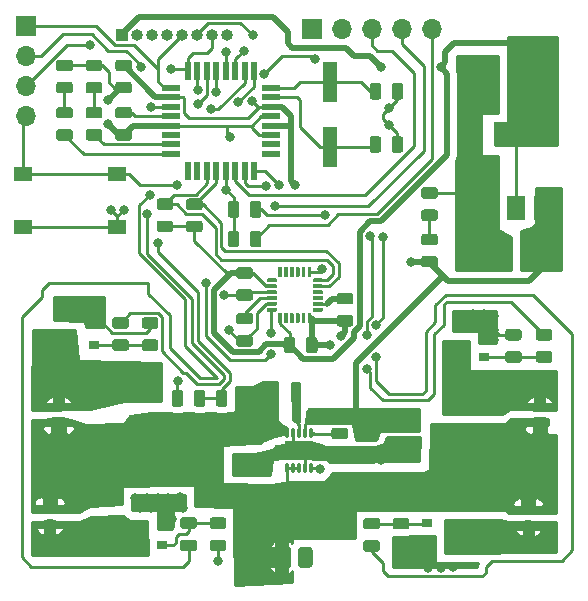
<source format=gbr>
G04 #@! TF.GenerationSoftware,KiCad,Pcbnew,(5.1.5-0-10_14)*
G04 #@! TF.CreationDate,2020-06-10T11:06:54+09:00*
G04 #@! TF.ProjectId,controller_system,636f6e74-726f-46c6-9c65-725f73797374,rev?*
G04 #@! TF.SameCoordinates,Original*
G04 #@! TF.FileFunction,Copper,L1,Top*
G04 #@! TF.FilePolarity,Positive*
%FSLAX46Y46*%
G04 Gerber Fmt 4.6, Leading zero omitted, Abs format (unit mm)*
G04 Created by KiCad (PCBNEW (5.1.5-0-10_14)) date 2020-06-10 11:06:54*
%MOMM*%
%LPD*%
G04 APERTURE LIST*
%ADD10O,1.000000X1.000000*%
%ADD11R,1.000000X1.000000*%
%ADD12R,2.100000X1.400000*%
%ADD13R,1.600000X0.550000*%
%ADD14R,0.550000X1.600000*%
%ADD15C,0.100000*%
%ADD16O,1.300000X0.800000*%
%ADD17O,1.200000X1.750000*%
%ADD18R,1.700000X1.700000*%
%ADD19O,1.700000X1.700000*%
%ADD20R,0.800000X2.900000*%
%ADD21R,0.900000X0.800000*%
%ADD22O,0.280000X0.850000*%
%ADD23R,0.280000X0.280000*%
%ADD24R,1.050000X0.680000*%
%ADD25R,0.700000X0.280000*%
%ADD26R,0.500000X0.260000*%
%ADD27R,2.400000X1.650000*%
%ADD28C,0.600000*%
%ADD29R,1.500000X2.000000*%
%ADD30R,3.800000X2.000000*%
%ADD31R,1.200000X3.500000*%
%ADD32R,1.550000X1.300000*%
%ADD33C,0.800000*%
%ADD34C,0.250000*%
%ADD35C,0.500000*%
%ADD36C,0.254000*%
G04 APERTURE END LIST*
D10*
X158790000Y-83500000D03*
X157520000Y-83500000D03*
X156250000Y-83500000D03*
X154980000Y-83500000D03*
X153710000Y-83500000D03*
X152440000Y-83500000D03*
X151170000Y-83500000D03*
D11*
X149900000Y-83500000D03*
D12*
X148500000Y-113300000D03*
X148500000Y-117700000D03*
X180500000Y-113900000D03*
X180500000Y-118300000D03*
X148500000Y-126600000D03*
X148500000Y-122200000D03*
X180500000Y-126450000D03*
X180500000Y-122050000D03*
D13*
X162500000Y-93550000D03*
X162500000Y-92750000D03*
X162500000Y-91950000D03*
X162500000Y-91150000D03*
X162500000Y-90350000D03*
X162500000Y-89550000D03*
X162500000Y-88750000D03*
X162500000Y-87950000D03*
D14*
X161050000Y-86500000D03*
X160250000Y-86500000D03*
X159450000Y-86500000D03*
X158650000Y-86500000D03*
X157850000Y-86500000D03*
X157050000Y-86500000D03*
X156250000Y-86500000D03*
X155450000Y-86500000D03*
D13*
X154000000Y-87950000D03*
X154000000Y-88750000D03*
X154000000Y-89550000D03*
X154000000Y-90350000D03*
X154000000Y-91150000D03*
X154000000Y-91950000D03*
X154000000Y-92750000D03*
X154000000Y-93550000D03*
D14*
X155450000Y-95000000D03*
X156250000Y-95000000D03*
X157050000Y-95000000D03*
X157850000Y-95000000D03*
X158650000Y-95000000D03*
X159450000Y-95000000D03*
X160250000Y-95000000D03*
X161050000Y-95000000D03*
G04 #@! TA.AperFunction,SMDPad,CuDef*
D15*
G36*
X160730142Y-105013674D02*
G01*
X160753803Y-105017184D01*
X160777007Y-105022996D01*
X160799529Y-105031054D01*
X160821153Y-105041282D01*
X160841670Y-105053579D01*
X160860883Y-105067829D01*
X160878607Y-105083893D01*
X160894671Y-105101617D01*
X160908921Y-105120830D01*
X160921218Y-105141347D01*
X160931446Y-105162971D01*
X160939504Y-105185493D01*
X160945316Y-105208697D01*
X160948826Y-105232358D01*
X160950000Y-105256250D01*
X160950000Y-105743750D01*
X160948826Y-105767642D01*
X160945316Y-105791303D01*
X160939504Y-105814507D01*
X160931446Y-105837029D01*
X160921218Y-105858653D01*
X160908921Y-105879170D01*
X160894671Y-105898383D01*
X160878607Y-105916107D01*
X160860883Y-105932171D01*
X160841670Y-105946421D01*
X160821153Y-105958718D01*
X160799529Y-105968946D01*
X160777007Y-105977004D01*
X160753803Y-105982816D01*
X160730142Y-105986326D01*
X160706250Y-105987500D01*
X159793750Y-105987500D01*
X159769858Y-105986326D01*
X159746197Y-105982816D01*
X159722993Y-105977004D01*
X159700471Y-105968946D01*
X159678847Y-105958718D01*
X159658330Y-105946421D01*
X159639117Y-105932171D01*
X159621393Y-105916107D01*
X159605329Y-105898383D01*
X159591079Y-105879170D01*
X159578782Y-105858653D01*
X159568554Y-105837029D01*
X159560496Y-105814507D01*
X159554684Y-105791303D01*
X159551174Y-105767642D01*
X159550000Y-105743750D01*
X159550000Y-105256250D01*
X159551174Y-105232358D01*
X159554684Y-105208697D01*
X159560496Y-105185493D01*
X159568554Y-105162971D01*
X159578782Y-105141347D01*
X159591079Y-105120830D01*
X159605329Y-105101617D01*
X159621393Y-105083893D01*
X159639117Y-105067829D01*
X159658330Y-105053579D01*
X159678847Y-105041282D01*
X159700471Y-105031054D01*
X159722993Y-105022996D01*
X159746197Y-105017184D01*
X159769858Y-105013674D01*
X159793750Y-105012500D01*
X160706250Y-105012500D01*
X160730142Y-105013674D01*
G37*
G04 #@! TD.AperFunction*
G04 #@! TA.AperFunction,SMDPad,CuDef*
G36*
X160730142Y-103138674D02*
G01*
X160753803Y-103142184D01*
X160777007Y-103147996D01*
X160799529Y-103156054D01*
X160821153Y-103166282D01*
X160841670Y-103178579D01*
X160860883Y-103192829D01*
X160878607Y-103208893D01*
X160894671Y-103226617D01*
X160908921Y-103245830D01*
X160921218Y-103266347D01*
X160931446Y-103287971D01*
X160939504Y-103310493D01*
X160945316Y-103333697D01*
X160948826Y-103357358D01*
X160950000Y-103381250D01*
X160950000Y-103868750D01*
X160948826Y-103892642D01*
X160945316Y-103916303D01*
X160939504Y-103939507D01*
X160931446Y-103962029D01*
X160921218Y-103983653D01*
X160908921Y-104004170D01*
X160894671Y-104023383D01*
X160878607Y-104041107D01*
X160860883Y-104057171D01*
X160841670Y-104071421D01*
X160821153Y-104083718D01*
X160799529Y-104093946D01*
X160777007Y-104102004D01*
X160753803Y-104107816D01*
X160730142Y-104111326D01*
X160706250Y-104112500D01*
X159793750Y-104112500D01*
X159769858Y-104111326D01*
X159746197Y-104107816D01*
X159722993Y-104102004D01*
X159700471Y-104093946D01*
X159678847Y-104083718D01*
X159658330Y-104071421D01*
X159639117Y-104057171D01*
X159621393Y-104041107D01*
X159605329Y-104023383D01*
X159591079Y-104004170D01*
X159578782Y-103983653D01*
X159568554Y-103962029D01*
X159560496Y-103939507D01*
X159554684Y-103916303D01*
X159551174Y-103892642D01*
X159550000Y-103868750D01*
X159550000Y-103381250D01*
X159551174Y-103357358D01*
X159554684Y-103333697D01*
X159560496Y-103310493D01*
X159568554Y-103287971D01*
X159578782Y-103266347D01*
X159591079Y-103245830D01*
X159605329Y-103226617D01*
X159621393Y-103208893D01*
X159639117Y-103192829D01*
X159658330Y-103178579D01*
X159678847Y-103166282D01*
X159700471Y-103156054D01*
X159722993Y-103147996D01*
X159746197Y-103142184D01*
X159769858Y-103138674D01*
X159793750Y-103137500D01*
X160706250Y-103137500D01*
X160730142Y-103138674D01*
G37*
G04 #@! TD.AperFunction*
G04 #@! TA.AperFunction,SMDPad,CuDef*
G36*
X166205142Y-109051174D02*
G01*
X166228803Y-109054684D01*
X166252007Y-109060496D01*
X166274529Y-109068554D01*
X166296153Y-109078782D01*
X166316670Y-109091079D01*
X166335883Y-109105329D01*
X166353607Y-109121393D01*
X166369671Y-109139117D01*
X166383921Y-109158330D01*
X166396218Y-109178847D01*
X166406446Y-109200471D01*
X166414504Y-109222993D01*
X166420316Y-109246197D01*
X166423826Y-109269858D01*
X166425000Y-109293750D01*
X166425000Y-110206250D01*
X166423826Y-110230142D01*
X166420316Y-110253803D01*
X166414504Y-110277007D01*
X166406446Y-110299529D01*
X166396218Y-110321153D01*
X166383921Y-110341670D01*
X166369671Y-110360883D01*
X166353607Y-110378607D01*
X166335883Y-110394671D01*
X166316670Y-110408921D01*
X166296153Y-110421218D01*
X166274529Y-110431446D01*
X166252007Y-110439504D01*
X166228803Y-110445316D01*
X166205142Y-110448826D01*
X166181250Y-110450000D01*
X165693750Y-110450000D01*
X165669858Y-110448826D01*
X165646197Y-110445316D01*
X165622993Y-110439504D01*
X165600471Y-110431446D01*
X165578847Y-110421218D01*
X165558330Y-110408921D01*
X165539117Y-110394671D01*
X165521393Y-110378607D01*
X165505329Y-110360883D01*
X165491079Y-110341670D01*
X165478782Y-110321153D01*
X165468554Y-110299529D01*
X165460496Y-110277007D01*
X165454684Y-110253803D01*
X165451174Y-110230142D01*
X165450000Y-110206250D01*
X165450000Y-109293750D01*
X165451174Y-109269858D01*
X165454684Y-109246197D01*
X165460496Y-109222993D01*
X165468554Y-109200471D01*
X165478782Y-109178847D01*
X165491079Y-109158330D01*
X165505329Y-109139117D01*
X165521393Y-109121393D01*
X165539117Y-109105329D01*
X165558330Y-109091079D01*
X165578847Y-109078782D01*
X165600471Y-109068554D01*
X165622993Y-109060496D01*
X165646197Y-109054684D01*
X165669858Y-109051174D01*
X165693750Y-109050000D01*
X166181250Y-109050000D01*
X166205142Y-109051174D01*
G37*
G04 #@! TD.AperFunction*
G04 #@! TA.AperFunction,SMDPad,CuDef*
G36*
X164330142Y-109051174D02*
G01*
X164353803Y-109054684D01*
X164377007Y-109060496D01*
X164399529Y-109068554D01*
X164421153Y-109078782D01*
X164441670Y-109091079D01*
X164460883Y-109105329D01*
X164478607Y-109121393D01*
X164494671Y-109139117D01*
X164508921Y-109158330D01*
X164521218Y-109178847D01*
X164531446Y-109200471D01*
X164539504Y-109222993D01*
X164545316Y-109246197D01*
X164548826Y-109269858D01*
X164550000Y-109293750D01*
X164550000Y-110206250D01*
X164548826Y-110230142D01*
X164545316Y-110253803D01*
X164539504Y-110277007D01*
X164531446Y-110299529D01*
X164521218Y-110321153D01*
X164508921Y-110341670D01*
X164494671Y-110360883D01*
X164478607Y-110378607D01*
X164460883Y-110394671D01*
X164441670Y-110408921D01*
X164421153Y-110421218D01*
X164399529Y-110431446D01*
X164377007Y-110439504D01*
X164353803Y-110445316D01*
X164330142Y-110448826D01*
X164306250Y-110450000D01*
X163818750Y-110450000D01*
X163794858Y-110448826D01*
X163771197Y-110445316D01*
X163747993Y-110439504D01*
X163725471Y-110431446D01*
X163703847Y-110421218D01*
X163683330Y-110408921D01*
X163664117Y-110394671D01*
X163646393Y-110378607D01*
X163630329Y-110360883D01*
X163616079Y-110341670D01*
X163603782Y-110321153D01*
X163593554Y-110299529D01*
X163585496Y-110277007D01*
X163579684Y-110253803D01*
X163576174Y-110230142D01*
X163575000Y-110206250D01*
X163575000Y-109293750D01*
X163576174Y-109269858D01*
X163579684Y-109246197D01*
X163585496Y-109222993D01*
X163593554Y-109200471D01*
X163603782Y-109178847D01*
X163616079Y-109158330D01*
X163630329Y-109139117D01*
X163646393Y-109121393D01*
X163664117Y-109105329D01*
X163683330Y-109091079D01*
X163703847Y-109078782D01*
X163725471Y-109068554D01*
X163747993Y-109060496D01*
X163771197Y-109054684D01*
X163794858Y-109051174D01*
X163818750Y-109050000D01*
X164306250Y-109050000D01*
X164330142Y-109051174D01*
G37*
G04 #@! TD.AperFunction*
G04 #@! TA.AperFunction,SMDPad,CuDef*
G36*
X169230142Y-105326174D02*
G01*
X169253803Y-105329684D01*
X169277007Y-105335496D01*
X169299529Y-105343554D01*
X169321153Y-105353782D01*
X169341670Y-105366079D01*
X169360883Y-105380329D01*
X169378607Y-105396393D01*
X169394671Y-105414117D01*
X169408921Y-105433330D01*
X169421218Y-105453847D01*
X169431446Y-105475471D01*
X169439504Y-105497993D01*
X169445316Y-105521197D01*
X169448826Y-105544858D01*
X169450000Y-105568750D01*
X169450000Y-106056250D01*
X169448826Y-106080142D01*
X169445316Y-106103803D01*
X169439504Y-106127007D01*
X169431446Y-106149529D01*
X169421218Y-106171153D01*
X169408921Y-106191670D01*
X169394671Y-106210883D01*
X169378607Y-106228607D01*
X169360883Y-106244671D01*
X169341670Y-106258921D01*
X169321153Y-106271218D01*
X169299529Y-106281446D01*
X169277007Y-106289504D01*
X169253803Y-106295316D01*
X169230142Y-106298826D01*
X169206250Y-106300000D01*
X168293750Y-106300000D01*
X168269858Y-106298826D01*
X168246197Y-106295316D01*
X168222993Y-106289504D01*
X168200471Y-106281446D01*
X168178847Y-106271218D01*
X168158330Y-106258921D01*
X168139117Y-106244671D01*
X168121393Y-106228607D01*
X168105329Y-106210883D01*
X168091079Y-106191670D01*
X168078782Y-106171153D01*
X168068554Y-106149529D01*
X168060496Y-106127007D01*
X168054684Y-106103803D01*
X168051174Y-106080142D01*
X168050000Y-106056250D01*
X168050000Y-105568750D01*
X168051174Y-105544858D01*
X168054684Y-105521197D01*
X168060496Y-105497993D01*
X168068554Y-105475471D01*
X168078782Y-105453847D01*
X168091079Y-105433330D01*
X168105329Y-105414117D01*
X168121393Y-105396393D01*
X168139117Y-105380329D01*
X168158330Y-105366079D01*
X168178847Y-105353782D01*
X168200471Y-105343554D01*
X168222993Y-105335496D01*
X168246197Y-105329684D01*
X168269858Y-105326174D01*
X168293750Y-105325000D01*
X169206250Y-105325000D01*
X169230142Y-105326174D01*
G37*
G04 #@! TD.AperFunction*
G04 #@! TA.AperFunction,SMDPad,CuDef*
G36*
X169230142Y-107201174D02*
G01*
X169253803Y-107204684D01*
X169277007Y-107210496D01*
X169299529Y-107218554D01*
X169321153Y-107228782D01*
X169341670Y-107241079D01*
X169360883Y-107255329D01*
X169378607Y-107271393D01*
X169394671Y-107289117D01*
X169408921Y-107308330D01*
X169421218Y-107328847D01*
X169431446Y-107350471D01*
X169439504Y-107372993D01*
X169445316Y-107396197D01*
X169448826Y-107419858D01*
X169450000Y-107443750D01*
X169450000Y-107931250D01*
X169448826Y-107955142D01*
X169445316Y-107978803D01*
X169439504Y-108002007D01*
X169431446Y-108024529D01*
X169421218Y-108046153D01*
X169408921Y-108066670D01*
X169394671Y-108085883D01*
X169378607Y-108103607D01*
X169360883Y-108119671D01*
X169341670Y-108133921D01*
X169321153Y-108146218D01*
X169299529Y-108156446D01*
X169277007Y-108164504D01*
X169253803Y-108170316D01*
X169230142Y-108173826D01*
X169206250Y-108175000D01*
X168293750Y-108175000D01*
X168269858Y-108173826D01*
X168246197Y-108170316D01*
X168222993Y-108164504D01*
X168200471Y-108156446D01*
X168178847Y-108146218D01*
X168158330Y-108133921D01*
X168139117Y-108119671D01*
X168121393Y-108103607D01*
X168105329Y-108085883D01*
X168091079Y-108066670D01*
X168078782Y-108046153D01*
X168068554Y-108024529D01*
X168060496Y-108002007D01*
X168054684Y-107978803D01*
X168051174Y-107955142D01*
X168050000Y-107931250D01*
X168050000Y-107443750D01*
X168051174Y-107419858D01*
X168054684Y-107396197D01*
X168060496Y-107372993D01*
X168068554Y-107350471D01*
X168078782Y-107328847D01*
X168091079Y-107308330D01*
X168105329Y-107289117D01*
X168121393Y-107271393D01*
X168139117Y-107255329D01*
X168158330Y-107241079D01*
X168178847Y-107228782D01*
X168200471Y-107218554D01*
X168222993Y-107210496D01*
X168246197Y-107204684D01*
X168269858Y-107201174D01*
X168293750Y-107200000D01*
X169206250Y-107200000D01*
X169230142Y-107201174D01*
G37*
G04 #@! TD.AperFunction*
G04 #@! TA.AperFunction,SMDPad,CuDef*
G36*
X160730142Y-108888674D02*
G01*
X160753803Y-108892184D01*
X160777007Y-108897996D01*
X160799529Y-108906054D01*
X160821153Y-108916282D01*
X160841670Y-108928579D01*
X160860883Y-108942829D01*
X160878607Y-108958893D01*
X160894671Y-108976617D01*
X160908921Y-108995830D01*
X160921218Y-109016347D01*
X160931446Y-109037971D01*
X160939504Y-109060493D01*
X160945316Y-109083697D01*
X160948826Y-109107358D01*
X160950000Y-109131250D01*
X160950000Y-109618750D01*
X160948826Y-109642642D01*
X160945316Y-109666303D01*
X160939504Y-109689507D01*
X160931446Y-109712029D01*
X160921218Y-109733653D01*
X160908921Y-109754170D01*
X160894671Y-109773383D01*
X160878607Y-109791107D01*
X160860883Y-109807171D01*
X160841670Y-109821421D01*
X160821153Y-109833718D01*
X160799529Y-109843946D01*
X160777007Y-109852004D01*
X160753803Y-109857816D01*
X160730142Y-109861326D01*
X160706250Y-109862500D01*
X159793750Y-109862500D01*
X159769858Y-109861326D01*
X159746197Y-109857816D01*
X159722993Y-109852004D01*
X159700471Y-109843946D01*
X159678847Y-109833718D01*
X159658330Y-109821421D01*
X159639117Y-109807171D01*
X159621393Y-109791107D01*
X159605329Y-109773383D01*
X159591079Y-109754170D01*
X159578782Y-109733653D01*
X159568554Y-109712029D01*
X159560496Y-109689507D01*
X159554684Y-109666303D01*
X159551174Y-109642642D01*
X159550000Y-109618750D01*
X159550000Y-109131250D01*
X159551174Y-109107358D01*
X159554684Y-109083697D01*
X159560496Y-109060493D01*
X159568554Y-109037971D01*
X159578782Y-109016347D01*
X159591079Y-108995830D01*
X159605329Y-108976617D01*
X159621393Y-108958893D01*
X159639117Y-108942829D01*
X159658330Y-108928579D01*
X159678847Y-108916282D01*
X159700471Y-108906054D01*
X159722993Y-108897996D01*
X159746197Y-108892184D01*
X159769858Y-108888674D01*
X159793750Y-108887500D01*
X160706250Y-108887500D01*
X160730142Y-108888674D01*
G37*
G04 #@! TD.AperFunction*
G04 #@! TA.AperFunction,SMDPad,CuDef*
G36*
X160730142Y-107013674D02*
G01*
X160753803Y-107017184D01*
X160777007Y-107022996D01*
X160799529Y-107031054D01*
X160821153Y-107041282D01*
X160841670Y-107053579D01*
X160860883Y-107067829D01*
X160878607Y-107083893D01*
X160894671Y-107101617D01*
X160908921Y-107120830D01*
X160921218Y-107141347D01*
X160931446Y-107162971D01*
X160939504Y-107185493D01*
X160945316Y-107208697D01*
X160948826Y-107232358D01*
X160950000Y-107256250D01*
X160950000Y-107743750D01*
X160948826Y-107767642D01*
X160945316Y-107791303D01*
X160939504Y-107814507D01*
X160931446Y-107837029D01*
X160921218Y-107858653D01*
X160908921Y-107879170D01*
X160894671Y-107898383D01*
X160878607Y-107916107D01*
X160860883Y-107932171D01*
X160841670Y-107946421D01*
X160821153Y-107958718D01*
X160799529Y-107968946D01*
X160777007Y-107977004D01*
X160753803Y-107982816D01*
X160730142Y-107986326D01*
X160706250Y-107987500D01*
X159793750Y-107987500D01*
X159769858Y-107986326D01*
X159746197Y-107982816D01*
X159722993Y-107977004D01*
X159700471Y-107968946D01*
X159678847Y-107958718D01*
X159658330Y-107946421D01*
X159639117Y-107932171D01*
X159621393Y-107916107D01*
X159605329Y-107898383D01*
X159591079Y-107879170D01*
X159578782Y-107858653D01*
X159568554Y-107837029D01*
X159560496Y-107814507D01*
X159554684Y-107791303D01*
X159551174Y-107767642D01*
X159550000Y-107743750D01*
X159550000Y-107256250D01*
X159551174Y-107232358D01*
X159554684Y-107208697D01*
X159560496Y-107185493D01*
X159568554Y-107162971D01*
X159578782Y-107141347D01*
X159591079Y-107120830D01*
X159605329Y-107101617D01*
X159621393Y-107083893D01*
X159639117Y-107067829D01*
X159658330Y-107053579D01*
X159678847Y-107041282D01*
X159700471Y-107031054D01*
X159722993Y-107022996D01*
X159746197Y-107017184D01*
X159769858Y-107013674D01*
X159793750Y-107012500D01*
X160706250Y-107012500D01*
X160730142Y-107013674D01*
G37*
G04 #@! TD.AperFunction*
G04 #@! TA.AperFunction,SMDPad,CuDef*
G36*
X150480142Y-89576174D02*
G01*
X150503803Y-89579684D01*
X150527007Y-89585496D01*
X150549529Y-89593554D01*
X150571153Y-89603782D01*
X150591670Y-89616079D01*
X150610883Y-89630329D01*
X150628607Y-89646393D01*
X150644671Y-89664117D01*
X150658921Y-89683330D01*
X150671218Y-89703847D01*
X150681446Y-89725471D01*
X150689504Y-89747993D01*
X150695316Y-89771197D01*
X150698826Y-89794858D01*
X150700000Y-89818750D01*
X150700000Y-90306250D01*
X150698826Y-90330142D01*
X150695316Y-90353803D01*
X150689504Y-90377007D01*
X150681446Y-90399529D01*
X150671218Y-90421153D01*
X150658921Y-90441670D01*
X150644671Y-90460883D01*
X150628607Y-90478607D01*
X150610883Y-90494671D01*
X150591670Y-90508921D01*
X150571153Y-90521218D01*
X150549529Y-90531446D01*
X150527007Y-90539504D01*
X150503803Y-90545316D01*
X150480142Y-90548826D01*
X150456250Y-90550000D01*
X149543750Y-90550000D01*
X149519858Y-90548826D01*
X149496197Y-90545316D01*
X149472993Y-90539504D01*
X149450471Y-90531446D01*
X149428847Y-90521218D01*
X149408330Y-90508921D01*
X149389117Y-90494671D01*
X149371393Y-90478607D01*
X149355329Y-90460883D01*
X149341079Y-90441670D01*
X149328782Y-90421153D01*
X149318554Y-90399529D01*
X149310496Y-90377007D01*
X149304684Y-90353803D01*
X149301174Y-90330142D01*
X149300000Y-90306250D01*
X149300000Y-89818750D01*
X149301174Y-89794858D01*
X149304684Y-89771197D01*
X149310496Y-89747993D01*
X149318554Y-89725471D01*
X149328782Y-89703847D01*
X149341079Y-89683330D01*
X149355329Y-89664117D01*
X149371393Y-89646393D01*
X149389117Y-89630329D01*
X149408330Y-89616079D01*
X149428847Y-89603782D01*
X149450471Y-89593554D01*
X149472993Y-89585496D01*
X149496197Y-89579684D01*
X149519858Y-89576174D01*
X149543750Y-89575000D01*
X150456250Y-89575000D01*
X150480142Y-89576174D01*
G37*
G04 #@! TD.AperFunction*
G04 #@! TA.AperFunction,SMDPad,CuDef*
G36*
X150480142Y-91451174D02*
G01*
X150503803Y-91454684D01*
X150527007Y-91460496D01*
X150549529Y-91468554D01*
X150571153Y-91478782D01*
X150591670Y-91491079D01*
X150610883Y-91505329D01*
X150628607Y-91521393D01*
X150644671Y-91539117D01*
X150658921Y-91558330D01*
X150671218Y-91578847D01*
X150681446Y-91600471D01*
X150689504Y-91622993D01*
X150695316Y-91646197D01*
X150698826Y-91669858D01*
X150700000Y-91693750D01*
X150700000Y-92181250D01*
X150698826Y-92205142D01*
X150695316Y-92228803D01*
X150689504Y-92252007D01*
X150681446Y-92274529D01*
X150671218Y-92296153D01*
X150658921Y-92316670D01*
X150644671Y-92335883D01*
X150628607Y-92353607D01*
X150610883Y-92369671D01*
X150591670Y-92383921D01*
X150571153Y-92396218D01*
X150549529Y-92406446D01*
X150527007Y-92414504D01*
X150503803Y-92420316D01*
X150480142Y-92423826D01*
X150456250Y-92425000D01*
X149543750Y-92425000D01*
X149519858Y-92423826D01*
X149496197Y-92420316D01*
X149472993Y-92414504D01*
X149450471Y-92406446D01*
X149428847Y-92396218D01*
X149408330Y-92383921D01*
X149389117Y-92369671D01*
X149371393Y-92353607D01*
X149355329Y-92335883D01*
X149341079Y-92316670D01*
X149328782Y-92296153D01*
X149318554Y-92274529D01*
X149310496Y-92252007D01*
X149304684Y-92228803D01*
X149301174Y-92205142D01*
X149300000Y-92181250D01*
X149300000Y-91693750D01*
X149301174Y-91669858D01*
X149304684Y-91646197D01*
X149310496Y-91622993D01*
X149318554Y-91600471D01*
X149328782Y-91578847D01*
X149341079Y-91558330D01*
X149355329Y-91539117D01*
X149371393Y-91521393D01*
X149389117Y-91505329D01*
X149408330Y-91491079D01*
X149428847Y-91478782D01*
X149450471Y-91468554D01*
X149472993Y-91460496D01*
X149496197Y-91454684D01*
X149519858Y-91451174D01*
X149543750Y-91450000D01*
X150456250Y-91450000D01*
X150480142Y-91451174D01*
G37*
G04 #@! TD.AperFunction*
G04 #@! TA.AperFunction,SMDPad,CuDef*
G36*
X150480142Y-85576174D02*
G01*
X150503803Y-85579684D01*
X150527007Y-85585496D01*
X150549529Y-85593554D01*
X150571153Y-85603782D01*
X150591670Y-85616079D01*
X150610883Y-85630329D01*
X150628607Y-85646393D01*
X150644671Y-85664117D01*
X150658921Y-85683330D01*
X150671218Y-85703847D01*
X150681446Y-85725471D01*
X150689504Y-85747993D01*
X150695316Y-85771197D01*
X150698826Y-85794858D01*
X150700000Y-85818750D01*
X150700000Y-86306250D01*
X150698826Y-86330142D01*
X150695316Y-86353803D01*
X150689504Y-86377007D01*
X150681446Y-86399529D01*
X150671218Y-86421153D01*
X150658921Y-86441670D01*
X150644671Y-86460883D01*
X150628607Y-86478607D01*
X150610883Y-86494671D01*
X150591670Y-86508921D01*
X150571153Y-86521218D01*
X150549529Y-86531446D01*
X150527007Y-86539504D01*
X150503803Y-86545316D01*
X150480142Y-86548826D01*
X150456250Y-86550000D01*
X149543750Y-86550000D01*
X149519858Y-86548826D01*
X149496197Y-86545316D01*
X149472993Y-86539504D01*
X149450471Y-86531446D01*
X149428847Y-86521218D01*
X149408330Y-86508921D01*
X149389117Y-86494671D01*
X149371393Y-86478607D01*
X149355329Y-86460883D01*
X149341079Y-86441670D01*
X149328782Y-86421153D01*
X149318554Y-86399529D01*
X149310496Y-86377007D01*
X149304684Y-86353803D01*
X149301174Y-86330142D01*
X149300000Y-86306250D01*
X149300000Y-85818750D01*
X149301174Y-85794858D01*
X149304684Y-85771197D01*
X149310496Y-85747993D01*
X149318554Y-85725471D01*
X149328782Y-85703847D01*
X149341079Y-85683330D01*
X149355329Y-85664117D01*
X149371393Y-85646393D01*
X149389117Y-85630329D01*
X149408330Y-85616079D01*
X149428847Y-85603782D01*
X149450471Y-85593554D01*
X149472993Y-85585496D01*
X149496197Y-85579684D01*
X149519858Y-85576174D01*
X149543750Y-85575000D01*
X150456250Y-85575000D01*
X150480142Y-85576174D01*
G37*
G04 #@! TD.AperFunction*
G04 #@! TA.AperFunction,SMDPad,CuDef*
G36*
X150480142Y-87451174D02*
G01*
X150503803Y-87454684D01*
X150527007Y-87460496D01*
X150549529Y-87468554D01*
X150571153Y-87478782D01*
X150591670Y-87491079D01*
X150610883Y-87505329D01*
X150628607Y-87521393D01*
X150644671Y-87539117D01*
X150658921Y-87558330D01*
X150671218Y-87578847D01*
X150681446Y-87600471D01*
X150689504Y-87622993D01*
X150695316Y-87646197D01*
X150698826Y-87669858D01*
X150700000Y-87693750D01*
X150700000Y-88181250D01*
X150698826Y-88205142D01*
X150695316Y-88228803D01*
X150689504Y-88252007D01*
X150681446Y-88274529D01*
X150671218Y-88296153D01*
X150658921Y-88316670D01*
X150644671Y-88335883D01*
X150628607Y-88353607D01*
X150610883Y-88369671D01*
X150591670Y-88383921D01*
X150571153Y-88396218D01*
X150549529Y-88406446D01*
X150527007Y-88414504D01*
X150503803Y-88420316D01*
X150480142Y-88423826D01*
X150456250Y-88425000D01*
X149543750Y-88425000D01*
X149519858Y-88423826D01*
X149496197Y-88420316D01*
X149472993Y-88414504D01*
X149450471Y-88406446D01*
X149428847Y-88396218D01*
X149408330Y-88383921D01*
X149389117Y-88369671D01*
X149371393Y-88353607D01*
X149355329Y-88335883D01*
X149341079Y-88316670D01*
X149328782Y-88296153D01*
X149318554Y-88274529D01*
X149310496Y-88252007D01*
X149304684Y-88228803D01*
X149301174Y-88205142D01*
X149300000Y-88181250D01*
X149300000Y-87693750D01*
X149301174Y-87669858D01*
X149304684Y-87646197D01*
X149310496Y-87622993D01*
X149318554Y-87600471D01*
X149328782Y-87578847D01*
X149341079Y-87558330D01*
X149355329Y-87539117D01*
X149371393Y-87521393D01*
X149389117Y-87505329D01*
X149408330Y-87491079D01*
X149428847Y-87478782D01*
X149450471Y-87468554D01*
X149472993Y-87460496D01*
X149496197Y-87454684D01*
X149519858Y-87451174D01*
X149543750Y-87450000D01*
X150456250Y-87450000D01*
X150480142Y-87451174D01*
G37*
G04 #@! TD.AperFunction*
G04 #@! TA.AperFunction,SMDPad,CuDef*
G36*
X173455142Y-92051174D02*
G01*
X173478803Y-92054684D01*
X173502007Y-92060496D01*
X173524529Y-92068554D01*
X173546153Y-92078782D01*
X173566670Y-92091079D01*
X173585883Y-92105329D01*
X173603607Y-92121393D01*
X173619671Y-92139117D01*
X173633921Y-92158330D01*
X173646218Y-92178847D01*
X173656446Y-92200471D01*
X173664504Y-92222993D01*
X173670316Y-92246197D01*
X173673826Y-92269858D01*
X173675000Y-92293750D01*
X173675000Y-93206250D01*
X173673826Y-93230142D01*
X173670316Y-93253803D01*
X173664504Y-93277007D01*
X173656446Y-93299529D01*
X173646218Y-93321153D01*
X173633921Y-93341670D01*
X173619671Y-93360883D01*
X173603607Y-93378607D01*
X173585883Y-93394671D01*
X173566670Y-93408921D01*
X173546153Y-93421218D01*
X173524529Y-93431446D01*
X173502007Y-93439504D01*
X173478803Y-93445316D01*
X173455142Y-93448826D01*
X173431250Y-93450000D01*
X172943750Y-93450000D01*
X172919858Y-93448826D01*
X172896197Y-93445316D01*
X172872993Y-93439504D01*
X172850471Y-93431446D01*
X172828847Y-93421218D01*
X172808330Y-93408921D01*
X172789117Y-93394671D01*
X172771393Y-93378607D01*
X172755329Y-93360883D01*
X172741079Y-93341670D01*
X172728782Y-93321153D01*
X172718554Y-93299529D01*
X172710496Y-93277007D01*
X172704684Y-93253803D01*
X172701174Y-93230142D01*
X172700000Y-93206250D01*
X172700000Y-92293750D01*
X172701174Y-92269858D01*
X172704684Y-92246197D01*
X172710496Y-92222993D01*
X172718554Y-92200471D01*
X172728782Y-92178847D01*
X172741079Y-92158330D01*
X172755329Y-92139117D01*
X172771393Y-92121393D01*
X172789117Y-92105329D01*
X172808330Y-92091079D01*
X172828847Y-92078782D01*
X172850471Y-92068554D01*
X172872993Y-92060496D01*
X172896197Y-92054684D01*
X172919858Y-92051174D01*
X172943750Y-92050000D01*
X173431250Y-92050000D01*
X173455142Y-92051174D01*
G37*
G04 #@! TD.AperFunction*
G04 #@! TA.AperFunction,SMDPad,CuDef*
G36*
X171580142Y-92051174D02*
G01*
X171603803Y-92054684D01*
X171627007Y-92060496D01*
X171649529Y-92068554D01*
X171671153Y-92078782D01*
X171691670Y-92091079D01*
X171710883Y-92105329D01*
X171728607Y-92121393D01*
X171744671Y-92139117D01*
X171758921Y-92158330D01*
X171771218Y-92178847D01*
X171781446Y-92200471D01*
X171789504Y-92222993D01*
X171795316Y-92246197D01*
X171798826Y-92269858D01*
X171800000Y-92293750D01*
X171800000Y-93206250D01*
X171798826Y-93230142D01*
X171795316Y-93253803D01*
X171789504Y-93277007D01*
X171781446Y-93299529D01*
X171771218Y-93321153D01*
X171758921Y-93341670D01*
X171744671Y-93360883D01*
X171728607Y-93378607D01*
X171710883Y-93394671D01*
X171691670Y-93408921D01*
X171671153Y-93421218D01*
X171649529Y-93431446D01*
X171627007Y-93439504D01*
X171603803Y-93445316D01*
X171580142Y-93448826D01*
X171556250Y-93450000D01*
X171068750Y-93450000D01*
X171044858Y-93448826D01*
X171021197Y-93445316D01*
X170997993Y-93439504D01*
X170975471Y-93431446D01*
X170953847Y-93421218D01*
X170933330Y-93408921D01*
X170914117Y-93394671D01*
X170896393Y-93378607D01*
X170880329Y-93360883D01*
X170866079Y-93341670D01*
X170853782Y-93321153D01*
X170843554Y-93299529D01*
X170835496Y-93277007D01*
X170829684Y-93253803D01*
X170826174Y-93230142D01*
X170825000Y-93206250D01*
X170825000Y-92293750D01*
X170826174Y-92269858D01*
X170829684Y-92246197D01*
X170835496Y-92222993D01*
X170843554Y-92200471D01*
X170853782Y-92178847D01*
X170866079Y-92158330D01*
X170880329Y-92139117D01*
X170896393Y-92121393D01*
X170914117Y-92105329D01*
X170933330Y-92091079D01*
X170953847Y-92078782D01*
X170975471Y-92068554D01*
X170997993Y-92060496D01*
X171021197Y-92054684D01*
X171044858Y-92051174D01*
X171068750Y-92050000D01*
X171556250Y-92050000D01*
X171580142Y-92051174D01*
G37*
G04 #@! TD.AperFunction*
G04 #@! TA.AperFunction,SMDPad,CuDef*
G36*
X173455142Y-87551174D02*
G01*
X173478803Y-87554684D01*
X173502007Y-87560496D01*
X173524529Y-87568554D01*
X173546153Y-87578782D01*
X173566670Y-87591079D01*
X173585883Y-87605329D01*
X173603607Y-87621393D01*
X173619671Y-87639117D01*
X173633921Y-87658330D01*
X173646218Y-87678847D01*
X173656446Y-87700471D01*
X173664504Y-87722993D01*
X173670316Y-87746197D01*
X173673826Y-87769858D01*
X173675000Y-87793750D01*
X173675000Y-88706250D01*
X173673826Y-88730142D01*
X173670316Y-88753803D01*
X173664504Y-88777007D01*
X173656446Y-88799529D01*
X173646218Y-88821153D01*
X173633921Y-88841670D01*
X173619671Y-88860883D01*
X173603607Y-88878607D01*
X173585883Y-88894671D01*
X173566670Y-88908921D01*
X173546153Y-88921218D01*
X173524529Y-88931446D01*
X173502007Y-88939504D01*
X173478803Y-88945316D01*
X173455142Y-88948826D01*
X173431250Y-88950000D01*
X172943750Y-88950000D01*
X172919858Y-88948826D01*
X172896197Y-88945316D01*
X172872993Y-88939504D01*
X172850471Y-88931446D01*
X172828847Y-88921218D01*
X172808330Y-88908921D01*
X172789117Y-88894671D01*
X172771393Y-88878607D01*
X172755329Y-88860883D01*
X172741079Y-88841670D01*
X172728782Y-88821153D01*
X172718554Y-88799529D01*
X172710496Y-88777007D01*
X172704684Y-88753803D01*
X172701174Y-88730142D01*
X172700000Y-88706250D01*
X172700000Y-87793750D01*
X172701174Y-87769858D01*
X172704684Y-87746197D01*
X172710496Y-87722993D01*
X172718554Y-87700471D01*
X172728782Y-87678847D01*
X172741079Y-87658330D01*
X172755329Y-87639117D01*
X172771393Y-87621393D01*
X172789117Y-87605329D01*
X172808330Y-87591079D01*
X172828847Y-87578782D01*
X172850471Y-87568554D01*
X172872993Y-87560496D01*
X172896197Y-87554684D01*
X172919858Y-87551174D01*
X172943750Y-87550000D01*
X173431250Y-87550000D01*
X173455142Y-87551174D01*
G37*
G04 #@! TD.AperFunction*
G04 #@! TA.AperFunction,SMDPad,CuDef*
G36*
X171580142Y-87551174D02*
G01*
X171603803Y-87554684D01*
X171627007Y-87560496D01*
X171649529Y-87568554D01*
X171671153Y-87578782D01*
X171691670Y-87591079D01*
X171710883Y-87605329D01*
X171728607Y-87621393D01*
X171744671Y-87639117D01*
X171758921Y-87658330D01*
X171771218Y-87678847D01*
X171781446Y-87700471D01*
X171789504Y-87722993D01*
X171795316Y-87746197D01*
X171798826Y-87769858D01*
X171800000Y-87793750D01*
X171800000Y-88706250D01*
X171798826Y-88730142D01*
X171795316Y-88753803D01*
X171789504Y-88777007D01*
X171781446Y-88799529D01*
X171771218Y-88821153D01*
X171758921Y-88841670D01*
X171744671Y-88860883D01*
X171728607Y-88878607D01*
X171710883Y-88894671D01*
X171691670Y-88908921D01*
X171671153Y-88921218D01*
X171649529Y-88931446D01*
X171627007Y-88939504D01*
X171603803Y-88945316D01*
X171580142Y-88948826D01*
X171556250Y-88950000D01*
X171068750Y-88950000D01*
X171044858Y-88948826D01*
X171021197Y-88945316D01*
X170997993Y-88939504D01*
X170975471Y-88931446D01*
X170953847Y-88921218D01*
X170933330Y-88908921D01*
X170914117Y-88894671D01*
X170896393Y-88878607D01*
X170880329Y-88860883D01*
X170866079Y-88841670D01*
X170853782Y-88821153D01*
X170843554Y-88799529D01*
X170835496Y-88777007D01*
X170829684Y-88753803D01*
X170826174Y-88730142D01*
X170825000Y-88706250D01*
X170825000Y-87793750D01*
X170826174Y-87769858D01*
X170829684Y-87746197D01*
X170835496Y-87722993D01*
X170843554Y-87700471D01*
X170853782Y-87678847D01*
X170866079Y-87658330D01*
X170880329Y-87639117D01*
X170896393Y-87621393D01*
X170914117Y-87605329D01*
X170933330Y-87591079D01*
X170953847Y-87578782D01*
X170975471Y-87568554D01*
X170997993Y-87560496D01*
X171021197Y-87554684D01*
X171044858Y-87551174D01*
X171068750Y-87550000D01*
X171556250Y-87550000D01*
X171580142Y-87551174D01*
G37*
G04 #@! TD.AperFunction*
G04 #@! TA.AperFunction,SMDPad,CuDef*
G36*
X159580142Y-100051174D02*
G01*
X159603803Y-100054684D01*
X159627007Y-100060496D01*
X159649529Y-100068554D01*
X159671153Y-100078782D01*
X159691670Y-100091079D01*
X159710883Y-100105329D01*
X159728607Y-100121393D01*
X159744671Y-100139117D01*
X159758921Y-100158330D01*
X159771218Y-100178847D01*
X159781446Y-100200471D01*
X159789504Y-100222993D01*
X159795316Y-100246197D01*
X159798826Y-100269858D01*
X159800000Y-100293750D01*
X159800000Y-101206250D01*
X159798826Y-101230142D01*
X159795316Y-101253803D01*
X159789504Y-101277007D01*
X159781446Y-101299529D01*
X159771218Y-101321153D01*
X159758921Y-101341670D01*
X159744671Y-101360883D01*
X159728607Y-101378607D01*
X159710883Y-101394671D01*
X159691670Y-101408921D01*
X159671153Y-101421218D01*
X159649529Y-101431446D01*
X159627007Y-101439504D01*
X159603803Y-101445316D01*
X159580142Y-101448826D01*
X159556250Y-101450000D01*
X159068750Y-101450000D01*
X159044858Y-101448826D01*
X159021197Y-101445316D01*
X158997993Y-101439504D01*
X158975471Y-101431446D01*
X158953847Y-101421218D01*
X158933330Y-101408921D01*
X158914117Y-101394671D01*
X158896393Y-101378607D01*
X158880329Y-101360883D01*
X158866079Y-101341670D01*
X158853782Y-101321153D01*
X158843554Y-101299529D01*
X158835496Y-101277007D01*
X158829684Y-101253803D01*
X158826174Y-101230142D01*
X158825000Y-101206250D01*
X158825000Y-100293750D01*
X158826174Y-100269858D01*
X158829684Y-100246197D01*
X158835496Y-100222993D01*
X158843554Y-100200471D01*
X158853782Y-100178847D01*
X158866079Y-100158330D01*
X158880329Y-100139117D01*
X158896393Y-100121393D01*
X158914117Y-100105329D01*
X158933330Y-100091079D01*
X158953847Y-100078782D01*
X158975471Y-100068554D01*
X158997993Y-100060496D01*
X159021197Y-100054684D01*
X159044858Y-100051174D01*
X159068750Y-100050000D01*
X159556250Y-100050000D01*
X159580142Y-100051174D01*
G37*
G04 #@! TD.AperFunction*
G04 #@! TA.AperFunction,SMDPad,CuDef*
G36*
X161455142Y-100051174D02*
G01*
X161478803Y-100054684D01*
X161502007Y-100060496D01*
X161524529Y-100068554D01*
X161546153Y-100078782D01*
X161566670Y-100091079D01*
X161585883Y-100105329D01*
X161603607Y-100121393D01*
X161619671Y-100139117D01*
X161633921Y-100158330D01*
X161646218Y-100178847D01*
X161656446Y-100200471D01*
X161664504Y-100222993D01*
X161670316Y-100246197D01*
X161673826Y-100269858D01*
X161675000Y-100293750D01*
X161675000Y-101206250D01*
X161673826Y-101230142D01*
X161670316Y-101253803D01*
X161664504Y-101277007D01*
X161656446Y-101299529D01*
X161646218Y-101321153D01*
X161633921Y-101341670D01*
X161619671Y-101360883D01*
X161603607Y-101378607D01*
X161585883Y-101394671D01*
X161566670Y-101408921D01*
X161546153Y-101421218D01*
X161524529Y-101431446D01*
X161502007Y-101439504D01*
X161478803Y-101445316D01*
X161455142Y-101448826D01*
X161431250Y-101450000D01*
X160943750Y-101450000D01*
X160919858Y-101448826D01*
X160896197Y-101445316D01*
X160872993Y-101439504D01*
X160850471Y-101431446D01*
X160828847Y-101421218D01*
X160808330Y-101408921D01*
X160789117Y-101394671D01*
X160771393Y-101378607D01*
X160755329Y-101360883D01*
X160741079Y-101341670D01*
X160728782Y-101321153D01*
X160718554Y-101299529D01*
X160710496Y-101277007D01*
X160704684Y-101253803D01*
X160701174Y-101230142D01*
X160700000Y-101206250D01*
X160700000Y-100293750D01*
X160701174Y-100269858D01*
X160704684Y-100246197D01*
X160710496Y-100222993D01*
X160718554Y-100200471D01*
X160728782Y-100178847D01*
X160741079Y-100158330D01*
X160755329Y-100139117D01*
X160771393Y-100121393D01*
X160789117Y-100105329D01*
X160808330Y-100091079D01*
X160828847Y-100078782D01*
X160850471Y-100068554D01*
X160872993Y-100060496D01*
X160896197Y-100054684D01*
X160919858Y-100051174D01*
X160943750Y-100050000D01*
X161431250Y-100050000D01*
X161455142Y-100051174D01*
G37*
G04 #@! TD.AperFunction*
G04 #@! TA.AperFunction,SMDPad,CuDef*
G36*
X161599504Y-119579684D02*
G01*
X161623773Y-119583284D01*
X161647571Y-119589245D01*
X161670671Y-119597510D01*
X161692849Y-119608000D01*
X161713893Y-119620613D01*
X161733598Y-119635227D01*
X161751777Y-119651703D01*
X161768253Y-119669882D01*
X161782867Y-119689587D01*
X161795480Y-119710631D01*
X161805970Y-119732809D01*
X161814235Y-119755909D01*
X161820196Y-119779707D01*
X161823796Y-119803976D01*
X161825000Y-119828480D01*
X161825000Y-120578480D01*
X161823796Y-120602984D01*
X161820196Y-120627253D01*
X161814235Y-120651051D01*
X161805970Y-120674151D01*
X161795480Y-120696329D01*
X161782867Y-120717373D01*
X161768253Y-120737078D01*
X161751777Y-120755257D01*
X161733598Y-120771733D01*
X161713893Y-120786347D01*
X161692849Y-120798960D01*
X161670671Y-120809450D01*
X161647571Y-120817715D01*
X161623773Y-120823676D01*
X161599504Y-120827276D01*
X161575000Y-120828480D01*
X159425000Y-120828480D01*
X159400496Y-120827276D01*
X159376227Y-120823676D01*
X159352429Y-120817715D01*
X159329329Y-120809450D01*
X159307151Y-120798960D01*
X159286107Y-120786347D01*
X159266402Y-120771733D01*
X159248223Y-120755257D01*
X159231747Y-120737078D01*
X159217133Y-120717373D01*
X159204520Y-120696329D01*
X159194030Y-120674151D01*
X159185765Y-120651051D01*
X159179804Y-120627253D01*
X159176204Y-120602984D01*
X159175000Y-120578480D01*
X159175000Y-119828480D01*
X159176204Y-119803976D01*
X159179804Y-119779707D01*
X159185765Y-119755909D01*
X159194030Y-119732809D01*
X159204520Y-119710631D01*
X159217133Y-119689587D01*
X159231747Y-119669882D01*
X159248223Y-119651703D01*
X159266402Y-119635227D01*
X159286107Y-119620613D01*
X159307151Y-119608000D01*
X159329329Y-119597510D01*
X159352429Y-119589245D01*
X159376227Y-119583284D01*
X159400496Y-119579684D01*
X159425000Y-119578480D01*
X161575000Y-119578480D01*
X161599504Y-119579684D01*
G37*
G04 #@! TD.AperFunction*
G04 #@! TA.AperFunction,SMDPad,CuDef*
G36*
X161599504Y-116779684D02*
G01*
X161623773Y-116783284D01*
X161647571Y-116789245D01*
X161670671Y-116797510D01*
X161692849Y-116808000D01*
X161713893Y-116820613D01*
X161733598Y-116835227D01*
X161751777Y-116851703D01*
X161768253Y-116869882D01*
X161782867Y-116889587D01*
X161795480Y-116910631D01*
X161805970Y-116932809D01*
X161814235Y-116955909D01*
X161820196Y-116979707D01*
X161823796Y-117003976D01*
X161825000Y-117028480D01*
X161825000Y-117778480D01*
X161823796Y-117802984D01*
X161820196Y-117827253D01*
X161814235Y-117851051D01*
X161805970Y-117874151D01*
X161795480Y-117896329D01*
X161782867Y-117917373D01*
X161768253Y-117937078D01*
X161751777Y-117955257D01*
X161733598Y-117971733D01*
X161713893Y-117986347D01*
X161692849Y-117998960D01*
X161670671Y-118009450D01*
X161647571Y-118017715D01*
X161623773Y-118023676D01*
X161599504Y-118027276D01*
X161575000Y-118028480D01*
X159425000Y-118028480D01*
X159400496Y-118027276D01*
X159376227Y-118023676D01*
X159352429Y-118017715D01*
X159329329Y-118009450D01*
X159307151Y-117998960D01*
X159286107Y-117986347D01*
X159266402Y-117971733D01*
X159248223Y-117955257D01*
X159231747Y-117937078D01*
X159217133Y-117917373D01*
X159204520Y-117896329D01*
X159194030Y-117874151D01*
X159185765Y-117851051D01*
X159179804Y-117827253D01*
X159176204Y-117802984D01*
X159175000Y-117778480D01*
X159175000Y-117028480D01*
X159176204Y-117003976D01*
X159179804Y-116979707D01*
X159185765Y-116955909D01*
X159194030Y-116932809D01*
X159204520Y-116910631D01*
X159217133Y-116889587D01*
X159231747Y-116869882D01*
X159248223Y-116851703D01*
X159266402Y-116835227D01*
X159286107Y-116820613D01*
X159307151Y-116808000D01*
X159329329Y-116797510D01*
X159352429Y-116789245D01*
X159376227Y-116783284D01*
X159400496Y-116779684D01*
X159425000Y-116778480D01*
X161575000Y-116778480D01*
X161599504Y-116779684D01*
G37*
G04 #@! TD.AperFunction*
G04 #@! TA.AperFunction,SMDPad,CuDef*
G36*
X181549504Y-100576204D02*
G01*
X181573773Y-100579804D01*
X181597571Y-100585765D01*
X181620671Y-100594030D01*
X181642849Y-100604520D01*
X181663893Y-100617133D01*
X181683598Y-100631747D01*
X181701777Y-100648223D01*
X181718253Y-100666402D01*
X181732867Y-100686107D01*
X181745480Y-100707151D01*
X181755970Y-100729329D01*
X181764235Y-100752429D01*
X181770196Y-100776227D01*
X181773796Y-100800496D01*
X181775000Y-100825000D01*
X181775000Y-102675000D01*
X181773796Y-102699504D01*
X181770196Y-102723773D01*
X181764235Y-102747571D01*
X181755970Y-102770671D01*
X181745480Y-102792849D01*
X181732867Y-102813893D01*
X181718253Y-102833598D01*
X181701777Y-102851777D01*
X181683598Y-102868253D01*
X181663893Y-102882867D01*
X181642849Y-102895480D01*
X181620671Y-102905970D01*
X181597571Y-102914235D01*
X181573773Y-102920196D01*
X181549504Y-102923796D01*
X181525000Y-102925000D01*
X179950000Y-102925000D01*
X179925496Y-102923796D01*
X179901227Y-102920196D01*
X179877429Y-102914235D01*
X179854329Y-102905970D01*
X179832151Y-102895480D01*
X179811107Y-102882867D01*
X179791402Y-102868253D01*
X179773223Y-102851777D01*
X179756747Y-102833598D01*
X179742133Y-102813893D01*
X179729520Y-102792849D01*
X179719030Y-102770671D01*
X179710765Y-102747571D01*
X179704804Y-102723773D01*
X179701204Y-102699504D01*
X179700000Y-102675000D01*
X179700000Y-100825000D01*
X179701204Y-100800496D01*
X179704804Y-100776227D01*
X179710765Y-100752429D01*
X179719030Y-100729329D01*
X179729520Y-100707151D01*
X179742133Y-100686107D01*
X179756747Y-100666402D01*
X179773223Y-100648223D01*
X179791402Y-100631747D01*
X179811107Y-100617133D01*
X179832151Y-100604520D01*
X179854329Y-100594030D01*
X179877429Y-100585765D01*
X179901227Y-100579804D01*
X179925496Y-100576204D01*
X179950000Y-100575000D01*
X181525000Y-100575000D01*
X181549504Y-100576204D01*
G37*
G04 #@! TD.AperFunction*
G04 #@! TA.AperFunction,SMDPad,CuDef*
G36*
X186474504Y-100576204D02*
G01*
X186498773Y-100579804D01*
X186522571Y-100585765D01*
X186545671Y-100594030D01*
X186567849Y-100604520D01*
X186588893Y-100617133D01*
X186608598Y-100631747D01*
X186626777Y-100648223D01*
X186643253Y-100666402D01*
X186657867Y-100686107D01*
X186670480Y-100707151D01*
X186680970Y-100729329D01*
X186689235Y-100752429D01*
X186695196Y-100776227D01*
X186698796Y-100800496D01*
X186700000Y-100825000D01*
X186700000Y-102675000D01*
X186698796Y-102699504D01*
X186695196Y-102723773D01*
X186689235Y-102747571D01*
X186680970Y-102770671D01*
X186670480Y-102792849D01*
X186657867Y-102813893D01*
X186643253Y-102833598D01*
X186626777Y-102851777D01*
X186608598Y-102868253D01*
X186588893Y-102882867D01*
X186567849Y-102895480D01*
X186545671Y-102905970D01*
X186522571Y-102914235D01*
X186498773Y-102920196D01*
X186474504Y-102923796D01*
X186450000Y-102925000D01*
X184875000Y-102925000D01*
X184850496Y-102923796D01*
X184826227Y-102920196D01*
X184802429Y-102914235D01*
X184779329Y-102905970D01*
X184757151Y-102895480D01*
X184736107Y-102882867D01*
X184716402Y-102868253D01*
X184698223Y-102851777D01*
X184681747Y-102833598D01*
X184667133Y-102813893D01*
X184654520Y-102792849D01*
X184644030Y-102770671D01*
X184635765Y-102747571D01*
X184629804Y-102723773D01*
X184626204Y-102699504D01*
X184625000Y-102675000D01*
X184625000Y-100825000D01*
X184626204Y-100800496D01*
X184629804Y-100776227D01*
X184635765Y-100752429D01*
X184644030Y-100729329D01*
X184654520Y-100707151D01*
X184667133Y-100686107D01*
X184681747Y-100666402D01*
X184698223Y-100648223D01*
X184716402Y-100631747D01*
X184736107Y-100617133D01*
X184757151Y-100604520D01*
X184779329Y-100594030D01*
X184802429Y-100585765D01*
X184826227Y-100579804D01*
X184850496Y-100576204D01*
X184875000Y-100575000D01*
X186450000Y-100575000D01*
X186474504Y-100576204D01*
G37*
G04 #@! TD.AperFunction*
G04 #@! TA.AperFunction,SMDPad,CuDef*
G36*
X168780142Y-116741654D02*
G01*
X168803803Y-116745164D01*
X168827007Y-116750976D01*
X168849529Y-116759034D01*
X168871153Y-116769262D01*
X168891670Y-116781559D01*
X168910883Y-116795809D01*
X168928607Y-116811873D01*
X168944671Y-116829597D01*
X168958921Y-116848810D01*
X168971218Y-116869327D01*
X168981446Y-116890951D01*
X168989504Y-116913473D01*
X168995316Y-116936677D01*
X168998826Y-116960338D01*
X169000000Y-116984230D01*
X169000000Y-117471730D01*
X168998826Y-117495622D01*
X168995316Y-117519283D01*
X168989504Y-117542487D01*
X168981446Y-117565009D01*
X168971218Y-117586633D01*
X168958921Y-117607150D01*
X168944671Y-117626363D01*
X168928607Y-117644087D01*
X168910883Y-117660151D01*
X168891670Y-117674401D01*
X168871153Y-117686698D01*
X168849529Y-117696926D01*
X168827007Y-117704984D01*
X168803803Y-117710796D01*
X168780142Y-117714306D01*
X168756250Y-117715480D01*
X167843750Y-117715480D01*
X167819858Y-117714306D01*
X167796197Y-117710796D01*
X167772993Y-117704984D01*
X167750471Y-117696926D01*
X167728847Y-117686698D01*
X167708330Y-117674401D01*
X167689117Y-117660151D01*
X167671393Y-117644087D01*
X167655329Y-117626363D01*
X167641079Y-117607150D01*
X167628782Y-117586633D01*
X167618554Y-117565009D01*
X167610496Y-117542487D01*
X167604684Y-117519283D01*
X167601174Y-117495622D01*
X167600000Y-117471730D01*
X167600000Y-116984230D01*
X167601174Y-116960338D01*
X167604684Y-116936677D01*
X167610496Y-116913473D01*
X167618554Y-116890951D01*
X167628782Y-116869327D01*
X167641079Y-116848810D01*
X167655329Y-116829597D01*
X167671393Y-116811873D01*
X167689117Y-116795809D01*
X167708330Y-116781559D01*
X167728847Y-116769262D01*
X167750471Y-116759034D01*
X167772993Y-116750976D01*
X167796197Y-116745164D01*
X167819858Y-116741654D01*
X167843750Y-116740480D01*
X168756250Y-116740480D01*
X168780142Y-116741654D01*
G37*
G04 #@! TD.AperFunction*
G04 #@! TA.AperFunction,SMDPad,CuDef*
G36*
X168780142Y-118616654D02*
G01*
X168803803Y-118620164D01*
X168827007Y-118625976D01*
X168849529Y-118634034D01*
X168871153Y-118644262D01*
X168891670Y-118656559D01*
X168910883Y-118670809D01*
X168928607Y-118686873D01*
X168944671Y-118704597D01*
X168958921Y-118723810D01*
X168971218Y-118744327D01*
X168981446Y-118765951D01*
X168989504Y-118788473D01*
X168995316Y-118811677D01*
X168998826Y-118835338D01*
X169000000Y-118859230D01*
X169000000Y-119346730D01*
X168998826Y-119370622D01*
X168995316Y-119394283D01*
X168989504Y-119417487D01*
X168981446Y-119440009D01*
X168971218Y-119461633D01*
X168958921Y-119482150D01*
X168944671Y-119501363D01*
X168928607Y-119519087D01*
X168910883Y-119535151D01*
X168891670Y-119549401D01*
X168871153Y-119561698D01*
X168849529Y-119571926D01*
X168827007Y-119579984D01*
X168803803Y-119585796D01*
X168780142Y-119589306D01*
X168756250Y-119590480D01*
X167843750Y-119590480D01*
X167819858Y-119589306D01*
X167796197Y-119585796D01*
X167772993Y-119579984D01*
X167750471Y-119571926D01*
X167728847Y-119561698D01*
X167708330Y-119549401D01*
X167689117Y-119535151D01*
X167671393Y-119519087D01*
X167655329Y-119501363D01*
X167641079Y-119482150D01*
X167628782Y-119461633D01*
X167618554Y-119440009D01*
X167610496Y-119417487D01*
X167604684Y-119394283D01*
X167601174Y-119370622D01*
X167600000Y-119346730D01*
X167600000Y-118859230D01*
X167601174Y-118835338D01*
X167604684Y-118811677D01*
X167610496Y-118788473D01*
X167618554Y-118765951D01*
X167628782Y-118744327D01*
X167641079Y-118723810D01*
X167655329Y-118704597D01*
X167671393Y-118686873D01*
X167689117Y-118670809D01*
X167708330Y-118656559D01*
X167728847Y-118644262D01*
X167750471Y-118634034D01*
X167772993Y-118625976D01*
X167796197Y-118620164D01*
X167819858Y-118616654D01*
X167843750Y-118615480D01*
X168756250Y-118615480D01*
X168780142Y-118616654D01*
G37*
G04 #@! TD.AperFunction*
G04 #@! TA.AperFunction,SMDPad,CuDef*
G36*
X174599504Y-115226204D02*
G01*
X174623773Y-115229804D01*
X174647571Y-115235765D01*
X174670671Y-115244030D01*
X174692849Y-115254520D01*
X174713893Y-115267133D01*
X174733598Y-115281747D01*
X174751777Y-115298223D01*
X174768253Y-115316402D01*
X174782867Y-115336107D01*
X174795480Y-115357151D01*
X174805970Y-115379329D01*
X174814235Y-115402429D01*
X174820196Y-115426227D01*
X174823796Y-115450496D01*
X174825000Y-115475000D01*
X174825000Y-116225000D01*
X174823796Y-116249504D01*
X174820196Y-116273773D01*
X174814235Y-116297571D01*
X174805970Y-116320671D01*
X174795480Y-116342849D01*
X174782867Y-116363893D01*
X174768253Y-116383598D01*
X174751777Y-116401777D01*
X174733598Y-116418253D01*
X174713893Y-116432867D01*
X174692849Y-116445480D01*
X174670671Y-116455970D01*
X174647571Y-116464235D01*
X174623773Y-116470196D01*
X174599504Y-116473796D01*
X174575000Y-116475000D01*
X172425000Y-116475000D01*
X172400496Y-116473796D01*
X172376227Y-116470196D01*
X172352429Y-116464235D01*
X172329329Y-116455970D01*
X172307151Y-116445480D01*
X172286107Y-116432867D01*
X172266402Y-116418253D01*
X172248223Y-116401777D01*
X172231747Y-116383598D01*
X172217133Y-116363893D01*
X172204520Y-116342849D01*
X172194030Y-116320671D01*
X172185765Y-116297571D01*
X172179804Y-116273773D01*
X172176204Y-116249504D01*
X172175000Y-116225000D01*
X172175000Y-115475000D01*
X172176204Y-115450496D01*
X172179804Y-115426227D01*
X172185765Y-115402429D01*
X172194030Y-115379329D01*
X172204520Y-115357151D01*
X172217133Y-115336107D01*
X172231747Y-115316402D01*
X172248223Y-115298223D01*
X172266402Y-115281747D01*
X172286107Y-115267133D01*
X172307151Y-115254520D01*
X172329329Y-115244030D01*
X172352429Y-115235765D01*
X172376227Y-115229804D01*
X172400496Y-115226204D01*
X172425000Y-115225000D01*
X174575000Y-115225000D01*
X174599504Y-115226204D01*
G37*
G04 #@! TD.AperFunction*
G04 #@! TA.AperFunction,SMDPad,CuDef*
G36*
X174599504Y-118026204D02*
G01*
X174623773Y-118029804D01*
X174647571Y-118035765D01*
X174670671Y-118044030D01*
X174692849Y-118054520D01*
X174713893Y-118067133D01*
X174733598Y-118081747D01*
X174751777Y-118098223D01*
X174768253Y-118116402D01*
X174782867Y-118136107D01*
X174795480Y-118157151D01*
X174805970Y-118179329D01*
X174814235Y-118202429D01*
X174820196Y-118226227D01*
X174823796Y-118250496D01*
X174825000Y-118275000D01*
X174825000Y-119025000D01*
X174823796Y-119049504D01*
X174820196Y-119073773D01*
X174814235Y-119097571D01*
X174805970Y-119120671D01*
X174795480Y-119142849D01*
X174782867Y-119163893D01*
X174768253Y-119183598D01*
X174751777Y-119201777D01*
X174733598Y-119218253D01*
X174713893Y-119232867D01*
X174692849Y-119245480D01*
X174670671Y-119255970D01*
X174647571Y-119264235D01*
X174623773Y-119270196D01*
X174599504Y-119273796D01*
X174575000Y-119275000D01*
X172425000Y-119275000D01*
X172400496Y-119273796D01*
X172376227Y-119270196D01*
X172352429Y-119264235D01*
X172329329Y-119255970D01*
X172307151Y-119245480D01*
X172286107Y-119232867D01*
X172266402Y-119218253D01*
X172248223Y-119201777D01*
X172231747Y-119183598D01*
X172217133Y-119163893D01*
X172204520Y-119142849D01*
X172194030Y-119120671D01*
X172185765Y-119097571D01*
X172179804Y-119073773D01*
X172176204Y-119049504D01*
X172175000Y-119025000D01*
X172175000Y-118275000D01*
X172176204Y-118250496D01*
X172179804Y-118226227D01*
X172185765Y-118202429D01*
X172194030Y-118179329D01*
X172204520Y-118157151D01*
X172217133Y-118136107D01*
X172231747Y-118116402D01*
X172248223Y-118098223D01*
X172266402Y-118081747D01*
X172286107Y-118067133D01*
X172307151Y-118054520D01*
X172329329Y-118044030D01*
X172352429Y-118035765D01*
X172376227Y-118029804D01*
X172400496Y-118026204D01*
X172425000Y-118025000D01*
X174575000Y-118025000D01*
X174599504Y-118026204D01*
G37*
G04 #@! TD.AperFunction*
G04 #@! TA.AperFunction,SMDPad,CuDef*
G36*
X171080142Y-118616654D02*
G01*
X171103803Y-118620164D01*
X171127007Y-118625976D01*
X171149529Y-118634034D01*
X171171153Y-118644262D01*
X171191670Y-118656559D01*
X171210883Y-118670809D01*
X171228607Y-118686873D01*
X171244671Y-118704597D01*
X171258921Y-118723810D01*
X171271218Y-118744327D01*
X171281446Y-118765951D01*
X171289504Y-118788473D01*
X171295316Y-118811677D01*
X171298826Y-118835338D01*
X171300000Y-118859230D01*
X171300000Y-119346730D01*
X171298826Y-119370622D01*
X171295316Y-119394283D01*
X171289504Y-119417487D01*
X171281446Y-119440009D01*
X171271218Y-119461633D01*
X171258921Y-119482150D01*
X171244671Y-119501363D01*
X171228607Y-119519087D01*
X171210883Y-119535151D01*
X171191670Y-119549401D01*
X171171153Y-119561698D01*
X171149529Y-119571926D01*
X171127007Y-119579984D01*
X171103803Y-119585796D01*
X171080142Y-119589306D01*
X171056250Y-119590480D01*
X170143750Y-119590480D01*
X170119858Y-119589306D01*
X170096197Y-119585796D01*
X170072993Y-119579984D01*
X170050471Y-119571926D01*
X170028847Y-119561698D01*
X170008330Y-119549401D01*
X169989117Y-119535151D01*
X169971393Y-119519087D01*
X169955329Y-119501363D01*
X169941079Y-119482150D01*
X169928782Y-119461633D01*
X169918554Y-119440009D01*
X169910496Y-119417487D01*
X169904684Y-119394283D01*
X169901174Y-119370622D01*
X169900000Y-119346730D01*
X169900000Y-118859230D01*
X169901174Y-118835338D01*
X169904684Y-118811677D01*
X169910496Y-118788473D01*
X169918554Y-118765951D01*
X169928782Y-118744327D01*
X169941079Y-118723810D01*
X169955329Y-118704597D01*
X169971393Y-118686873D01*
X169989117Y-118670809D01*
X170008330Y-118656559D01*
X170028847Y-118644262D01*
X170050471Y-118634034D01*
X170072993Y-118625976D01*
X170096197Y-118620164D01*
X170119858Y-118616654D01*
X170143750Y-118615480D01*
X171056250Y-118615480D01*
X171080142Y-118616654D01*
G37*
G04 #@! TD.AperFunction*
G04 #@! TA.AperFunction,SMDPad,CuDef*
G36*
X171080142Y-116741654D02*
G01*
X171103803Y-116745164D01*
X171127007Y-116750976D01*
X171149529Y-116759034D01*
X171171153Y-116769262D01*
X171191670Y-116781559D01*
X171210883Y-116795809D01*
X171228607Y-116811873D01*
X171244671Y-116829597D01*
X171258921Y-116848810D01*
X171271218Y-116869327D01*
X171281446Y-116890951D01*
X171289504Y-116913473D01*
X171295316Y-116936677D01*
X171298826Y-116960338D01*
X171300000Y-116984230D01*
X171300000Y-117471730D01*
X171298826Y-117495622D01*
X171295316Y-117519283D01*
X171289504Y-117542487D01*
X171281446Y-117565009D01*
X171271218Y-117586633D01*
X171258921Y-117607150D01*
X171244671Y-117626363D01*
X171228607Y-117644087D01*
X171210883Y-117660151D01*
X171191670Y-117674401D01*
X171171153Y-117686698D01*
X171149529Y-117696926D01*
X171127007Y-117704984D01*
X171103803Y-117710796D01*
X171080142Y-117714306D01*
X171056250Y-117715480D01*
X170143750Y-117715480D01*
X170119858Y-117714306D01*
X170096197Y-117710796D01*
X170072993Y-117704984D01*
X170050471Y-117696926D01*
X170028847Y-117686698D01*
X170008330Y-117674401D01*
X169989117Y-117660151D01*
X169971393Y-117644087D01*
X169955329Y-117626363D01*
X169941079Y-117607150D01*
X169928782Y-117586633D01*
X169918554Y-117565009D01*
X169910496Y-117542487D01*
X169904684Y-117519283D01*
X169901174Y-117495622D01*
X169900000Y-117471730D01*
X169900000Y-116984230D01*
X169901174Y-116960338D01*
X169904684Y-116936677D01*
X169910496Y-116913473D01*
X169918554Y-116890951D01*
X169928782Y-116869327D01*
X169941079Y-116848810D01*
X169955329Y-116829597D01*
X169971393Y-116811873D01*
X169989117Y-116795809D01*
X170008330Y-116781559D01*
X170028847Y-116769262D01*
X170050471Y-116759034D01*
X170072993Y-116750976D01*
X170096197Y-116745164D01*
X170119858Y-116741654D01*
X170143750Y-116740480D01*
X171056250Y-116740480D01*
X171080142Y-116741654D01*
G37*
G04 #@! TD.AperFunction*
G04 #@! TA.AperFunction,SMDPad,CuDef*
G36*
X180199504Y-86226204D02*
G01*
X180223773Y-86229804D01*
X180247571Y-86235765D01*
X180270671Y-86244030D01*
X180292849Y-86254520D01*
X180313893Y-86267133D01*
X180333598Y-86281747D01*
X180351777Y-86298223D01*
X180368253Y-86316402D01*
X180382867Y-86336107D01*
X180395480Y-86357151D01*
X180405970Y-86379329D01*
X180414235Y-86402429D01*
X180420196Y-86426227D01*
X180423796Y-86450496D01*
X180425000Y-86475000D01*
X180425000Y-88525000D01*
X180423796Y-88549504D01*
X180420196Y-88573773D01*
X180414235Y-88597571D01*
X180405970Y-88620671D01*
X180395480Y-88642849D01*
X180382867Y-88663893D01*
X180368253Y-88683598D01*
X180351777Y-88701777D01*
X180333598Y-88718253D01*
X180313893Y-88732867D01*
X180292849Y-88745480D01*
X180270671Y-88755970D01*
X180247571Y-88764235D01*
X180223773Y-88770196D01*
X180199504Y-88773796D01*
X180175000Y-88775000D01*
X178600000Y-88775000D01*
X178575496Y-88773796D01*
X178551227Y-88770196D01*
X178527429Y-88764235D01*
X178504329Y-88755970D01*
X178482151Y-88745480D01*
X178461107Y-88732867D01*
X178441402Y-88718253D01*
X178423223Y-88701777D01*
X178406747Y-88683598D01*
X178392133Y-88663893D01*
X178379520Y-88642849D01*
X178369030Y-88620671D01*
X178360765Y-88597571D01*
X178354804Y-88573773D01*
X178351204Y-88549504D01*
X178350000Y-88525000D01*
X178350000Y-86475000D01*
X178351204Y-86450496D01*
X178354804Y-86426227D01*
X178360765Y-86402429D01*
X178369030Y-86379329D01*
X178379520Y-86357151D01*
X178392133Y-86336107D01*
X178406747Y-86316402D01*
X178423223Y-86298223D01*
X178441402Y-86281747D01*
X178461107Y-86267133D01*
X178482151Y-86254520D01*
X178504329Y-86244030D01*
X178527429Y-86235765D01*
X178551227Y-86229804D01*
X178575496Y-86226204D01*
X178600000Y-86225000D01*
X180175000Y-86225000D01*
X180199504Y-86226204D01*
G37*
G04 #@! TD.AperFunction*
G04 #@! TA.AperFunction,SMDPad,CuDef*
G36*
X186424504Y-86226204D02*
G01*
X186448773Y-86229804D01*
X186472571Y-86235765D01*
X186495671Y-86244030D01*
X186517849Y-86254520D01*
X186538893Y-86267133D01*
X186558598Y-86281747D01*
X186576777Y-86298223D01*
X186593253Y-86316402D01*
X186607867Y-86336107D01*
X186620480Y-86357151D01*
X186630970Y-86379329D01*
X186639235Y-86402429D01*
X186645196Y-86426227D01*
X186648796Y-86450496D01*
X186650000Y-86475000D01*
X186650000Y-88525000D01*
X186648796Y-88549504D01*
X186645196Y-88573773D01*
X186639235Y-88597571D01*
X186630970Y-88620671D01*
X186620480Y-88642849D01*
X186607867Y-88663893D01*
X186593253Y-88683598D01*
X186576777Y-88701777D01*
X186558598Y-88718253D01*
X186538893Y-88732867D01*
X186517849Y-88745480D01*
X186495671Y-88755970D01*
X186472571Y-88764235D01*
X186448773Y-88770196D01*
X186424504Y-88773796D01*
X186400000Y-88775000D01*
X184825000Y-88775000D01*
X184800496Y-88773796D01*
X184776227Y-88770196D01*
X184752429Y-88764235D01*
X184729329Y-88755970D01*
X184707151Y-88745480D01*
X184686107Y-88732867D01*
X184666402Y-88718253D01*
X184648223Y-88701777D01*
X184631747Y-88683598D01*
X184617133Y-88663893D01*
X184604520Y-88642849D01*
X184594030Y-88620671D01*
X184585765Y-88597571D01*
X184579804Y-88573773D01*
X184576204Y-88549504D01*
X184575000Y-88525000D01*
X184575000Y-86475000D01*
X184576204Y-86450496D01*
X184579804Y-86426227D01*
X184585765Y-86402429D01*
X184594030Y-86379329D01*
X184604520Y-86357151D01*
X184617133Y-86336107D01*
X184631747Y-86316402D01*
X184648223Y-86298223D01*
X184666402Y-86281747D01*
X184686107Y-86267133D01*
X184707151Y-86254520D01*
X184729329Y-86244030D01*
X184752429Y-86235765D01*
X184776227Y-86229804D01*
X184800496Y-86226204D01*
X184825000Y-86225000D01*
X186400000Y-86225000D01*
X186424504Y-86226204D01*
G37*
G04 #@! TD.AperFunction*
G04 #@! TA.AperFunction,SMDPad,CuDef*
G36*
X147980142Y-85576174D02*
G01*
X148003803Y-85579684D01*
X148027007Y-85585496D01*
X148049529Y-85593554D01*
X148071153Y-85603782D01*
X148091670Y-85616079D01*
X148110883Y-85630329D01*
X148128607Y-85646393D01*
X148144671Y-85664117D01*
X148158921Y-85683330D01*
X148171218Y-85703847D01*
X148181446Y-85725471D01*
X148189504Y-85747993D01*
X148195316Y-85771197D01*
X148198826Y-85794858D01*
X148200000Y-85818750D01*
X148200000Y-86306250D01*
X148198826Y-86330142D01*
X148195316Y-86353803D01*
X148189504Y-86377007D01*
X148181446Y-86399529D01*
X148171218Y-86421153D01*
X148158921Y-86441670D01*
X148144671Y-86460883D01*
X148128607Y-86478607D01*
X148110883Y-86494671D01*
X148091670Y-86508921D01*
X148071153Y-86521218D01*
X148049529Y-86531446D01*
X148027007Y-86539504D01*
X148003803Y-86545316D01*
X147980142Y-86548826D01*
X147956250Y-86550000D01*
X147043750Y-86550000D01*
X147019858Y-86548826D01*
X146996197Y-86545316D01*
X146972993Y-86539504D01*
X146950471Y-86531446D01*
X146928847Y-86521218D01*
X146908330Y-86508921D01*
X146889117Y-86494671D01*
X146871393Y-86478607D01*
X146855329Y-86460883D01*
X146841079Y-86441670D01*
X146828782Y-86421153D01*
X146818554Y-86399529D01*
X146810496Y-86377007D01*
X146804684Y-86353803D01*
X146801174Y-86330142D01*
X146800000Y-86306250D01*
X146800000Y-85818750D01*
X146801174Y-85794858D01*
X146804684Y-85771197D01*
X146810496Y-85747993D01*
X146818554Y-85725471D01*
X146828782Y-85703847D01*
X146841079Y-85683330D01*
X146855329Y-85664117D01*
X146871393Y-85646393D01*
X146889117Y-85630329D01*
X146908330Y-85616079D01*
X146928847Y-85603782D01*
X146950471Y-85593554D01*
X146972993Y-85585496D01*
X146996197Y-85579684D01*
X147019858Y-85576174D01*
X147043750Y-85575000D01*
X147956250Y-85575000D01*
X147980142Y-85576174D01*
G37*
G04 #@! TD.AperFunction*
G04 #@! TA.AperFunction,SMDPad,CuDef*
G36*
X147980142Y-87451174D02*
G01*
X148003803Y-87454684D01*
X148027007Y-87460496D01*
X148049529Y-87468554D01*
X148071153Y-87478782D01*
X148091670Y-87491079D01*
X148110883Y-87505329D01*
X148128607Y-87521393D01*
X148144671Y-87539117D01*
X148158921Y-87558330D01*
X148171218Y-87578847D01*
X148181446Y-87600471D01*
X148189504Y-87622993D01*
X148195316Y-87646197D01*
X148198826Y-87669858D01*
X148200000Y-87693750D01*
X148200000Y-88181250D01*
X148198826Y-88205142D01*
X148195316Y-88228803D01*
X148189504Y-88252007D01*
X148181446Y-88274529D01*
X148171218Y-88296153D01*
X148158921Y-88316670D01*
X148144671Y-88335883D01*
X148128607Y-88353607D01*
X148110883Y-88369671D01*
X148091670Y-88383921D01*
X148071153Y-88396218D01*
X148049529Y-88406446D01*
X148027007Y-88414504D01*
X148003803Y-88420316D01*
X147980142Y-88423826D01*
X147956250Y-88425000D01*
X147043750Y-88425000D01*
X147019858Y-88423826D01*
X146996197Y-88420316D01*
X146972993Y-88414504D01*
X146950471Y-88406446D01*
X146928847Y-88396218D01*
X146908330Y-88383921D01*
X146889117Y-88369671D01*
X146871393Y-88353607D01*
X146855329Y-88335883D01*
X146841079Y-88316670D01*
X146828782Y-88296153D01*
X146818554Y-88274529D01*
X146810496Y-88252007D01*
X146804684Y-88228803D01*
X146801174Y-88205142D01*
X146800000Y-88181250D01*
X146800000Y-87693750D01*
X146801174Y-87669858D01*
X146804684Y-87646197D01*
X146810496Y-87622993D01*
X146818554Y-87600471D01*
X146828782Y-87578847D01*
X146841079Y-87558330D01*
X146855329Y-87539117D01*
X146871393Y-87521393D01*
X146889117Y-87505329D01*
X146908330Y-87491079D01*
X146928847Y-87478782D01*
X146950471Y-87468554D01*
X146972993Y-87460496D01*
X146996197Y-87454684D01*
X147019858Y-87451174D01*
X147043750Y-87450000D01*
X147956250Y-87450000D01*
X147980142Y-87451174D01*
G37*
G04 #@! TD.AperFunction*
G04 #@! TA.AperFunction,SMDPad,CuDef*
G36*
X145480142Y-87451174D02*
G01*
X145503803Y-87454684D01*
X145527007Y-87460496D01*
X145549529Y-87468554D01*
X145571153Y-87478782D01*
X145591670Y-87491079D01*
X145610883Y-87505329D01*
X145628607Y-87521393D01*
X145644671Y-87539117D01*
X145658921Y-87558330D01*
X145671218Y-87578847D01*
X145681446Y-87600471D01*
X145689504Y-87622993D01*
X145695316Y-87646197D01*
X145698826Y-87669858D01*
X145700000Y-87693750D01*
X145700000Y-88181250D01*
X145698826Y-88205142D01*
X145695316Y-88228803D01*
X145689504Y-88252007D01*
X145681446Y-88274529D01*
X145671218Y-88296153D01*
X145658921Y-88316670D01*
X145644671Y-88335883D01*
X145628607Y-88353607D01*
X145610883Y-88369671D01*
X145591670Y-88383921D01*
X145571153Y-88396218D01*
X145549529Y-88406446D01*
X145527007Y-88414504D01*
X145503803Y-88420316D01*
X145480142Y-88423826D01*
X145456250Y-88425000D01*
X144543750Y-88425000D01*
X144519858Y-88423826D01*
X144496197Y-88420316D01*
X144472993Y-88414504D01*
X144450471Y-88406446D01*
X144428847Y-88396218D01*
X144408330Y-88383921D01*
X144389117Y-88369671D01*
X144371393Y-88353607D01*
X144355329Y-88335883D01*
X144341079Y-88316670D01*
X144328782Y-88296153D01*
X144318554Y-88274529D01*
X144310496Y-88252007D01*
X144304684Y-88228803D01*
X144301174Y-88205142D01*
X144300000Y-88181250D01*
X144300000Y-87693750D01*
X144301174Y-87669858D01*
X144304684Y-87646197D01*
X144310496Y-87622993D01*
X144318554Y-87600471D01*
X144328782Y-87578847D01*
X144341079Y-87558330D01*
X144355329Y-87539117D01*
X144371393Y-87521393D01*
X144389117Y-87505329D01*
X144408330Y-87491079D01*
X144428847Y-87478782D01*
X144450471Y-87468554D01*
X144472993Y-87460496D01*
X144496197Y-87454684D01*
X144519858Y-87451174D01*
X144543750Y-87450000D01*
X145456250Y-87450000D01*
X145480142Y-87451174D01*
G37*
G04 #@! TD.AperFunction*
G04 #@! TA.AperFunction,SMDPad,CuDef*
G36*
X145480142Y-85576174D02*
G01*
X145503803Y-85579684D01*
X145527007Y-85585496D01*
X145549529Y-85593554D01*
X145571153Y-85603782D01*
X145591670Y-85616079D01*
X145610883Y-85630329D01*
X145628607Y-85646393D01*
X145644671Y-85664117D01*
X145658921Y-85683330D01*
X145671218Y-85703847D01*
X145681446Y-85725471D01*
X145689504Y-85747993D01*
X145695316Y-85771197D01*
X145698826Y-85794858D01*
X145700000Y-85818750D01*
X145700000Y-86306250D01*
X145698826Y-86330142D01*
X145695316Y-86353803D01*
X145689504Y-86377007D01*
X145681446Y-86399529D01*
X145671218Y-86421153D01*
X145658921Y-86441670D01*
X145644671Y-86460883D01*
X145628607Y-86478607D01*
X145610883Y-86494671D01*
X145591670Y-86508921D01*
X145571153Y-86521218D01*
X145549529Y-86531446D01*
X145527007Y-86539504D01*
X145503803Y-86545316D01*
X145480142Y-86548826D01*
X145456250Y-86550000D01*
X144543750Y-86550000D01*
X144519858Y-86548826D01*
X144496197Y-86545316D01*
X144472993Y-86539504D01*
X144450471Y-86531446D01*
X144428847Y-86521218D01*
X144408330Y-86508921D01*
X144389117Y-86494671D01*
X144371393Y-86478607D01*
X144355329Y-86460883D01*
X144341079Y-86441670D01*
X144328782Y-86421153D01*
X144318554Y-86399529D01*
X144310496Y-86377007D01*
X144304684Y-86353803D01*
X144301174Y-86330142D01*
X144300000Y-86306250D01*
X144300000Y-85818750D01*
X144301174Y-85794858D01*
X144304684Y-85771197D01*
X144310496Y-85747993D01*
X144318554Y-85725471D01*
X144328782Y-85703847D01*
X144341079Y-85683330D01*
X144355329Y-85664117D01*
X144371393Y-85646393D01*
X144389117Y-85630329D01*
X144408330Y-85616079D01*
X144428847Y-85603782D01*
X144450471Y-85593554D01*
X144472993Y-85585496D01*
X144496197Y-85579684D01*
X144519858Y-85576174D01*
X144543750Y-85575000D01*
X145456250Y-85575000D01*
X145480142Y-85576174D01*
G37*
G04 #@! TD.AperFunction*
G04 #@! TA.AperFunction,SMDPad,CuDef*
G36*
X176380142Y-98251174D02*
G01*
X176403803Y-98254684D01*
X176427007Y-98260496D01*
X176449529Y-98268554D01*
X176471153Y-98278782D01*
X176491670Y-98291079D01*
X176510883Y-98305329D01*
X176528607Y-98321393D01*
X176544671Y-98339117D01*
X176558921Y-98358330D01*
X176571218Y-98378847D01*
X176581446Y-98400471D01*
X176589504Y-98422993D01*
X176595316Y-98446197D01*
X176598826Y-98469858D01*
X176600000Y-98493750D01*
X176600000Y-98981250D01*
X176598826Y-99005142D01*
X176595316Y-99028803D01*
X176589504Y-99052007D01*
X176581446Y-99074529D01*
X176571218Y-99096153D01*
X176558921Y-99116670D01*
X176544671Y-99135883D01*
X176528607Y-99153607D01*
X176510883Y-99169671D01*
X176491670Y-99183921D01*
X176471153Y-99196218D01*
X176449529Y-99206446D01*
X176427007Y-99214504D01*
X176403803Y-99220316D01*
X176380142Y-99223826D01*
X176356250Y-99225000D01*
X175443750Y-99225000D01*
X175419858Y-99223826D01*
X175396197Y-99220316D01*
X175372993Y-99214504D01*
X175350471Y-99206446D01*
X175328847Y-99196218D01*
X175308330Y-99183921D01*
X175289117Y-99169671D01*
X175271393Y-99153607D01*
X175255329Y-99135883D01*
X175241079Y-99116670D01*
X175228782Y-99096153D01*
X175218554Y-99074529D01*
X175210496Y-99052007D01*
X175204684Y-99028803D01*
X175201174Y-99005142D01*
X175200000Y-98981250D01*
X175200000Y-98493750D01*
X175201174Y-98469858D01*
X175204684Y-98446197D01*
X175210496Y-98422993D01*
X175218554Y-98400471D01*
X175228782Y-98378847D01*
X175241079Y-98358330D01*
X175255329Y-98339117D01*
X175271393Y-98321393D01*
X175289117Y-98305329D01*
X175308330Y-98291079D01*
X175328847Y-98278782D01*
X175350471Y-98268554D01*
X175372993Y-98260496D01*
X175396197Y-98254684D01*
X175419858Y-98251174D01*
X175443750Y-98250000D01*
X176356250Y-98250000D01*
X176380142Y-98251174D01*
G37*
G04 #@! TD.AperFunction*
G04 #@! TA.AperFunction,SMDPad,CuDef*
G36*
X176380142Y-96376174D02*
G01*
X176403803Y-96379684D01*
X176427007Y-96385496D01*
X176449529Y-96393554D01*
X176471153Y-96403782D01*
X176491670Y-96416079D01*
X176510883Y-96430329D01*
X176528607Y-96446393D01*
X176544671Y-96464117D01*
X176558921Y-96483330D01*
X176571218Y-96503847D01*
X176581446Y-96525471D01*
X176589504Y-96547993D01*
X176595316Y-96571197D01*
X176598826Y-96594858D01*
X176600000Y-96618750D01*
X176600000Y-97106250D01*
X176598826Y-97130142D01*
X176595316Y-97153803D01*
X176589504Y-97177007D01*
X176581446Y-97199529D01*
X176571218Y-97221153D01*
X176558921Y-97241670D01*
X176544671Y-97260883D01*
X176528607Y-97278607D01*
X176510883Y-97294671D01*
X176491670Y-97308921D01*
X176471153Y-97321218D01*
X176449529Y-97331446D01*
X176427007Y-97339504D01*
X176403803Y-97345316D01*
X176380142Y-97348826D01*
X176356250Y-97350000D01*
X175443750Y-97350000D01*
X175419858Y-97348826D01*
X175396197Y-97345316D01*
X175372993Y-97339504D01*
X175350471Y-97331446D01*
X175328847Y-97321218D01*
X175308330Y-97308921D01*
X175289117Y-97294671D01*
X175271393Y-97278607D01*
X175255329Y-97260883D01*
X175241079Y-97241670D01*
X175228782Y-97221153D01*
X175218554Y-97199529D01*
X175210496Y-97177007D01*
X175204684Y-97153803D01*
X175201174Y-97130142D01*
X175200000Y-97106250D01*
X175200000Y-96618750D01*
X175201174Y-96594858D01*
X175204684Y-96571197D01*
X175210496Y-96547993D01*
X175218554Y-96525471D01*
X175228782Y-96503847D01*
X175241079Y-96483330D01*
X175255329Y-96464117D01*
X175271393Y-96446393D01*
X175289117Y-96430329D01*
X175308330Y-96416079D01*
X175328847Y-96403782D01*
X175350471Y-96393554D01*
X175372993Y-96385496D01*
X175396197Y-96379684D01*
X175419858Y-96376174D01*
X175443750Y-96375000D01*
X176356250Y-96375000D01*
X176380142Y-96376174D01*
G37*
G04 #@! TD.AperFunction*
D16*
X184250000Y-125000000D03*
G04 #@! TA.AperFunction,ComponentPad*
D15*
G36*
X184719603Y-123350963D02*
G01*
X184739018Y-123353843D01*
X184758057Y-123358612D01*
X184776537Y-123365224D01*
X184794279Y-123373616D01*
X184811114Y-123383706D01*
X184826879Y-123395398D01*
X184841421Y-123408579D01*
X184854602Y-123423121D01*
X184866294Y-123438886D01*
X184876384Y-123455721D01*
X184884776Y-123473463D01*
X184891388Y-123491943D01*
X184896157Y-123510982D01*
X184899037Y-123530397D01*
X184900000Y-123550000D01*
X184900000Y-123950000D01*
X184899037Y-123969603D01*
X184896157Y-123989018D01*
X184891388Y-124008057D01*
X184884776Y-124026537D01*
X184876384Y-124044279D01*
X184866294Y-124061114D01*
X184854602Y-124076879D01*
X184841421Y-124091421D01*
X184826879Y-124104602D01*
X184811114Y-124116294D01*
X184794279Y-124126384D01*
X184776537Y-124134776D01*
X184758057Y-124141388D01*
X184739018Y-124146157D01*
X184719603Y-124149037D01*
X184700000Y-124150000D01*
X183800000Y-124150000D01*
X183780397Y-124149037D01*
X183760982Y-124146157D01*
X183741943Y-124141388D01*
X183723463Y-124134776D01*
X183705721Y-124126384D01*
X183688886Y-124116294D01*
X183673121Y-124104602D01*
X183658579Y-124091421D01*
X183645398Y-124076879D01*
X183633706Y-124061114D01*
X183623616Y-124044279D01*
X183615224Y-124026537D01*
X183608612Y-124008057D01*
X183603843Y-123989018D01*
X183600963Y-123969603D01*
X183600000Y-123950000D01*
X183600000Y-123550000D01*
X183600963Y-123530397D01*
X183603843Y-123510982D01*
X183608612Y-123491943D01*
X183615224Y-123473463D01*
X183623616Y-123455721D01*
X183633706Y-123438886D01*
X183645398Y-123423121D01*
X183658579Y-123408579D01*
X183673121Y-123395398D01*
X183688886Y-123383706D01*
X183705721Y-123373616D01*
X183723463Y-123365224D01*
X183741943Y-123358612D01*
X183760982Y-123353843D01*
X183780397Y-123350963D01*
X183800000Y-123350000D01*
X184700000Y-123350000D01*
X184719603Y-123350963D01*
G37*
G04 #@! TD.AperFunction*
D16*
X143750000Y-124900000D03*
G04 #@! TA.AperFunction,ComponentPad*
D15*
G36*
X144219603Y-123250963D02*
G01*
X144239018Y-123253843D01*
X144258057Y-123258612D01*
X144276537Y-123265224D01*
X144294279Y-123273616D01*
X144311114Y-123283706D01*
X144326879Y-123295398D01*
X144341421Y-123308579D01*
X144354602Y-123323121D01*
X144366294Y-123338886D01*
X144376384Y-123355721D01*
X144384776Y-123373463D01*
X144391388Y-123391943D01*
X144396157Y-123410982D01*
X144399037Y-123430397D01*
X144400000Y-123450000D01*
X144400000Y-123850000D01*
X144399037Y-123869603D01*
X144396157Y-123889018D01*
X144391388Y-123908057D01*
X144384776Y-123926537D01*
X144376384Y-123944279D01*
X144366294Y-123961114D01*
X144354602Y-123976879D01*
X144341421Y-123991421D01*
X144326879Y-124004602D01*
X144311114Y-124016294D01*
X144294279Y-124026384D01*
X144276537Y-124034776D01*
X144258057Y-124041388D01*
X144239018Y-124046157D01*
X144219603Y-124049037D01*
X144200000Y-124050000D01*
X143300000Y-124050000D01*
X143280397Y-124049037D01*
X143260982Y-124046157D01*
X143241943Y-124041388D01*
X143223463Y-124034776D01*
X143205721Y-124026384D01*
X143188886Y-124016294D01*
X143173121Y-124004602D01*
X143158579Y-123991421D01*
X143145398Y-123976879D01*
X143133706Y-123961114D01*
X143123616Y-123944279D01*
X143115224Y-123926537D01*
X143108612Y-123908057D01*
X143103843Y-123889018D01*
X143100963Y-123869603D01*
X143100000Y-123850000D01*
X143100000Y-123450000D01*
X143100963Y-123430397D01*
X143103843Y-123410982D01*
X143108612Y-123391943D01*
X143115224Y-123373463D01*
X143123616Y-123355721D01*
X143133706Y-123338886D01*
X143145398Y-123323121D01*
X143158579Y-123308579D01*
X143173121Y-123295398D01*
X143188886Y-123283706D01*
X143205721Y-123273616D01*
X143223463Y-123265224D01*
X143241943Y-123258612D01*
X143260982Y-123253843D01*
X143280397Y-123250963D01*
X143300000Y-123250000D01*
X144200000Y-123250000D01*
X144219603Y-123250963D01*
G37*
G04 #@! TD.AperFunction*
G04 #@! TA.AperFunction,ComponentPad*
G36*
X185719603Y-115850963D02*
G01*
X185739018Y-115853843D01*
X185758057Y-115858612D01*
X185776537Y-115865224D01*
X185794279Y-115873616D01*
X185811114Y-115883706D01*
X185826879Y-115895398D01*
X185841421Y-115908579D01*
X185854602Y-115923121D01*
X185866294Y-115938886D01*
X185876384Y-115955721D01*
X185884776Y-115973463D01*
X185891388Y-115991943D01*
X185896157Y-116010982D01*
X185899037Y-116030397D01*
X185900000Y-116050000D01*
X185900000Y-116450000D01*
X185899037Y-116469603D01*
X185896157Y-116489018D01*
X185891388Y-116508057D01*
X185884776Y-116526537D01*
X185876384Y-116544279D01*
X185866294Y-116561114D01*
X185854602Y-116576879D01*
X185841421Y-116591421D01*
X185826879Y-116604602D01*
X185811114Y-116616294D01*
X185794279Y-116626384D01*
X185776537Y-116634776D01*
X185758057Y-116641388D01*
X185739018Y-116646157D01*
X185719603Y-116649037D01*
X185700000Y-116650000D01*
X184800000Y-116650000D01*
X184780397Y-116649037D01*
X184760982Y-116646157D01*
X184741943Y-116641388D01*
X184723463Y-116634776D01*
X184705721Y-116626384D01*
X184688886Y-116616294D01*
X184673121Y-116604602D01*
X184658579Y-116591421D01*
X184645398Y-116576879D01*
X184633706Y-116561114D01*
X184623616Y-116544279D01*
X184615224Y-116526537D01*
X184608612Y-116508057D01*
X184603843Y-116489018D01*
X184600963Y-116469603D01*
X184600000Y-116450000D01*
X184600000Y-116050000D01*
X184600963Y-116030397D01*
X184603843Y-116010982D01*
X184608612Y-115991943D01*
X184615224Y-115973463D01*
X184623616Y-115955721D01*
X184633706Y-115938886D01*
X184645398Y-115923121D01*
X184658579Y-115908579D01*
X184673121Y-115895398D01*
X184688886Y-115883706D01*
X184705721Y-115873616D01*
X184723463Y-115865224D01*
X184741943Y-115858612D01*
X184760982Y-115853843D01*
X184780397Y-115850963D01*
X184800000Y-115850000D01*
X185700000Y-115850000D01*
X185719603Y-115850963D01*
G37*
G04 #@! TD.AperFunction*
D16*
X185250000Y-115000000D03*
X144500000Y-115000000D03*
G04 #@! TA.AperFunction,ComponentPad*
D15*
G36*
X144969603Y-115850963D02*
G01*
X144989018Y-115853843D01*
X145008057Y-115858612D01*
X145026537Y-115865224D01*
X145044279Y-115873616D01*
X145061114Y-115883706D01*
X145076879Y-115895398D01*
X145091421Y-115908579D01*
X145104602Y-115923121D01*
X145116294Y-115938886D01*
X145126384Y-115955721D01*
X145134776Y-115973463D01*
X145141388Y-115991943D01*
X145146157Y-116010982D01*
X145149037Y-116030397D01*
X145150000Y-116050000D01*
X145150000Y-116450000D01*
X145149037Y-116469603D01*
X145146157Y-116489018D01*
X145141388Y-116508057D01*
X145134776Y-116526537D01*
X145126384Y-116544279D01*
X145116294Y-116561114D01*
X145104602Y-116576879D01*
X145091421Y-116591421D01*
X145076879Y-116604602D01*
X145061114Y-116616294D01*
X145044279Y-116626384D01*
X145026537Y-116634776D01*
X145008057Y-116641388D01*
X144989018Y-116646157D01*
X144969603Y-116649037D01*
X144950000Y-116650000D01*
X144050000Y-116650000D01*
X144030397Y-116649037D01*
X144010982Y-116646157D01*
X143991943Y-116641388D01*
X143973463Y-116634776D01*
X143955721Y-116626384D01*
X143938886Y-116616294D01*
X143923121Y-116604602D01*
X143908579Y-116591421D01*
X143895398Y-116576879D01*
X143883706Y-116561114D01*
X143873616Y-116544279D01*
X143865224Y-116526537D01*
X143858612Y-116508057D01*
X143853843Y-116489018D01*
X143850963Y-116469603D01*
X143850000Y-116450000D01*
X143850000Y-116050000D01*
X143850963Y-116030397D01*
X143853843Y-116010982D01*
X143858612Y-115991943D01*
X143865224Y-115973463D01*
X143873616Y-115955721D01*
X143883706Y-115938886D01*
X143895398Y-115923121D01*
X143908579Y-115908579D01*
X143923121Y-115895398D01*
X143938886Y-115883706D01*
X143955721Y-115873616D01*
X143973463Y-115865224D01*
X143991943Y-115858612D01*
X144010982Y-115853843D01*
X144030397Y-115850963D01*
X144050000Y-115850000D01*
X144950000Y-115850000D01*
X144969603Y-115850963D01*
G37*
G04 #@! TD.AperFunction*
G04 #@! TA.AperFunction,ComponentPad*
G36*
X165774505Y-126826204D02*
G01*
X165798773Y-126829804D01*
X165822572Y-126835765D01*
X165845671Y-126844030D01*
X165867850Y-126854520D01*
X165888893Y-126867132D01*
X165908599Y-126881747D01*
X165926777Y-126898223D01*
X165943253Y-126916401D01*
X165957868Y-126936107D01*
X165970480Y-126957150D01*
X165980970Y-126979329D01*
X165989235Y-127002428D01*
X165995196Y-127026227D01*
X165998796Y-127050495D01*
X166000000Y-127074999D01*
X166000000Y-128325001D01*
X165998796Y-128349505D01*
X165995196Y-128373773D01*
X165989235Y-128397572D01*
X165980970Y-128420671D01*
X165970480Y-128442850D01*
X165957868Y-128463893D01*
X165943253Y-128483599D01*
X165926777Y-128501777D01*
X165908599Y-128518253D01*
X165888893Y-128532868D01*
X165867850Y-128545480D01*
X165845671Y-128555970D01*
X165822572Y-128564235D01*
X165798773Y-128570196D01*
X165774505Y-128573796D01*
X165750001Y-128575000D01*
X165049999Y-128575000D01*
X165025495Y-128573796D01*
X165001227Y-128570196D01*
X164977428Y-128564235D01*
X164954329Y-128555970D01*
X164932150Y-128545480D01*
X164911107Y-128532868D01*
X164891401Y-128518253D01*
X164873223Y-128501777D01*
X164856747Y-128483599D01*
X164842132Y-128463893D01*
X164829520Y-128442850D01*
X164819030Y-128420671D01*
X164810765Y-128397572D01*
X164804804Y-128373773D01*
X164801204Y-128349505D01*
X164800000Y-128325001D01*
X164800000Y-127074999D01*
X164801204Y-127050495D01*
X164804804Y-127026227D01*
X164810765Y-127002428D01*
X164819030Y-126979329D01*
X164829520Y-126957150D01*
X164842132Y-126936107D01*
X164856747Y-126916401D01*
X164873223Y-126898223D01*
X164891401Y-126881747D01*
X164911107Y-126867132D01*
X164932150Y-126854520D01*
X164954329Y-126844030D01*
X164977428Y-126835765D01*
X165001227Y-126829804D01*
X165025495Y-126826204D01*
X165049999Y-126825000D01*
X165750001Y-126825000D01*
X165774505Y-126826204D01*
G37*
G04 #@! TD.AperFunction*
D17*
X163400000Y-127700000D03*
D18*
X141750000Y-82750000D03*
D19*
X141750000Y-85290000D03*
X141750000Y-87830000D03*
X141750000Y-90370000D03*
D18*
X165960000Y-83000000D03*
D19*
X168500000Y-83000000D03*
X171040000Y-83000000D03*
X173580000Y-83000000D03*
X176120000Y-83000000D03*
D20*
X162400000Y-114500000D03*
X164600000Y-114500000D03*
D21*
X177700000Y-125750000D03*
X175700000Y-126700000D03*
X175700000Y-124800000D03*
X153250000Y-126700000D03*
X153250000Y-124800000D03*
X151250000Y-125750000D03*
X178500000Y-109800000D03*
X180500000Y-108850000D03*
X180500000Y-110750000D03*
X147500000Y-109750000D03*
X147500000Y-107850000D03*
X145500000Y-108800000D03*
G04 #@! TA.AperFunction,SMDPad,CuDef*
D15*
G36*
X156480142Y-97326174D02*
G01*
X156503803Y-97329684D01*
X156527007Y-97335496D01*
X156549529Y-97343554D01*
X156571153Y-97353782D01*
X156591670Y-97366079D01*
X156610883Y-97380329D01*
X156628607Y-97396393D01*
X156644671Y-97414117D01*
X156658921Y-97433330D01*
X156671218Y-97453847D01*
X156681446Y-97475471D01*
X156689504Y-97497993D01*
X156695316Y-97521197D01*
X156698826Y-97544858D01*
X156700000Y-97568750D01*
X156700000Y-98056250D01*
X156698826Y-98080142D01*
X156695316Y-98103803D01*
X156689504Y-98127007D01*
X156681446Y-98149529D01*
X156671218Y-98171153D01*
X156658921Y-98191670D01*
X156644671Y-98210883D01*
X156628607Y-98228607D01*
X156610883Y-98244671D01*
X156591670Y-98258921D01*
X156571153Y-98271218D01*
X156549529Y-98281446D01*
X156527007Y-98289504D01*
X156503803Y-98295316D01*
X156480142Y-98298826D01*
X156456250Y-98300000D01*
X155543750Y-98300000D01*
X155519858Y-98298826D01*
X155496197Y-98295316D01*
X155472993Y-98289504D01*
X155450471Y-98281446D01*
X155428847Y-98271218D01*
X155408330Y-98258921D01*
X155389117Y-98244671D01*
X155371393Y-98228607D01*
X155355329Y-98210883D01*
X155341079Y-98191670D01*
X155328782Y-98171153D01*
X155318554Y-98149529D01*
X155310496Y-98127007D01*
X155304684Y-98103803D01*
X155301174Y-98080142D01*
X155300000Y-98056250D01*
X155300000Y-97568750D01*
X155301174Y-97544858D01*
X155304684Y-97521197D01*
X155310496Y-97497993D01*
X155318554Y-97475471D01*
X155328782Y-97453847D01*
X155341079Y-97433330D01*
X155355329Y-97414117D01*
X155371393Y-97396393D01*
X155389117Y-97380329D01*
X155408330Y-97366079D01*
X155428847Y-97353782D01*
X155450471Y-97343554D01*
X155472993Y-97335496D01*
X155496197Y-97329684D01*
X155519858Y-97326174D01*
X155543750Y-97325000D01*
X156456250Y-97325000D01*
X156480142Y-97326174D01*
G37*
G04 #@! TD.AperFunction*
G04 #@! TA.AperFunction,SMDPad,CuDef*
G36*
X156480142Y-99201174D02*
G01*
X156503803Y-99204684D01*
X156527007Y-99210496D01*
X156549529Y-99218554D01*
X156571153Y-99228782D01*
X156591670Y-99241079D01*
X156610883Y-99255329D01*
X156628607Y-99271393D01*
X156644671Y-99289117D01*
X156658921Y-99308330D01*
X156671218Y-99328847D01*
X156681446Y-99350471D01*
X156689504Y-99372993D01*
X156695316Y-99396197D01*
X156698826Y-99419858D01*
X156700000Y-99443750D01*
X156700000Y-99931250D01*
X156698826Y-99955142D01*
X156695316Y-99978803D01*
X156689504Y-100002007D01*
X156681446Y-100024529D01*
X156671218Y-100046153D01*
X156658921Y-100066670D01*
X156644671Y-100085883D01*
X156628607Y-100103607D01*
X156610883Y-100119671D01*
X156591670Y-100133921D01*
X156571153Y-100146218D01*
X156549529Y-100156446D01*
X156527007Y-100164504D01*
X156503803Y-100170316D01*
X156480142Y-100173826D01*
X156456250Y-100175000D01*
X155543750Y-100175000D01*
X155519858Y-100173826D01*
X155496197Y-100170316D01*
X155472993Y-100164504D01*
X155450471Y-100156446D01*
X155428847Y-100146218D01*
X155408330Y-100133921D01*
X155389117Y-100119671D01*
X155371393Y-100103607D01*
X155355329Y-100085883D01*
X155341079Y-100066670D01*
X155328782Y-100046153D01*
X155318554Y-100024529D01*
X155310496Y-100002007D01*
X155304684Y-99978803D01*
X155301174Y-99955142D01*
X155300000Y-99931250D01*
X155300000Y-99443750D01*
X155301174Y-99419858D01*
X155304684Y-99396197D01*
X155310496Y-99372993D01*
X155318554Y-99350471D01*
X155328782Y-99328847D01*
X155341079Y-99308330D01*
X155355329Y-99289117D01*
X155371393Y-99271393D01*
X155389117Y-99255329D01*
X155408330Y-99241079D01*
X155428847Y-99228782D01*
X155450471Y-99218554D01*
X155472993Y-99210496D01*
X155496197Y-99204684D01*
X155519858Y-99201174D01*
X155543750Y-99200000D01*
X156456250Y-99200000D01*
X156480142Y-99201174D01*
G37*
G04 #@! TD.AperFunction*
G04 #@! TA.AperFunction,SMDPad,CuDef*
G36*
X153980142Y-97326174D02*
G01*
X154003803Y-97329684D01*
X154027007Y-97335496D01*
X154049529Y-97343554D01*
X154071153Y-97353782D01*
X154091670Y-97366079D01*
X154110883Y-97380329D01*
X154128607Y-97396393D01*
X154144671Y-97414117D01*
X154158921Y-97433330D01*
X154171218Y-97453847D01*
X154181446Y-97475471D01*
X154189504Y-97497993D01*
X154195316Y-97521197D01*
X154198826Y-97544858D01*
X154200000Y-97568750D01*
X154200000Y-98056250D01*
X154198826Y-98080142D01*
X154195316Y-98103803D01*
X154189504Y-98127007D01*
X154181446Y-98149529D01*
X154171218Y-98171153D01*
X154158921Y-98191670D01*
X154144671Y-98210883D01*
X154128607Y-98228607D01*
X154110883Y-98244671D01*
X154091670Y-98258921D01*
X154071153Y-98271218D01*
X154049529Y-98281446D01*
X154027007Y-98289504D01*
X154003803Y-98295316D01*
X153980142Y-98298826D01*
X153956250Y-98300000D01*
X153043750Y-98300000D01*
X153019858Y-98298826D01*
X152996197Y-98295316D01*
X152972993Y-98289504D01*
X152950471Y-98281446D01*
X152928847Y-98271218D01*
X152908330Y-98258921D01*
X152889117Y-98244671D01*
X152871393Y-98228607D01*
X152855329Y-98210883D01*
X152841079Y-98191670D01*
X152828782Y-98171153D01*
X152818554Y-98149529D01*
X152810496Y-98127007D01*
X152804684Y-98103803D01*
X152801174Y-98080142D01*
X152800000Y-98056250D01*
X152800000Y-97568750D01*
X152801174Y-97544858D01*
X152804684Y-97521197D01*
X152810496Y-97497993D01*
X152818554Y-97475471D01*
X152828782Y-97453847D01*
X152841079Y-97433330D01*
X152855329Y-97414117D01*
X152871393Y-97396393D01*
X152889117Y-97380329D01*
X152908330Y-97366079D01*
X152928847Y-97353782D01*
X152950471Y-97343554D01*
X152972993Y-97335496D01*
X152996197Y-97329684D01*
X153019858Y-97326174D01*
X153043750Y-97325000D01*
X153956250Y-97325000D01*
X153980142Y-97326174D01*
G37*
G04 #@! TD.AperFunction*
G04 #@! TA.AperFunction,SMDPad,CuDef*
G36*
X153980142Y-99201174D02*
G01*
X154003803Y-99204684D01*
X154027007Y-99210496D01*
X154049529Y-99218554D01*
X154071153Y-99228782D01*
X154091670Y-99241079D01*
X154110883Y-99255329D01*
X154128607Y-99271393D01*
X154144671Y-99289117D01*
X154158921Y-99308330D01*
X154171218Y-99328847D01*
X154181446Y-99350471D01*
X154189504Y-99372993D01*
X154195316Y-99396197D01*
X154198826Y-99419858D01*
X154200000Y-99443750D01*
X154200000Y-99931250D01*
X154198826Y-99955142D01*
X154195316Y-99978803D01*
X154189504Y-100002007D01*
X154181446Y-100024529D01*
X154171218Y-100046153D01*
X154158921Y-100066670D01*
X154144671Y-100085883D01*
X154128607Y-100103607D01*
X154110883Y-100119671D01*
X154091670Y-100133921D01*
X154071153Y-100146218D01*
X154049529Y-100156446D01*
X154027007Y-100164504D01*
X154003803Y-100170316D01*
X153980142Y-100173826D01*
X153956250Y-100175000D01*
X153043750Y-100175000D01*
X153019858Y-100173826D01*
X152996197Y-100170316D01*
X152972993Y-100164504D01*
X152950471Y-100156446D01*
X152928847Y-100146218D01*
X152908330Y-100133921D01*
X152889117Y-100119671D01*
X152871393Y-100103607D01*
X152855329Y-100085883D01*
X152841079Y-100066670D01*
X152828782Y-100046153D01*
X152818554Y-100024529D01*
X152810496Y-100002007D01*
X152804684Y-99978803D01*
X152801174Y-99955142D01*
X152800000Y-99931250D01*
X152800000Y-99443750D01*
X152801174Y-99419858D01*
X152804684Y-99396197D01*
X152810496Y-99372993D01*
X152818554Y-99350471D01*
X152828782Y-99328847D01*
X152841079Y-99308330D01*
X152855329Y-99289117D01*
X152871393Y-99271393D01*
X152889117Y-99255329D01*
X152908330Y-99241079D01*
X152928847Y-99228782D01*
X152950471Y-99218554D01*
X152972993Y-99210496D01*
X152996197Y-99204684D01*
X153019858Y-99201174D01*
X153043750Y-99200000D01*
X153956250Y-99200000D01*
X153980142Y-99201174D01*
G37*
G04 #@! TD.AperFunction*
G04 #@! TA.AperFunction,SMDPad,CuDef*
G36*
X173980142Y-124376174D02*
G01*
X174003803Y-124379684D01*
X174027007Y-124385496D01*
X174049529Y-124393554D01*
X174071153Y-124403782D01*
X174091670Y-124416079D01*
X174110883Y-124430329D01*
X174128607Y-124446393D01*
X174144671Y-124464117D01*
X174158921Y-124483330D01*
X174171218Y-124503847D01*
X174181446Y-124525471D01*
X174189504Y-124547993D01*
X174195316Y-124571197D01*
X174198826Y-124594858D01*
X174200000Y-124618750D01*
X174200000Y-125106250D01*
X174198826Y-125130142D01*
X174195316Y-125153803D01*
X174189504Y-125177007D01*
X174181446Y-125199529D01*
X174171218Y-125221153D01*
X174158921Y-125241670D01*
X174144671Y-125260883D01*
X174128607Y-125278607D01*
X174110883Y-125294671D01*
X174091670Y-125308921D01*
X174071153Y-125321218D01*
X174049529Y-125331446D01*
X174027007Y-125339504D01*
X174003803Y-125345316D01*
X173980142Y-125348826D01*
X173956250Y-125350000D01*
X173043750Y-125350000D01*
X173019858Y-125348826D01*
X172996197Y-125345316D01*
X172972993Y-125339504D01*
X172950471Y-125331446D01*
X172928847Y-125321218D01*
X172908330Y-125308921D01*
X172889117Y-125294671D01*
X172871393Y-125278607D01*
X172855329Y-125260883D01*
X172841079Y-125241670D01*
X172828782Y-125221153D01*
X172818554Y-125199529D01*
X172810496Y-125177007D01*
X172804684Y-125153803D01*
X172801174Y-125130142D01*
X172800000Y-125106250D01*
X172800000Y-124618750D01*
X172801174Y-124594858D01*
X172804684Y-124571197D01*
X172810496Y-124547993D01*
X172818554Y-124525471D01*
X172828782Y-124503847D01*
X172841079Y-124483330D01*
X172855329Y-124464117D01*
X172871393Y-124446393D01*
X172889117Y-124430329D01*
X172908330Y-124416079D01*
X172928847Y-124403782D01*
X172950471Y-124393554D01*
X172972993Y-124385496D01*
X172996197Y-124379684D01*
X173019858Y-124376174D01*
X173043750Y-124375000D01*
X173956250Y-124375000D01*
X173980142Y-124376174D01*
G37*
G04 #@! TD.AperFunction*
G04 #@! TA.AperFunction,SMDPad,CuDef*
G36*
X173980142Y-126251174D02*
G01*
X174003803Y-126254684D01*
X174027007Y-126260496D01*
X174049529Y-126268554D01*
X174071153Y-126278782D01*
X174091670Y-126291079D01*
X174110883Y-126305329D01*
X174128607Y-126321393D01*
X174144671Y-126339117D01*
X174158921Y-126358330D01*
X174171218Y-126378847D01*
X174181446Y-126400471D01*
X174189504Y-126422993D01*
X174195316Y-126446197D01*
X174198826Y-126469858D01*
X174200000Y-126493750D01*
X174200000Y-126981250D01*
X174198826Y-127005142D01*
X174195316Y-127028803D01*
X174189504Y-127052007D01*
X174181446Y-127074529D01*
X174171218Y-127096153D01*
X174158921Y-127116670D01*
X174144671Y-127135883D01*
X174128607Y-127153607D01*
X174110883Y-127169671D01*
X174091670Y-127183921D01*
X174071153Y-127196218D01*
X174049529Y-127206446D01*
X174027007Y-127214504D01*
X174003803Y-127220316D01*
X173980142Y-127223826D01*
X173956250Y-127225000D01*
X173043750Y-127225000D01*
X173019858Y-127223826D01*
X172996197Y-127220316D01*
X172972993Y-127214504D01*
X172950471Y-127206446D01*
X172928847Y-127196218D01*
X172908330Y-127183921D01*
X172889117Y-127169671D01*
X172871393Y-127153607D01*
X172855329Y-127135883D01*
X172841079Y-127116670D01*
X172828782Y-127096153D01*
X172818554Y-127074529D01*
X172810496Y-127052007D01*
X172804684Y-127028803D01*
X172801174Y-127005142D01*
X172800000Y-126981250D01*
X172800000Y-126493750D01*
X172801174Y-126469858D01*
X172804684Y-126446197D01*
X172810496Y-126422993D01*
X172818554Y-126400471D01*
X172828782Y-126378847D01*
X172841079Y-126358330D01*
X172855329Y-126339117D01*
X172871393Y-126321393D01*
X172889117Y-126305329D01*
X172908330Y-126291079D01*
X172928847Y-126278782D01*
X172950471Y-126268554D01*
X172972993Y-126260496D01*
X172996197Y-126254684D01*
X173019858Y-126251174D01*
X173043750Y-126250000D01*
X173956250Y-126250000D01*
X173980142Y-126251174D01*
G37*
G04 #@! TD.AperFunction*
G04 #@! TA.AperFunction,SMDPad,CuDef*
G36*
X159580142Y-97551174D02*
G01*
X159603803Y-97554684D01*
X159627007Y-97560496D01*
X159649529Y-97568554D01*
X159671153Y-97578782D01*
X159691670Y-97591079D01*
X159710883Y-97605329D01*
X159728607Y-97621393D01*
X159744671Y-97639117D01*
X159758921Y-97658330D01*
X159771218Y-97678847D01*
X159781446Y-97700471D01*
X159789504Y-97722993D01*
X159795316Y-97746197D01*
X159798826Y-97769858D01*
X159800000Y-97793750D01*
X159800000Y-98706250D01*
X159798826Y-98730142D01*
X159795316Y-98753803D01*
X159789504Y-98777007D01*
X159781446Y-98799529D01*
X159771218Y-98821153D01*
X159758921Y-98841670D01*
X159744671Y-98860883D01*
X159728607Y-98878607D01*
X159710883Y-98894671D01*
X159691670Y-98908921D01*
X159671153Y-98921218D01*
X159649529Y-98931446D01*
X159627007Y-98939504D01*
X159603803Y-98945316D01*
X159580142Y-98948826D01*
X159556250Y-98950000D01*
X159068750Y-98950000D01*
X159044858Y-98948826D01*
X159021197Y-98945316D01*
X158997993Y-98939504D01*
X158975471Y-98931446D01*
X158953847Y-98921218D01*
X158933330Y-98908921D01*
X158914117Y-98894671D01*
X158896393Y-98878607D01*
X158880329Y-98860883D01*
X158866079Y-98841670D01*
X158853782Y-98821153D01*
X158843554Y-98799529D01*
X158835496Y-98777007D01*
X158829684Y-98753803D01*
X158826174Y-98730142D01*
X158825000Y-98706250D01*
X158825000Y-97793750D01*
X158826174Y-97769858D01*
X158829684Y-97746197D01*
X158835496Y-97722993D01*
X158843554Y-97700471D01*
X158853782Y-97678847D01*
X158866079Y-97658330D01*
X158880329Y-97639117D01*
X158896393Y-97621393D01*
X158914117Y-97605329D01*
X158933330Y-97591079D01*
X158953847Y-97578782D01*
X158975471Y-97568554D01*
X158997993Y-97560496D01*
X159021197Y-97554684D01*
X159044858Y-97551174D01*
X159068750Y-97550000D01*
X159556250Y-97550000D01*
X159580142Y-97551174D01*
G37*
G04 #@! TD.AperFunction*
G04 #@! TA.AperFunction,SMDPad,CuDef*
G36*
X161455142Y-97551174D02*
G01*
X161478803Y-97554684D01*
X161502007Y-97560496D01*
X161524529Y-97568554D01*
X161546153Y-97578782D01*
X161566670Y-97591079D01*
X161585883Y-97605329D01*
X161603607Y-97621393D01*
X161619671Y-97639117D01*
X161633921Y-97658330D01*
X161646218Y-97678847D01*
X161656446Y-97700471D01*
X161664504Y-97722993D01*
X161670316Y-97746197D01*
X161673826Y-97769858D01*
X161675000Y-97793750D01*
X161675000Y-98706250D01*
X161673826Y-98730142D01*
X161670316Y-98753803D01*
X161664504Y-98777007D01*
X161656446Y-98799529D01*
X161646218Y-98821153D01*
X161633921Y-98841670D01*
X161619671Y-98860883D01*
X161603607Y-98878607D01*
X161585883Y-98894671D01*
X161566670Y-98908921D01*
X161546153Y-98921218D01*
X161524529Y-98931446D01*
X161502007Y-98939504D01*
X161478803Y-98945316D01*
X161455142Y-98948826D01*
X161431250Y-98950000D01*
X160943750Y-98950000D01*
X160919858Y-98948826D01*
X160896197Y-98945316D01*
X160872993Y-98939504D01*
X160850471Y-98931446D01*
X160828847Y-98921218D01*
X160808330Y-98908921D01*
X160789117Y-98894671D01*
X160771393Y-98878607D01*
X160755329Y-98860883D01*
X160741079Y-98841670D01*
X160728782Y-98821153D01*
X160718554Y-98799529D01*
X160710496Y-98777007D01*
X160704684Y-98753803D01*
X160701174Y-98730142D01*
X160700000Y-98706250D01*
X160700000Y-97793750D01*
X160701174Y-97769858D01*
X160704684Y-97746197D01*
X160710496Y-97722993D01*
X160718554Y-97700471D01*
X160728782Y-97678847D01*
X160741079Y-97658330D01*
X160755329Y-97639117D01*
X160771393Y-97621393D01*
X160789117Y-97605329D01*
X160808330Y-97591079D01*
X160828847Y-97578782D01*
X160850471Y-97568554D01*
X160872993Y-97560496D01*
X160896197Y-97554684D01*
X160919858Y-97551174D01*
X160943750Y-97550000D01*
X161431250Y-97550000D01*
X161455142Y-97551174D01*
G37*
G04 #@! TD.AperFunction*
G04 #@! TA.AperFunction,SMDPad,CuDef*
G36*
X155980142Y-126201174D02*
G01*
X156003803Y-126204684D01*
X156027007Y-126210496D01*
X156049529Y-126218554D01*
X156071153Y-126228782D01*
X156091670Y-126241079D01*
X156110883Y-126255329D01*
X156128607Y-126271393D01*
X156144671Y-126289117D01*
X156158921Y-126308330D01*
X156171218Y-126328847D01*
X156181446Y-126350471D01*
X156189504Y-126372993D01*
X156195316Y-126396197D01*
X156198826Y-126419858D01*
X156200000Y-126443750D01*
X156200000Y-126931250D01*
X156198826Y-126955142D01*
X156195316Y-126978803D01*
X156189504Y-127002007D01*
X156181446Y-127024529D01*
X156171218Y-127046153D01*
X156158921Y-127066670D01*
X156144671Y-127085883D01*
X156128607Y-127103607D01*
X156110883Y-127119671D01*
X156091670Y-127133921D01*
X156071153Y-127146218D01*
X156049529Y-127156446D01*
X156027007Y-127164504D01*
X156003803Y-127170316D01*
X155980142Y-127173826D01*
X155956250Y-127175000D01*
X155043750Y-127175000D01*
X155019858Y-127173826D01*
X154996197Y-127170316D01*
X154972993Y-127164504D01*
X154950471Y-127156446D01*
X154928847Y-127146218D01*
X154908330Y-127133921D01*
X154889117Y-127119671D01*
X154871393Y-127103607D01*
X154855329Y-127085883D01*
X154841079Y-127066670D01*
X154828782Y-127046153D01*
X154818554Y-127024529D01*
X154810496Y-127002007D01*
X154804684Y-126978803D01*
X154801174Y-126955142D01*
X154800000Y-126931250D01*
X154800000Y-126443750D01*
X154801174Y-126419858D01*
X154804684Y-126396197D01*
X154810496Y-126372993D01*
X154818554Y-126350471D01*
X154828782Y-126328847D01*
X154841079Y-126308330D01*
X154855329Y-126289117D01*
X154871393Y-126271393D01*
X154889117Y-126255329D01*
X154908330Y-126241079D01*
X154928847Y-126228782D01*
X154950471Y-126218554D01*
X154972993Y-126210496D01*
X154996197Y-126204684D01*
X155019858Y-126201174D01*
X155043750Y-126200000D01*
X155956250Y-126200000D01*
X155980142Y-126201174D01*
G37*
G04 #@! TD.AperFunction*
G04 #@! TA.AperFunction,SMDPad,CuDef*
G36*
X155980142Y-124326174D02*
G01*
X156003803Y-124329684D01*
X156027007Y-124335496D01*
X156049529Y-124343554D01*
X156071153Y-124353782D01*
X156091670Y-124366079D01*
X156110883Y-124380329D01*
X156128607Y-124396393D01*
X156144671Y-124414117D01*
X156158921Y-124433330D01*
X156171218Y-124453847D01*
X156181446Y-124475471D01*
X156189504Y-124497993D01*
X156195316Y-124521197D01*
X156198826Y-124544858D01*
X156200000Y-124568750D01*
X156200000Y-125056250D01*
X156198826Y-125080142D01*
X156195316Y-125103803D01*
X156189504Y-125127007D01*
X156181446Y-125149529D01*
X156171218Y-125171153D01*
X156158921Y-125191670D01*
X156144671Y-125210883D01*
X156128607Y-125228607D01*
X156110883Y-125244671D01*
X156091670Y-125258921D01*
X156071153Y-125271218D01*
X156049529Y-125281446D01*
X156027007Y-125289504D01*
X156003803Y-125295316D01*
X155980142Y-125298826D01*
X155956250Y-125300000D01*
X155043750Y-125300000D01*
X155019858Y-125298826D01*
X154996197Y-125295316D01*
X154972993Y-125289504D01*
X154950471Y-125281446D01*
X154928847Y-125271218D01*
X154908330Y-125258921D01*
X154889117Y-125244671D01*
X154871393Y-125228607D01*
X154855329Y-125210883D01*
X154841079Y-125191670D01*
X154828782Y-125171153D01*
X154818554Y-125149529D01*
X154810496Y-125127007D01*
X154804684Y-125103803D01*
X154801174Y-125080142D01*
X154800000Y-125056250D01*
X154800000Y-124568750D01*
X154801174Y-124544858D01*
X154804684Y-124521197D01*
X154810496Y-124497993D01*
X154818554Y-124475471D01*
X154828782Y-124453847D01*
X154841079Y-124433330D01*
X154855329Y-124414117D01*
X154871393Y-124396393D01*
X154889117Y-124380329D01*
X154908330Y-124366079D01*
X154928847Y-124353782D01*
X154950471Y-124343554D01*
X154972993Y-124335496D01*
X154996197Y-124329684D01*
X155019858Y-124326174D01*
X155043750Y-124325000D01*
X155956250Y-124325000D01*
X155980142Y-124326174D01*
G37*
G04 #@! TD.AperFunction*
G04 #@! TA.AperFunction,SMDPad,CuDef*
G36*
X158480142Y-126201174D02*
G01*
X158503803Y-126204684D01*
X158527007Y-126210496D01*
X158549529Y-126218554D01*
X158571153Y-126228782D01*
X158591670Y-126241079D01*
X158610883Y-126255329D01*
X158628607Y-126271393D01*
X158644671Y-126289117D01*
X158658921Y-126308330D01*
X158671218Y-126328847D01*
X158681446Y-126350471D01*
X158689504Y-126372993D01*
X158695316Y-126396197D01*
X158698826Y-126419858D01*
X158700000Y-126443750D01*
X158700000Y-126931250D01*
X158698826Y-126955142D01*
X158695316Y-126978803D01*
X158689504Y-127002007D01*
X158681446Y-127024529D01*
X158671218Y-127046153D01*
X158658921Y-127066670D01*
X158644671Y-127085883D01*
X158628607Y-127103607D01*
X158610883Y-127119671D01*
X158591670Y-127133921D01*
X158571153Y-127146218D01*
X158549529Y-127156446D01*
X158527007Y-127164504D01*
X158503803Y-127170316D01*
X158480142Y-127173826D01*
X158456250Y-127175000D01*
X157543750Y-127175000D01*
X157519858Y-127173826D01*
X157496197Y-127170316D01*
X157472993Y-127164504D01*
X157450471Y-127156446D01*
X157428847Y-127146218D01*
X157408330Y-127133921D01*
X157389117Y-127119671D01*
X157371393Y-127103607D01*
X157355329Y-127085883D01*
X157341079Y-127066670D01*
X157328782Y-127046153D01*
X157318554Y-127024529D01*
X157310496Y-127002007D01*
X157304684Y-126978803D01*
X157301174Y-126955142D01*
X157300000Y-126931250D01*
X157300000Y-126443750D01*
X157301174Y-126419858D01*
X157304684Y-126396197D01*
X157310496Y-126372993D01*
X157318554Y-126350471D01*
X157328782Y-126328847D01*
X157341079Y-126308330D01*
X157355329Y-126289117D01*
X157371393Y-126271393D01*
X157389117Y-126255329D01*
X157408330Y-126241079D01*
X157428847Y-126228782D01*
X157450471Y-126218554D01*
X157472993Y-126210496D01*
X157496197Y-126204684D01*
X157519858Y-126201174D01*
X157543750Y-126200000D01*
X158456250Y-126200000D01*
X158480142Y-126201174D01*
G37*
G04 #@! TD.AperFunction*
G04 #@! TA.AperFunction,SMDPad,CuDef*
G36*
X158480142Y-124326174D02*
G01*
X158503803Y-124329684D01*
X158527007Y-124335496D01*
X158549529Y-124343554D01*
X158571153Y-124353782D01*
X158591670Y-124366079D01*
X158610883Y-124380329D01*
X158628607Y-124396393D01*
X158644671Y-124414117D01*
X158658921Y-124433330D01*
X158671218Y-124453847D01*
X158681446Y-124475471D01*
X158689504Y-124497993D01*
X158695316Y-124521197D01*
X158698826Y-124544858D01*
X158700000Y-124568750D01*
X158700000Y-125056250D01*
X158698826Y-125080142D01*
X158695316Y-125103803D01*
X158689504Y-125127007D01*
X158681446Y-125149529D01*
X158671218Y-125171153D01*
X158658921Y-125191670D01*
X158644671Y-125210883D01*
X158628607Y-125228607D01*
X158610883Y-125244671D01*
X158591670Y-125258921D01*
X158571153Y-125271218D01*
X158549529Y-125281446D01*
X158527007Y-125289504D01*
X158503803Y-125295316D01*
X158480142Y-125298826D01*
X158456250Y-125300000D01*
X157543750Y-125300000D01*
X157519858Y-125298826D01*
X157496197Y-125295316D01*
X157472993Y-125289504D01*
X157450471Y-125281446D01*
X157428847Y-125271218D01*
X157408330Y-125258921D01*
X157389117Y-125244671D01*
X157371393Y-125228607D01*
X157355329Y-125210883D01*
X157341079Y-125191670D01*
X157328782Y-125171153D01*
X157318554Y-125149529D01*
X157310496Y-125127007D01*
X157304684Y-125103803D01*
X157301174Y-125080142D01*
X157300000Y-125056250D01*
X157300000Y-124568750D01*
X157301174Y-124544858D01*
X157304684Y-124521197D01*
X157310496Y-124497993D01*
X157318554Y-124475471D01*
X157328782Y-124453847D01*
X157341079Y-124433330D01*
X157355329Y-124414117D01*
X157371393Y-124396393D01*
X157389117Y-124380329D01*
X157408330Y-124366079D01*
X157428847Y-124353782D01*
X157450471Y-124343554D01*
X157472993Y-124335496D01*
X157496197Y-124329684D01*
X157519858Y-124326174D01*
X157543750Y-124325000D01*
X158456250Y-124325000D01*
X158480142Y-124326174D01*
G37*
G04 #@! TD.AperFunction*
G04 #@! TA.AperFunction,SMDPad,CuDef*
G36*
X186080142Y-108376174D02*
G01*
X186103803Y-108379684D01*
X186127007Y-108385496D01*
X186149529Y-108393554D01*
X186171153Y-108403782D01*
X186191670Y-108416079D01*
X186210883Y-108430329D01*
X186228607Y-108446393D01*
X186244671Y-108464117D01*
X186258921Y-108483330D01*
X186271218Y-108503847D01*
X186281446Y-108525471D01*
X186289504Y-108547993D01*
X186295316Y-108571197D01*
X186298826Y-108594858D01*
X186300000Y-108618750D01*
X186300000Y-109106250D01*
X186298826Y-109130142D01*
X186295316Y-109153803D01*
X186289504Y-109177007D01*
X186281446Y-109199529D01*
X186271218Y-109221153D01*
X186258921Y-109241670D01*
X186244671Y-109260883D01*
X186228607Y-109278607D01*
X186210883Y-109294671D01*
X186191670Y-109308921D01*
X186171153Y-109321218D01*
X186149529Y-109331446D01*
X186127007Y-109339504D01*
X186103803Y-109345316D01*
X186080142Y-109348826D01*
X186056250Y-109350000D01*
X185143750Y-109350000D01*
X185119858Y-109348826D01*
X185096197Y-109345316D01*
X185072993Y-109339504D01*
X185050471Y-109331446D01*
X185028847Y-109321218D01*
X185008330Y-109308921D01*
X184989117Y-109294671D01*
X184971393Y-109278607D01*
X184955329Y-109260883D01*
X184941079Y-109241670D01*
X184928782Y-109221153D01*
X184918554Y-109199529D01*
X184910496Y-109177007D01*
X184904684Y-109153803D01*
X184901174Y-109130142D01*
X184900000Y-109106250D01*
X184900000Y-108618750D01*
X184901174Y-108594858D01*
X184904684Y-108571197D01*
X184910496Y-108547993D01*
X184918554Y-108525471D01*
X184928782Y-108503847D01*
X184941079Y-108483330D01*
X184955329Y-108464117D01*
X184971393Y-108446393D01*
X184989117Y-108430329D01*
X185008330Y-108416079D01*
X185028847Y-108403782D01*
X185050471Y-108393554D01*
X185072993Y-108385496D01*
X185096197Y-108379684D01*
X185119858Y-108376174D01*
X185143750Y-108375000D01*
X186056250Y-108375000D01*
X186080142Y-108376174D01*
G37*
G04 #@! TD.AperFunction*
G04 #@! TA.AperFunction,SMDPad,CuDef*
G36*
X186080142Y-110251174D02*
G01*
X186103803Y-110254684D01*
X186127007Y-110260496D01*
X186149529Y-110268554D01*
X186171153Y-110278782D01*
X186191670Y-110291079D01*
X186210883Y-110305329D01*
X186228607Y-110321393D01*
X186244671Y-110339117D01*
X186258921Y-110358330D01*
X186271218Y-110378847D01*
X186281446Y-110400471D01*
X186289504Y-110422993D01*
X186295316Y-110446197D01*
X186298826Y-110469858D01*
X186300000Y-110493750D01*
X186300000Y-110981250D01*
X186298826Y-111005142D01*
X186295316Y-111028803D01*
X186289504Y-111052007D01*
X186281446Y-111074529D01*
X186271218Y-111096153D01*
X186258921Y-111116670D01*
X186244671Y-111135883D01*
X186228607Y-111153607D01*
X186210883Y-111169671D01*
X186191670Y-111183921D01*
X186171153Y-111196218D01*
X186149529Y-111206446D01*
X186127007Y-111214504D01*
X186103803Y-111220316D01*
X186080142Y-111223826D01*
X186056250Y-111225000D01*
X185143750Y-111225000D01*
X185119858Y-111223826D01*
X185096197Y-111220316D01*
X185072993Y-111214504D01*
X185050471Y-111206446D01*
X185028847Y-111196218D01*
X185008330Y-111183921D01*
X184989117Y-111169671D01*
X184971393Y-111153607D01*
X184955329Y-111135883D01*
X184941079Y-111116670D01*
X184928782Y-111096153D01*
X184918554Y-111074529D01*
X184910496Y-111052007D01*
X184904684Y-111028803D01*
X184901174Y-111005142D01*
X184900000Y-110981250D01*
X184900000Y-110493750D01*
X184901174Y-110469858D01*
X184904684Y-110446197D01*
X184910496Y-110422993D01*
X184918554Y-110400471D01*
X184928782Y-110378847D01*
X184941079Y-110358330D01*
X184955329Y-110339117D01*
X184971393Y-110321393D01*
X184989117Y-110305329D01*
X185008330Y-110291079D01*
X185028847Y-110278782D01*
X185050471Y-110268554D01*
X185072993Y-110260496D01*
X185096197Y-110254684D01*
X185119858Y-110251174D01*
X185143750Y-110250000D01*
X186056250Y-110250000D01*
X186080142Y-110251174D01*
G37*
G04 #@! TD.AperFunction*
G04 #@! TA.AperFunction,SMDPad,CuDef*
G36*
X147980142Y-91451174D02*
G01*
X148003803Y-91454684D01*
X148027007Y-91460496D01*
X148049529Y-91468554D01*
X148071153Y-91478782D01*
X148091670Y-91491079D01*
X148110883Y-91505329D01*
X148128607Y-91521393D01*
X148144671Y-91539117D01*
X148158921Y-91558330D01*
X148171218Y-91578847D01*
X148181446Y-91600471D01*
X148189504Y-91622993D01*
X148195316Y-91646197D01*
X148198826Y-91669858D01*
X148200000Y-91693750D01*
X148200000Y-92181250D01*
X148198826Y-92205142D01*
X148195316Y-92228803D01*
X148189504Y-92252007D01*
X148181446Y-92274529D01*
X148171218Y-92296153D01*
X148158921Y-92316670D01*
X148144671Y-92335883D01*
X148128607Y-92353607D01*
X148110883Y-92369671D01*
X148091670Y-92383921D01*
X148071153Y-92396218D01*
X148049529Y-92406446D01*
X148027007Y-92414504D01*
X148003803Y-92420316D01*
X147980142Y-92423826D01*
X147956250Y-92425000D01*
X147043750Y-92425000D01*
X147019858Y-92423826D01*
X146996197Y-92420316D01*
X146972993Y-92414504D01*
X146950471Y-92406446D01*
X146928847Y-92396218D01*
X146908330Y-92383921D01*
X146889117Y-92369671D01*
X146871393Y-92353607D01*
X146855329Y-92335883D01*
X146841079Y-92316670D01*
X146828782Y-92296153D01*
X146818554Y-92274529D01*
X146810496Y-92252007D01*
X146804684Y-92228803D01*
X146801174Y-92205142D01*
X146800000Y-92181250D01*
X146800000Y-91693750D01*
X146801174Y-91669858D01*
X146804684Y-91646197D01*
X146810496Y-91622993D01*
X146818554Y-91600471D01*
X146828782Y-91578847D01*
X146841079Y-91558330D01*
X146855329Y-91539117D01*
X146871393Y-91521393D01*
X146889117Y-91505329D01*
X146908330Y-91491079D01*
X146928847Y-91478782D01*
X146950471Y-91468554D01*
X146972993Y-91460496D01*
X146996197Y-91454684D01*
X147019858Y-91451174D01*
X147043750Y-91450000D01*
X147956250Y-91450000D01*
X147980142Y-91451174D01*
G37*
G04 #@! TD.AperFunction*
G04 #@! TA.AperFunction,SMDPad,CuDef*
G36*
X147980142Y-89576174D02*
G01*
X148003803Y-89579684D01*
X148027007Y-89585496D01*
X148049529Y-89593554D01*
X148071153Y-89603782D01*
X148091670Y-89616079D01*
X148110883Y-89630329D01*
X148128607Y-89646393D01*
X148144671Y-89664117D01*
X148158921Y-89683330D01*
X148171218Y-89703847D01*
X148181446Y-89725471D01*
X148189504Y-89747993D01*
X148195316Y-89771197D01*
X148198826Y-89794858D01*
X148200000Y-89818750D01*
X148200000Y-90306250D01*
X148198826Y-90330142D01*
X148195316Y-90353803D01*
X148189504Y-90377007D01*
X148181446Y-90399529D01*
X148171218Y-90421153D01*
X148158921Y-90441670D01*
X148144671Y-90460883D01*
X148128607Y-90478607D01*
X148110883Y-90494671D01*
X148091670Y-90508921D01*
X148071153Y-90521218D01*
X148049529Y-90531446D01*
X148027007Y-90539504D01*
X148003803Y-90545316D01*
X147980142Y-90548826D01*
X147956250Y-90550000D01*
X147043750Y-90550000D01*
X147019858Y-90548826D01*
X146996197Y-90545316D01*
X146972993Y-90539504D01*
X146950471Y-90531446D01*
X146928847Y-90521218D01*
X146908330Y-90508921D01*
X146889117Y-90494671D01*
X146871393Y-90478607D01*
X146855329Y-90460883D01*
X146841079Y-90441670D01*
X146828782Y-90421153D01*
X146818554Y-90399529D01*
X146810496Y-90377007D01*
X146804684Y-90353803D01*
X146801174Y-90330142D01*
X146800000Y-90306250D01*
X146800000Y-89818750D01*
X146801174Y-89794858D01*
X146804684Y-89771197D01*
X146810496Y-89747993D01*
X146818554Y-89725471D01*
X146828782Y-89703847D01*
X146841079Y-89683330D01*
X146855329Y-89664117D01*
X146871393Y-89646393D01*
X146889117Y-89630329D01*
X146908330Y-89616079D01*
X146928847Y-89603782D01*
X146950471Y-89593554D01*
X146972993Y-89585496D01*
X146996197Y-89579684D01*
X147019858Y-89576174D01*
X147043750Y-89575000D01*
X147956250Y-89575000D01*
X147980142Y-89576174D01*
G37*
G04 #@! TD.AperFunction*
G04 #@! TA.AperFunction,SMDPad,CuDef*
G36*
X145480142Y-89576174D02*
G01*
X145503803Y-89579684D01*
X145527007Y-89585496D01*
X145549529Y-89593554D01*
X145571153Y-89603782D01*
X145591670Y-89616079D01*
X145610883Y-89630329D01*
X145628607Y-89646393D01*
X145644671Y-89664117D01*
X145658921Y-89683330D01*
X145671218Y-89703847D01*
X145681446Y-89725471D01*
X145689504Y-89747993D01*
X145695316Y-89771197D01*
X145698826Y-89794858D01*
X145700000Y-89818750D01*
X145700000Y-90306250D01*
X145698826Y-90330142D01*
X145695316Y-90353803D01*
X145689504Y-90377007D01*
X145681446Y-90399529D01*
X145671218Y-90421153D01*
X145658921Y-90441670D01*
X145644671Y-90460883D01*
X145628607Y-90478607D01*
X145610883Y-90494671D01*
X145591670Y-90508921D01*
X145571153Y-90521218D01*
X145549529Y-90531446D01*
X145527007Y-90539504D01*
X145503803Y-90545316D01*
X145480142Y-90548826D01*
X145456250Y-90550000D01*
X144543750Y-90550000D01*
X144519858Y-90548826D01*
X144496197Y-90545316D01*
X144472993Y-90539504D01*
X144450471Y-90531446D01*
X144428847Y-90521218D01*
X144408330Y-90508921D01*
X144389117Y-90494671D01*
X144371393Y-90478607D01*
X144355329Y-90460883D01*
X144341079Y-90441670D01*
X144328782Y-90421153D01*
X144318554Y-90399529D01*
X144310496Y-90377007D01*
X144304684Y-90353803D01*
X144301174Y-90330142D01*
X144300000Y-90306250D01*
X144300000Y-89818750D01*
X144301174Y-89794858D01*
X144304684Y-89771197D01*
X144310496Y-89747993D01*
X144318554Y-89725471D01*
X144328782Y-89703847D01*
X144341079Y-89683330D01*
X144355329Y-89664117D01*
X144371393Y-89646393D01*
X144389117Y-89630329D01*
X144408330Y-89616079D01*
X144428847Y-89603782D01*
X144450471Y-89593554D01*
X144472993Y-89585496D01*
X144496197Y-89579684D01*
X144519858Y-89576174D01*
X144543750Y-89575000D01*
X145456250Y-89575000D01*
X145480142Y-89576174D01*
G37*
G04 #@! TD.AperFunction*
G04 #@! TA.AperFunction,SMDPad,CuDef*
G36*
X145480142Y-91451174D02*
G01*
X145503803Y-91454684D01*
X145527007Y-91460496D01*
X145549529Y-91468554D01*
X145571153Y-91478782D01*
X145591670Y-91491079D01*
X145610883Y-91505329D01*
X145628607Y-91521393D01*
X145644671Y-91539117D01*
X145658921Y-91558330D01*
X145671218Y-91578847D01*
X145681446Y-91600471D01*
X145689504Y-91622993D01*
X145695316Y-91646197D01*
X145698826Y-91669858D01*
X145700000Y-91693750D01*
X145700000Y-92181250D01*
X145698826Y-92205142D01*
X145695316Y-92228803D01*
X145689504Y-92252007D01*
X145681446Y-92274529D01*
X145671218Y-92296153D01*
X145658921Y-92316670D01*
X145644671Y-92335883D01*
X145628607Y-92353607D01*
X145610883Y-92369671D01*
X145591670Y-92383921D01*
X145571153Y-92396218D01*
X145549529Y-92406446D01*
X145527007Y-92414504D01*
X145503803Y-92420316D01*
X145480142Y-92423826D01*
X145456250Y-92425000D01*
X144543750Y-92425000D01*
X144519858Y-92423826D01*
X144496197Y-92420316D01*
X144472993Y-92414504D01*
X144450471Y-92406446D01*
X144428847Y-92396218D01*
X144408330Y-92383921D01*
X144389117Y-92369671D01*
X144371393Y-92353607D01*
X144355329Y-92335883D01*
X144341079Y-92316670D01*
X144328782Y-92296153D01*
X144318554Y-92274529D01*
X144310496Y-92252007D01*
X144304684Y-92228803D01*
X144301174Y-92205142D01*
X144300000Y-92181250D01*
X144300000Y-91693750D01*
X144301174Y-91669858D01*
X144304684Y-91646197D01*
X144310496Y-91622993D01*
X144318554Y-91600471D01*
X144328782Y-91578847D01*
X144341079Y-91558330D01*
X144355329Y-91539117D01*
X144371393Y-91521393D01*
X144389117Y-91505329D01*
X144408330Y-91491079D01*
X144428847Y-91478782D01*
X144450471Y-91468554D01*
X144472993Y-91460496D01*
X144496197Y-91454684D01*
X144519858Y-91451174D01*
X144543750Y-91450000D01*
X145456250Y-91450000D01*
X145480142Y-91451174D01*
G37*
G04 #@! TD.AperFunction*
G04 #@! TA.AperFunction,SMDPad,CuDef*
G36*
X171480142Y-124376174D02*
G01*
X171503803Y-124379684D01*
X171527007Y-124385496D01*
X171549529Y-124393554D01*
X171571153Y-124403782D01*
X171591670Y-124416079D01*
X171610883Y-124430329D01*
X171628607Y-124446393D01*
X171644671Y-124464117D01*
X171658921Y-124483330D01*
X171671218Y-124503847D01*
X171681446Y-124525471D01*
X171689504Y-124547993D01*
X171695316Y-124571197D01*
X171698826Y-124594858D01*
X171700000Y-124618750D01*
X171700000Y-125106250D01*
X171698826Y-125130142D01*
X171695316Y-125153803D01*
X171689504Y-125177007D01*
X171681446Y-125199529D01*
X171671218Y-125221153D01*
X171658921Y-125241670D01*
X171644671Y-125260883D01*
X171628607Y-125278607D01*
X171610883Y-125294671D01*
X171591670Y-125308921D01*
X171571153Y-125321218D01*
X171549529Y-125331446D01*
X171527007Y-125339504D01*
X171503803Y-125345316D01*
X171480142Y-125348826D01*
X171456250Y-125350000D01*
X170543750Y-125350000D01*
X170519858Y-125348826D01*
X170496197Y-125345316D01*
X170472993Y-125339504D01*
X170450471Y-125331446D01*
X170428847Y-125321218D01*
X170408330Y-125308921D01*
X170389117Y-125294671D01*
X170371393Y-125278607D01*
X170355329Y-125260883D01*
X170341079Y-125241670D01*
X170328782Y-125221153D01*
X170318554Y-125199529D01*
X170310496Y-125177007D01*
X170304684Y-125153803D01*
X170301174Y-125130142D01*
X170300000Y-125106250D01*
X170300000Y-124618750D01*
X170301174Y-124594858D01*
X170304684Y-124571197D01*
X170310496Y-124547993D01*
X170318554Y-124525471D01*
X170328782Y-124503847D01*
X170341079Y-124483330D01*
X170355329Y-124464117D01*
X170371393Y-124446393D01*
X170389117Y-124430329D01*
X170408330Y-124416079D01*
X170428847Y-124403782D01*
X170450471Y-124393554D01*
X170472993Y-124385496D01*
X170496197Y-124379684D01*
X170519858Y-124376174D01*
X170543750Y-124375000D01*
X171456250Y-124375000D01*
X171480142Y-124376174D01*
G37*
G04 #@! TD.AperFunction*
G04 #@! TA.AperFunction,SMDPad,CuDef*
G36*
X171480142Y-126251174D02*
G01*
X171503803Y-126254684D01*
X171527007Y-126260496D01*
X171549529Y-126268554D01*
X171571153Y-126278782D01*
X171591670Y-126291079D01*
X171610883Y-126305329D01*
X171628607Y-126321393D01*
X171644671Y-126339117D01*
X171658921Y-126358330D01*
X171671218Y-126378847D01*
X171681446Y-126400471D01*
X171689504Y-126422993D01*
X171695316Y-126446197D01*
X171698826Y-126469858D01*
X171700000Y-126493750D01*
X171700000Y-126981250D01*
X171698826Y-127005142D01*
X171695316Y-127028803D01*
X171689504Y-127052007D01*
X171681446Y-127074529D01*
X171671218Y-127096153D01*
X171658921Y-127116670D01*
X171644671Y-127135883D01*
X171628607Y-127153607D01*
X171610883Y-127169671D01*
X171591670Y-127183921D01*
X171571153Y-127196218D01*
X171549529Y-127206446D01*
X171527007Y-127214504D01*
X171503803Y-127220316D01*
X171480142Y-127223826D01*
X171456250Y-127225000D01*
X170543750Y-127225000D01*
X170519858Y-127223826D01*
X170496197Y-127220316D01*
X170472993Y-127214504D01*
X170450471Y-127206446D01*
X170428847Y-127196218D01*
X170408330Y-127183921D01*
X170389117Y-127169671D01*
X170371393Y-127153607D01*
X170355329Y-127135883D01*
X170341079Y-127116670D01*
X170328782Y-127096153D01*
X170318554Y-127074529D01*
X170310496Y-127052007D01*
X170304684Y-127028803D01*
X170301174Y-127005142D01*
X170300000Y-126981250D01*
X170300000Y-126493750D01*
X170301174Y-126469858D01*
X170304684Y-126446197D01*
X170310496Y-126422993D01*
X170318554Y-126400471D01*
X170328782Y-126378847D01*
X170341079Y-126358330D01*
X170355329Y-126339117D01*
X170371393Y-126321393D01*
X170389117Y-126305329D01*
X170408330Y-126291079D01*
X170428847Y-126278782D01*
X170450471Y-126268554D01*
X170472993Y-126260496D01*
X170496197Y-126254684D01*
X170519858Y-126251174D01*
X170543750Y-126250000D01*
X171456250Y-126250000D01*
X171480142Y-126251174D01*
G37*
G04 #@! TD.AperFunction*
G04 #@! TA.AperFunction,SMDPad,CuDef*
G36*
X183480142Y-108376174D02*
G01*
X183503803Y-108379684D01*
X183527007Y-108385496D01*
X183549529Y-108393554D01*
X183571153Y-108403782D01*
X183591670Y-108416079D01*
X183610883Y-108430329D01*
X183628607Y-108446393D01*
X183644671Y-108464117D01*
X183658921Y-108483330D01*
X183671218Y-108503847D01*
X183681446Y-108525471D01*
X183689504Y-108547993D01*
X183695316Y-108571197D01*
X183698826Y-108594858D01*
X183700000Y-108618750D01*
X183700000Y-109106250D01*
X183698826Y-109130142D01*
X183695316Y-109153803D01*
X183689504Y-109177007D01*
X183681446Y-109199529D01*
X183671218Y-109221153D01*
X183658921Y-109241670D01*
X183644671Y-109260883D01*
X183628607Y-109278607D01*
X183610883Y-109294671D01*
X183591670Y-109308921D01*
X183571153Y-109321218D01*
X183549529Y-109331446D01*
X183527007Y-109339504D01*
X183503803Y-109345316D01*
X183480142Y-109348826D01*
X183456250Y-109350000D01*
X182543750Y-109350000D01*
X182519858Y-109348826D01*
X182496197Y-109345316D01*
X182472993Y-109339504D01*
X182450471Y-109331446D01*
X182428847Y-109321218D01*
X182408330Y-109308921D01*
X182389117Y-109294671D01*
X182371393Y-109278607D01*
X182355329Y-109260883D01*
X182341079Y-109241670D01*
X182328782Y-109221153D01*
X182318554Y-109199529D01*
X182310496Y-109177007D01*
X182304684Y-109153803D01*
X182301174Y-109130142D01*
X182300000Y-109106250D01*
X182300000Y-108618750D01*
X182301174Y-108594858D01*
X182304684Y-108571197D01*
X182310496Y-108547993D01*
X182318554Y-108525471D01*
X182328782Y-108503847D01*
X182341079Y-108483330D01*
X182355329Y-108464117D01*
X182371393Y-108446393D01*
X182389117Y-108430329D01*
X182408330Y-108416079D01*
X182428847Y-108403782D01*
X182450471Y-108393554D01*
X182472993Y-108385496D01*
X182496197Y-108379684D01*
X182519858Y-108376174D01*
X182543750Y-108375000D01*
X183456250Y-108375000D01*
X183480142Y-108376174D01*
G37*
G04 #@! TD.AperFunction*
G04 #@! TA.AperFunction,SMDPad,CuDef*
G36*
X183480142Y-110251174D02*
G01*
X183503803Y-110254684D01*
X183527007Y-110260496D01*
X183549529Y-110268554D01*
X183571153Y-110278782D01*
X183591670Y-110291079D01*
X183610883Y-110305329D01*
X183628607Y-110321393D01*
X183644671Y-110339117D01*
X183658921Y-110358330D01*
X183671218Y-110378847D01*
X183681446Y-110400471D01*
X183689504Y-110422993D01*
X183695316Y-110446197D01*
X183698826Y-110469858D01*
X183700000Y-110493750D01*
X183700000Y-110981250D01*
X183698826Y-111005142D01*
X183695316Y-111028803D01*
X183689504Y-111052007D01*
X183681446Y-111074529D01*
X183671218Y-111096153D01*
X183658921Y-111116670D01*
X183644671Y-111135883D01*
X183628607Y-111153607D01*
X183610883Y-111169671D01*
X183591670Y-111183921D01*
X183571153Y-111196218D01*
X183549529Y-111206446D01*
X183527007Y-111214504D01*
X183503803Y-111220316D01*
X183480142Y-111223826D01*
X183456250Y-111225000D01*
X182543750Y-111225000D01*
X182519858Y-111223826D01*
X182496197Y-111220316D01*
X182472993Y-111214504D01*
X182450471Y-111206446D01*
X182428847Y-111196218D01*
X182408330Y-111183921D01*
X182389117Y-111169671D01*
X182371393Y-111153607D01*
X182355329Y-111135883D01*
X182341079Y-111116670D01*
X182328782Y-111096153D01*
X182318554Y-111074529D01*
X182310496Y-111052007D01*
X182304684Y-111028803D01*
X182301174Y-111005142D01*
X182300000Y-110981250D01*
X182300000Y-110493750D01*
X182301174Y-110469858D01*
X182304684Y-110446197D01*
X182310496Y-110422993D01*
X182318554Y-110400471D01*
X182328782Y-110378847D01*
X182341079Y-110358330D01*
X182355329Y-110339117D01*
X182371393Y-110321393D01*
X182389117Y-110305329D01*
X182408330Y-110291079D01*
X182428847Y-110278782D01*
X182450471Y-110268554D01*
X182472993Y-110260496D01*
X182496197Y-110254684D01*
X182519858Y-110251174D01*
X182543750Y-110250000D01*
X183456250Y-110250000D01*
X183480142Y-110251174D01*
G37*
G04 #@! TD.AperFunction*
G04 #@! TA.AperFunction,SMDPad,CuDef*
G36*
X150230142Y-107376174D02*
G01*
X150253803Y-107379684D01*
X150277007Y-107385496D01*
X150299529Y-107393554D01*
X150321153Y-107403782D01*
X150341670Y-107416079D01*
X150360883Y-107430329D01*
X150378607Y-107446393D01*
X150394671Y-107464117D01*
X150408921Y-107483330D01*
X150421218Y-107503847D01*
X150431446Y-107525471D01*
X150439504Y-107547993D01*
X150445316Y-107571197D01*
X150448826Y-107594858D01*
X150450000Y-107618750D01*
X150450000Y-108106250D01*
X150448826Y-108130142D01*
X150445316Y-108153803D01*
X150439504Y-108177007D01*
X150431446Y-108199529D01*
X150421218Y-108221153D01*
X150408921Y-108241670D01*
X150394671Y-108260883D01*
X150378607Y-108278607D01*
X150360883Y-108294671D01*
X150341670Y-108308921D01*
X150321153Y-108321218D01*
X150299529Y-108331446D01*
X150277007Y-108339504D01*
X150253803Y-108345316D01*
X150230142Y-108348826D01*
X150206250Y-108350000D01*
X149293750Y-108350000D01*
X149269858Y-108348826D01*
X149246197Y-108345316D01*
X149222993Y-108339504D01*
X149200471Y-108331446D01*
X149178847Y-108321218D01*
X149158330Y-108308921D01*
X149139117Y-108294671D01*
X149121393Y-108278607D01*
X149105329Y-108260883D01*
X149091079Y-108241670D01*
X149078782Y-108221153D01*
X149068554Y-108199529D01*
X149060496Y-108177007D01*
X149054684Y-108153803D01*
X149051174Y-108130142D01*
X149050000Y-108106250D01*
X149050000Y-107618750D01*
X149051174Y-107594858D01*
X149054684Y-107571197D01*
X149060496Y-107547993D01*
X149068554Y-107525471D01*
X149078782Y-107503847D01*
X149091079Y-107483330D01*
X149105329Y-107464117D01*
X149121393Y-107446393D01*
X149139117Y-107430329D01*
X149158330Y-107416079D01*
X149178847Y-107403782D01*
X149200471Y-107393554D01*
X149222993Y-107385496D01*
X149246197Y-107379684D01*
X149269858Y-107376174D01*
X149293750Y-107375000D01*
X150206250Y-107375000D01*
X150230142Y-107376174D01*
G37*
G04 #@! TD.AperFunction*
G04 #@! TA.AperFunction,SMDPad,CuDef*
G36*
X150230142Y-109251174D02*
G01*
X150253803Y-109254684D01*
X150277007Y-109260496D01*
X150299529Y-109268554D01*
X150321153Y-109278782D01*
X150341670Y-109291079D01*
X150360883Y-109305329D01*
X150378607Y-109321393D01*
X150394671Y-109339117D01*
X150408921Y-109358330D01*
X150421218Y-109378847D01*
X150431446Y-109400471D01*
X150439504Y-109422993D01*
X150445316Y-109446197D01*
X150448826Y-109469858D01*
X150450000Y-109493750D01*
X150450000Y-109981250D01*
X150448826Y-110005142D01*
X150445316Y-110028803D01*
X150439504Y-110052007D01*
X150431446Y-110074529D01*
X150421218Y-110096153D01*
X150408921Y-110116670D01*
X150394671Y-110135883D01*
X150378607Y-110153607D01*
X150360883Y-110169671D01*
X150341670Y-110183921D01*
X150321153Y-110196218D01*
X150299529Y-110206446D01*
X150277007Y-110214504D01*
X150253803Y-110220316D01*
X150230142Y-110223826D01*
X150206250Y-110225000D01*
X149293750Y-110225000D01*
X149269858Y-110223826D01*
X149246197Y-110220316D01*
X149222993Y-110214504D01*
X149200471Y-110206446D01*
X149178847Y-110196218D01*
X149158330Y-110183921D01*
X149139117Y-110169671D01*
X149121393Y-110153607D01*
X149105329Y-110135883D01*
X149091079Y-110116670D01*
X149078782Y-110096153D01*
X149068554Y-110074529D01*
X149060496Y-110052007D01*
X149054684Y-110028803D01*
X149051174Y-110005142D01*
X149050000Y-109981250D01*
X149050000Y-109493750D01*
X149051174Y-109469858D01*
X149054684Y-109446197D01*
X149060496Y-109422993D01*
X149068554Y-109400471D01*
X149078782Y-109378847D01*
X149091079Y-109358330D01*
X149105329Y-109339117D01*
X149121393Y-109321393D01*
X149139117Y-109305329D01*
X149158330Y-109291079D01*
X149178847Y-109278782D01*
X149200471Y-109268554D01*
X149222993Y-109260496D01*
X149246197Y-109254684D01*
X149269858Y-109251174D01*
X149293750Y-109250000D01*
X150206250Y-109250000D01*
X150230142Y-109251174D01*
G37*
G04 #@! TD.AperFunction*
G04 #@! TA.AperFunction,SMDPad,CuDef*
G36*
X152730142Y-107376174D02*
G01*
X152753803Y-107379684D01*
X152777007Y-107385496D01*
X152799529Y-107393554D01*
X152821153Y-107403782D01*
X152841670Y-107416079D01*
X152860883Y-107430329D01*
X152878607Y-107446393D01*
X152894671Y-107464117D01*
X152908921Y-107483330D01*
X152921218Y-107503847D01*
X152931446Y-107525471D01*
X152939504Y-107547993D01*
X152945316Y-107571197D01*
X152948826Y-107594858D01*
X152950000Y-107618750D01*
X152950000Y-108106250D01*
X152948826Y-108130142D01*
X152945316Y-108153803D01*
X152939504Y-108177007D01*
X152931446Y-108199529D01*
X152921218Y-108221153D01*
X152908921Y-108241670D01*
X152894671Y-108260883D01*
X152878607Y-108278607D01*
X152860883Y-108294671D01*
X152841670Y-108308921D01*
X152821153Y-108321218D01*
X152799529Y-108331446D01*
X152777007Y-108339504D01*
X152753803Y-108345316D01*
X152730142Y-108348826D01*
X152706250Y-108350000D01*
X151793750Y-108350000D01*
X151769858Y-108348826D01*
X151746197Y-108345316D01*
X151722993Y-108339504D01*
X151700471Y-108331446D01*
X151678847Y-108321218D01*
X151658330Y-108308921D01*
X151639117Y-108294671D01*
X151621393Y-108278607D01*
X151605329Y-108260883D01*
X151591079Y-108241670D01*
X151578782Y-108221153D01*
X151568554Y-108199529D01*
X151560496Y-108177007D01*
X151554684Y-108153803D01*
X151551174Y-108130142D01*
X151550000Y-108106250D01*
X151550000Y-107618750D01*
X151551174Y-107594858D01*
X151554684Y-107571197D01*
X151560496Y-107547993D01*
X151568554Y-107525471D01*
X151578782Y-107503847D01*
X151591079Y-107483330D01*
X151605329Y-107464117D01*
X151621393Y-107446393D01*
X151639117Y-107430329D01*
X151658330Y-107416079D01*
X151678847Y-107403782D01*
X151700471Y-107393554D01*
X151722993Y-107385496D01*
X151746197Y-107379684D01*
X151769858Y-107376174D01*
X151793750Y-107375000D01*
X152706250Y-107375000D01*
X152730142Y-107376174D01*
G37*
G04 #@! TD.AperFunction*
G04 #@! TA.AperFunction,SMDPad,CuDef*
G36*
X152730142Y-109251174D02*
G01*
X152753803Y-109254684D01*
X152777007Y-109260496D01*
X152799529Y-109268554D01*
X152821153Y-109278782D01*
X152841670Y-109291079D01*
X152860883Y-109305329D01*
X152878607Y-109321393D01*
X152894671Y-109339117D01*
X152908921Y-109358330D01*
X152921218Y-109378847D01*
X152931446Y-109400471D01*
X152939504Y-109422993D01*
X152945316Y-109446197D01*
X152948826Y-109469858D01*
X152950000Y-109493750D01*
X152950000Y-109981250D01*
X152948826Y-110005142D01*
X152945316Y-110028803D01*
X152939504Y-110052007D01*
X152931446Y-110074529D01*
X152921218Y-110096153D01*
X152908921Y-110116670D01*
X152894671Y-110135883D01*
X152878607Y-110153607D01*
X152860883Y-110169671D01*
X152841670Y-110183921D01*
X152821153Y-110196218D01*
X152799529Y-110206446D01*
X152777007Y-110214504D01*
X152753803Y-110220316D01*
X152730142Y-110223826D01*
X152706250Y-110225000D01*
X151793750Y-110225000D01*
X151769858Y-110223826D01*
X151746197Y-110220316D01*
X151722993Y-110214504D01*
X151700471Y-110206446D01*
X151678847Y-110196218D01*
X151658330Y-110183921D01*
X151639117Y-110169671D01*
X151621393Y-110153607D01*
X151605329Y-110135883D01*
X151591079Y-110116670D01*
X151578782Y-110096153D01*
X151568554Y-110074529D01*
X151560496Y-110052007D01*
X151554684Y-110028803D01*
X151551174Y-110005142D01*
X151550000Y-109981250D01*
X151550000Y-109493750D01*
X151551174Y-109469858D01*
X151554684Y-109446197D01*
X151560496Y-109422993D01*
X151568554Y-109400471D01*
X151578782Y-109378847D01*
X151591079Y-109358330D01*
X151605329Y-109339117D01*
X151621393Y-109321393D01*
X151639117Y-109305329D01*
X151658330Y-109291079D01*
X151678847Y-109278782D01*
X151700471Y-109268554D01*
X151722993Y-109260496D01*
X151746197Y-109254684D01*
X151769858Y-109251174D01*
X151793750Y-109250000D01*
X152706250Y-109250000D01*
X152730142Y-109251174D01*
G37*
G04 #@! TD.AperFunction*
G04 #@! TA.AperFunction,SMDPad,CuDef*
G36*
X156705142Y-113551174D02*
G01*
X156728803Y-113554684D01*
X156752007Y-113560496D01*
X156774529Y-113568554D01*
X156796153Y-113578782D01*
X156816670Y-113591079D01*
X156835883Y-113605329D01*
X156853607Y-113621393D01*
X156869671Y-113639117D01*
X156883921Y-113658330D01*
X156896218Y-113678847D01*
X156906446Y-113700471D01*
X156914504Y-113722993D01*
X156920316Y-113746197D01*
X156923826Y-113769858D01*
X156925000Y-113793750D01*
X156925000Y-114706250D01*
X156923826Y-114730142D01*
X156920316Y-114753803D01*
X156914504Y-114777007D01*
X156906446Y-114799529D01*
X156896218Y-114821153D01*
X156883921Y-114841670D01*
X156869671Y-114860883D01*
X156853607Y-114878607D01*
X156835883Y-114894671D01*
X156816670Y-114908921D01*
X156796153Y-114921218D01*
X156774529Y-114931446D01*
X156752007Y-114939504D01*
X156728803Y-114945316D01*
X156705142Y-114948826D01*
X156681250Y-114950000D01*
X156193750Y-114950000D01*
X156169858Y-114948826D01*
X156146197Y-114945316D01*
X156122993Y-114939504D01*
X156100471Y-114931446D01*
X156078847Y-114921218D01*
X156058330Y-114908921D01*
X156039117Y-114894671D01*
X156021393Y-114878607D01*
X156005329Y-114860883D01*
X155991079Y-114841670D01*
X155978782Y-114821153D01*
X155968554Y-114799529D01*
X155960496Y-114777007D01*
X155954684Y-114753803D01*
X155951174Y-114730142D01*
X155950000Y-114706250D01*
X155950000Y-113793750D01*
X155951174Y-113769858D01*
X155954684Y-113746197D01*
X155960496Y-113722993D01*
X155968554Y-113700471D01*
X155978782Y-113678847D01*
X155991079Y-113658330D01*
X156005329Y-113639117D01*
X156021393Y-113621393D01*
X156039117Y-113605329D01*
X156058330Y-113591079D01*
X156078847Y-113578782D01*
X156100471Y-113568554D01*
X156122993Y-113560496D01*
X156146197Y-113554684D01*
X156169858Y-113551174D01*
X156193750Y-113550000D01*
X156681250Y-113550000D01*
X156705142Y-113551174D01*
G37*
G04 #@! TD.AperFunction*
G04 #@! TA.AperFunction,SMDPad,CuDef*
G36*
X154830142Y-113551174D02*
G01*
X154853803Y-113554684D01*
X154877007Y-113560496D01*
X154899529Y-113568554D01*
X154921153Y-113578782D01*
X154941670Y-113591079D01*
X154960883Y-113605329D01*
X154978607Y-113621393D01*
X154994671Y-113639117D01*
X155008921Y-113658330D01*
X155021218Y-113678847D01*
X155031446Y-113700471D01*
X155039504Y-113722993D01*
X155045316Y-113746197D01*
X155048826Y-113769858D01*
X155050000Y-113793750D01*
X155050000Y-114706250D01*
X155048826Y-114730142D01*
X155045316Y-114753803D01*
X155039504Y-114777007D01*
X155031446Y-114799529D01*
X155021218Y-114821153D01*
X155008921Y-114841670D01*
X154994671Y-114860883D01*
X154978607Y-114878607D01*
X154960883Y-114894671D01*
X154941670Y-114908921D01*
X154921153Y-114921218D01*
X154899529Y-114931446D01*
X154877007Y-114939504D01*
X154853803Y-114945316D01*
X154830142Y-114948826D01*
X154806250Y-114950000D01*
X154318750Y-114950000D01*
X154294858Y-114948826D01*
X154271197Y-114945316D01*
X154247993Y-114939504D01*
X154225471Y-114931446D01*
X154203847Y-114921218D01*
X154183330Y-114908921D01*
X154164117Y-114894671D01*
X154146393Y-114878607D01*
X154130329Y-114860883D01*
X154116079Y-114841670D01*
X154103782Y-114821153D01*
X154093554Y-114799529D01*
X154085496Y-114777007D01*
X154079684Y-114753803D01*
X154076174Y-114730142D01*
X154075000Y-114706250D01*
X154075000Y-113793750D01*
X154076174Y-113769858D01*
X154079684Y-113746197D01*
X154085496Y-113722993D01*
X154093554Y-113700471D01*
X154103782Y-113678847D01*
X154116079Y-113658330D01*
X154130329Y-113639117D01*
X154146393Y-113621393D01*
X154164117Y-113605329D01*
X154183330Y-113591079D01*
X154203847Y-113578782D01*
X154225471Y-113568554D01*
X154247993Y-113560496D01*
X154271197Y-113554684D01*
X154294858Y-113551174D01*
X154318750Y-113550000D01*
X154806250Y-113550000D01*
X154830142Y-113551174D01*
G37*
G04 #@! TD.AperFunction*
G04 #@! TA.AperFunction,SMDPad,CuDef*
G36*
X158580142Y-113551174D02*
G01*
X158603803Y-113554684D01*
X158627007Y-113560496D01*
X158649529Y-113568554D01*
X158671153Y-113578782D01*
X158691670Y-113591079D01*
X158710883Y-113605329D01*
X158728607Y-113621393D01*
X158744671Y-113639117D01*
X158758921Y-113658330D01*
X158771218Y-113678847D01*
X158781446Y-113700471D01*
X158789504Y-113722993D01*
X158795316Y-113746197D01*
X158798826Y-113769858D01*
X158800000Y-113793750D01*
X158800000Y-114706250D01*
X158798826Y-114730142D01*
X158795316Y-114753803D01*
X158789504Y-114777007D01*
X158781446Y-114799529D01*
X158771218Y-114821153D01*
X158758921Y-114841670D01*
X158744671Y-114860883D01*
X158728607Y-114878607D01*
X158710883Y-114894671D01*
X158691670Y-114908921D01*
X158671153Y-114921218D01*
X158649529Y-114931446D01*
X158627007Y-114939504D01*
X158603803Y-114945316D01*
X158580142Y-114948826D01*
X158556250Y-114950000D01*
X158068750Y-114950000D01*
X158044858Y-114948826D01*
X158021197Y-114945316D01*
X157997993Y-114939504D01*
X157975471Y-114931446D01*
X157953847Y-114921218D01*
X157933330Y-114908921D01*
X157914117Y-114894671D01*
X157896393Y-114878607D01*
X157880329Y-114860883D01*
X157866079Y-114841670D01*
X157853782Y-114821153D01*
X157843554Y-114799529D01*
X157835496Y-114777007D01*
X157829684Y-114753803D01*
X157826174Y-114730142D01*
X157825000Y-114706250D01*
X157825000Y-113793750D01*
X157826174Y-113769858D01*
X157829684Y-113746197D01*
X157835496Y-113722993D01*
X157843554Y-113700471D01*
X157853782Y-113678847D01*
X157866079Y-113658330D01*
X157880329Y-113639117D01*
X157896393Y-113621393D01*
X157914117Y-113605329D01*
X157933330Y-113591079D01*
X157953847Y-113578782D01*
X157975471Y-113568554D01*
X157997993Y-113560496D01*
X158021197Y-113554684D01*
X158044858Y-113551174D01*
X158068750Y-113550000D01*
X158556250Y-113550000D01*
X158580142Y-113551174D01*
G37*
G04 #@! TD.AperFunction*
G04 #@! TA.AperFunction,SMDPad,CuDef*
G36*
X160455142Y-113551174D02*
G01*
X160478803Y-113554684D01*
X160502007Y-113560496D01*
X160524529Y-113568554D01*
X160546153Y-113578782D01*
X160566670Y-113591079D01*
X160585883Y-113605329D01*
X160603607Y-113621393D01*
X160619671Y-113639117D01*
X160633921Y-113658330D01*
X160646218Y-113678847D01*
X160656446Y-113700471D01*
X160664504Y-113722993D01*
X160670316Y-113746197D01*
X160673826Y-113769858D01*
X160675000Y-113793750D01*
X160675000Y-114706250D01*
X160673826Y-114730142D01*
X160670316Y-114753803D01*
X160664504Y-114777007D01*
X160656446Y-114799529D01*
X160646218Y-114821153D01*
X160633921Y-114841670D01*
X160619671Y-114860883D01*
X160603607Y-114878607D01*
X160585883Y-114894671D01*
X160566670Y-114908921D01*
X160546153Y-114921218D01*
X160524529Y-114931446D01*
X160502007Y-114939504D01*
X160478803Y-114945316D01*
X160455142Y-114948826D01*
X160431250Y-114950000D01*
X159943750Y-114950000D01*
X159919858Y-114948826D01*
X159896197Y-114945316D01*
X159872993Y-114939504D01*
X159850471Y-114931446D01*
X159828847Y-114921218D01*
X159808330Y-114908921D01*
X159789117Y-114894671D01*
X159771393Y-114878607D01*
X159755329Y-114860883D01*
X159741079Y-114841670D01*
X159728782Y-114821153D01*
X159718554Y-114799529D01*
X159710496Y-114777007D01*
X159704684Y-114753803D01*
X159701174Y-114730142D01*
X159700000Y-114706250D01*
X159700000Y-113793750D01*
X159701174Y-113769858D01*
X159704684Y-113746197D01*
X159710496Y-113722993D01*
X159718554Y-113700471D01*
X159728782Y-113678847D01*
X159741079Y-113658330D01*
X159755329Y-113639117D01*
X159771393Y-113621393D01*
X159789117Y-113605329D01*
X159808330Y-113591079D01*
X159828847Y-113578782D01*
X159850471Y-113568554D01*
X159872993Y-113560496D01*
X159896197Y-113554684D01*
X159919858Y-113551174D01*
X159943750Y-113550000D01*
X160431250Y-113550000D01*
X160455142Y-113551174D01*
G37*
G04 #@! TD.AperFunction*
G04 #@! TA.AperFunction,SMDPad,CuDef*
G36*
X176380142Y-102188674D02*
G01*
X176403803Y-102192184D01*
X176427007Y-102197996D01*
X176449529Y-102206054D01*
X176471153Y-102216282D01*
X176491670Y-102228579D01*
X176510883Y-102242829D01*
X176528607Y-102258893D01*
X176544671Y-102276617D01*
X176558921Y-102295830D01*
X176571218Y-102316347D01*
X176581446Y-102337971D01*
X176589504Y-102360493D01*
X176595316Y-102383697D01*
X176598826Y-102407358D01*
X176600000Y-102431250D01*
X176600000Y-102918750D01*
X176598826Y-102942642D01*
X176595316Y-102966303D01*
X176589504Y-102989507D01*
X176581446Y-103012029D01*
X176571218Y-103033653D01*
X176558921Y-103054170D01*
X176544671Y-103073383D01*
X176528607Y-103091107D01*
X176510883Y-103107171D01*
X176491670Y-103121421D01*
X176471153Y-103133718D01*
X176449529Y-103143946D01*
X176427007Y-103152004D01*
X176403803Y-103157816D01*
X176380142Y-103161326D01*
X176356250Y-103162500D01*
X175443750Y-103162500D01*
X175419858Y-103161326D01*
X175396197Y-103157816D01*
X175372993Y-103152004D01*
X175350471Y-103143946D01*
X175328847Y-103133718D01*
X175308330Y-103121421D01*
X175289117Y-103107171D01*
X175271393Y-103091107D01*
X175255329Y-103073383D01*
X175241079Y-103054170D01*
X175228782Y-103033653D01*
X175218554Y-103012029D01*
X175210496Y-102989507D01*
X175204684Y-102966303D01*
X175201174Y-102942642D01*
X175200000Y-102918750D01*
X175200000Y-102431250D01*
X175201174Y-102407358D01*
X175204684Y-102383697D01*
X175210496Y-102360493D01*
X175218554Y-102337971D01*
X175228782Y-102316347D01*
X175241079Y-102295830D01*
X175255329Y-102276617D01*
X175271393Y-102258893D01*
X175289117Y-102242829D01*
X175308330Y-102228579D01*
X175328847Y-102216282D01*
X175350471Y-102206054D01*
X175372993Y-102197996D01*
X175396197Y-102192184D01*
X175419858Y-102188674D01*
X175443750Y-102187500D01*
X176356250Y-102187500D01*
X176380142Y-102188674D01*
G37*
G04 #@! TD.AperFunction*
G04 #@! TA.AperFunction,SMDPad,CuDef*
G36*
X176380142Y-100313674D02*
G01*
X176403803Y-100317184D01*
X176427007Y-100322996D01*
X176449529Y-100331054D01*
X176471153Y-100341282D01*
X176491670Y-100353579D01*
X176510883Y-100367829D01*
X176528607Y-100383893D01*
X176544671Y-100401617D01*
X176558921Y-100420830D01*
X176571218Y-100441347D01*
X176581446Y-100462971D01*
X176589504Y-100485493D01*
X176595316Y-100508697D01*
X176598826Y-100532358D01*
X176600000Y-100556250D01*
X176600000Y-101043750D01*
X176598826Y-101067642D01*
X176595316Y-101091303D01*
X176589504Y-101114507D01*
X176581446Y-101137029D01*
X176571218Y-101158653D01*
X176558921Y-101179170D01*
X176544671Y-101198383D01*
X176528607Y-101216107D01*
X176510883Y-101232171D01*
X176491670Y-101246421D01*
X176471153Y-101258718D01*
X176449529Y-101268946D01*
X176427007Y-101277004D01*
X176403803Y-101282816D01*
X176380142Y-101286326D01*
X176356250Y-101287500D01*
X175443750Y-101287500D01*
X175419858Y-101286326D01*
X175396197Y-101282816D01*
X175372993Y-101277004D01*
X175350471Y-101268946D01*
X175328847Y-101258718D01*
X175308330Y-101246421D01*
X175289117Y-101232171D01*
X175271393Y-101216107D01*
X175255329Y-101198383D01*
X175241079Y-101179170D01*
X175228782Y-101158653D01*
X175218554Y-101137029D01*
X175210496Y-101114507D01*
X175204684Y-101091303D01*
X175201174Y-101067642D01*
X175200000Y-101043750D01*
X175200000Y-100556250D01*
X175201174Y-100532358D01*
X175204684Y-100508697D01*
X175210496Y-100485493D01*
X175218554Y-100462971D01*
X175228782Y-100441347D01*
X175241079Y-100420830D01*
X175255329Y-100401617D01*
X175271393Y-100383893D01*
X175289117Y-100367829D01*
X175308330Y-100353579D01*
X175328847Y-100341282D01*
X175350471Y-100331054D01*
X175372993Y-100322996D01*
X175396197Y-100317184D01*
X175419858Y-100313674D01*
X175443750Y-100312500D01*
X176356250Y-100312500D01*
X176380142Y-100313674D01*
G37*
G04 #@! TD.AperFunction*
G04 #@! TA.AperFunction,SMDPad,CuDef*
G36*
X165832351Y-103125361D02*
G01*
X165839632Y-103126441D01*
X165846771Y-103128229D01*
X165853701Y-103130709D01*
X165860355Y-103133856D01*
X165866668Y-103137640D01*
X165872579Y-103142024D01*
X165878033Y-103146967D01*
X165882976Y-103152421D01*
X165887360Y-103158332D01*
X165891144Y-103164645D01*
X165894291Y-103171299D01*
X165896771Y-103178229D01*
X165898559Y-103185368D01*
X165899639Y-103192649D01*
X165900000Y-103200000D01*
X165900000Y-103900000D01*
X165899639Y-103907351D01*
X165898559Y-103914632D01*
X165896771Y-103921771D01*
X165894291Y-103928701D01*
X165891144Y-103935355D01*
X165887360Y-103941668D01*
X165882976Y-103947579D01*
X165878033Y-103953033D01*
X165872579Y-103957976D01*
X165866668Y-103962360D01*
X165860355Y-103966144D01*
X165853701Y-103969291D01*
X165846771Y-103971771D01*
X165839632Y-103973559D01*
X165832351Y-103974639D01*
X165825000Y-103975000D01*
X165675000Y-103975000D01*
X165667649Y-103974639D01*
X165660368Y-103973559D01*
X165653229Y-103971771D01*
X165646299Y-103969291D01*
X165639645Y-103966144D01*
X165633332Y-103962360D01*
X165627421Y-103957976D01*
X165621967Y-103953033D01*
X165617024Y-103947579D01*
X165612640Y-103941668D01*
X165608856Y-103935355D01*
X165605709Y-103928701D01*
X165603229Y-103921771D01*
X165601441Y-103914632D01*
X165600361Y-103907351D01*
X165600000Y-103900000D01*
X165600000Y-103200000D01*
X165600361Y-103192649D01*
X165601441Y-103185368D01*
X165603229Y-103178229D01*
X165605709Y-103171299D01*
X165608856Y-103164645D01*
X165612640Y-103158332D01*
X165617024Y-103152421D01*
X165621967Y-103146967D01*
X165627421Y-103142024D01*
X165633332Y-103137640D01*
X165639645Y-103133856D01*
X165646299Y-103130709D01*
X165653229Y-103128229D01*
X165660368Y-103126441D01*
X165667649Y-103125361D01*
X165675000Y-103125000D01*
X165825000Y-103125000D01*
X165832351Y-103125361D01*
G37*
G04 #@! TD.AperFunction*
G04 #@! TA.AperFunction,SMDPad,CuDef*
G36*
X165332351Y-103125361D02*
G01*
X165339632Y-103126441D01*
X165346771Y-103128229D01*
X165353701Y-103130709D01*
X165360355Y-103133856D01*
X165366668Y-103137640D01*
X165372579Y-103142024D01*
X165378033Y-103146967D01*
X165382976Y-103152421D01*
X165387360Y-103158332D01*
X165391144Y-103164645D01*
X165394291Y-103171299D01*
X165396771Y-103178229D01*
X165398559Y-103185368D01*
X165399639Y-103192649D01*
X165400000Y-103200000D01*
X165400000Y-103900000D01*
X165399639Y-103907351D01*
X165398559Y-103914632D01*
X165396771Y-103921771D01*
X165394291Y-103928701D01*
X165391144Y-103935355D01*
X165387360Y-103941668D01*
X165382976Y-103947579D01*
X165378033Y-103953033D01*
X165372579Y-103957976D01*
X165366668Y-103962360D01*
X165360355Y-103966144D01*
X165353701Y-103969291D01*
X165346771Y-103971771D01*
X165339632Y-103973559D01*
X165332351Y-103974639D01*
X165325000Y-103975000D01*
X165175000Y-103975000D01*
X165167649Y-103974639D01*
X165160368Y-103973559D01*
X165153229Y-103971771D01*
X165146299Y-103969291D01*
X165139645Y-103966144D01*
X165133332Y-103962360D01*
X165127421Y-103957976D01*
X165121967Y-103953033D01*
X165117024Y-103947579D01*
X165112640Y-103941668D01*
X165108856Y-103935355D01*
X165105709Y-103928701D01*
X165103229Y-103921771D01*
X165101441Y-103914632D01*
X165100361Y-103907351D01*
X165100000Y-103900000D01*
X165100000Y-103200000D01*
X165100361Y-103192649D01*
X165101441Y-103185368D01*
X165103229Y-103178229D01*
X165105709Y-103171299D01*
X165108856Y-103164645D01*
X165112640Y-103158332D01*
X165117024Y-103152421D01*
X165121967Y-103146967D01*
X165127421Y-103142024D01*
X165133332Y-103137640D01*
X165139645Y-103133856D01*
X165146299Y-103130709D01*
X165153229Y-103128229D01*
X165160368Y-103126441D01*
X165167649Y-103125361D01*
X165175000Y-103125000D01*
X165325000Y-103125000D01*
X165332351Y-103125361D01*
G37*
G04 #@! TD.AperFunction*
G04 #@! TA.AperFunction,SMDPad,CuDef*
G36*
X164832351Y-103125361D02*
G01*
X164839632Y-103126441D01*
X164846771Y-103128229D01*
X164853701Y-103130709D01*
X164860355Y-103133856D01*
X164866668Y-103137640D01*
X164872579Y-103142024D01*
X164878033Y-103146967D01*
X164882976Y-103152421D01*
X164887360Y-103158332D01*
X164891144Y-103164645D01*
X164894291Y-103171299D01*
X164896771Y-103178229D01*
X164898559Y-103185368D01*
X164899639Y-103192649D01*
X164900000Y-103200000D01*
X164900000Y-103900000D01*
X164899639Y-103907351D01*
X164898559Y-103914632D01*
X164896771Y-103921771D01*
X164894291Y-103928701D01*
X164891144Y-103935355D01*
X164887360Y-103941668D01*
X164882976Y-103947579D01*
X164878033Y-103953033D01*
X164872579Y-103957976D01*
X164866668Y-103962360D01*
X164860355Y-103966144D01*
X164853701Y-103969291D01*
X164846771Y-103971771D01*
X164839632Y-103973559D01*
X164832351Y-103974639D01*
X164825000Y-103975000D01*
X164675000Y-103975000D01*
X164667649Y-103974639D01*
X164660368Y-103973559D01*
X164653229Y-103971771D01*
X164646299Y-103969291D01*
X164639645Y-103966144D01*
X164633332Y-103962360D01*
X164627421Y-103957976D01*
X164621967Y-103953033D01*
X164617024Y-103947579D01*
X164612640Y-103941668D01*
X164608856Y-103935355D01*
X164605709Y-103928701D01*
X164603229Y-103921771D01*
X164601441Y-103914632D01*
X164600361Y-103907351D01*
X164600000Y-103900000D01*
X164600000Y-103200000D01*
X164600361Y-103192649D01*
X164601441Y-103185368D01*
X164603229Y-103178229D01*
X164605709Y-103171299D01*
X164608856Y-103164645D01*
X164612640Y-103158332D01*
X164617024Y-103152421D01*
X164621967Y-103146967D01*
X164627421Y-103142024D01*
X164633332Y-103137640D01*
X164639645Y-103133856D01*
X164646299Y-103130709D01*
X164653229Y-103128229D01*
X164660368Y-103126441D01*
X164667649Y-103125361D01*
X164675000Y-103125000D01*
X164825000Y-103125000D01*
X164832351Y-103125361D01*
G37*
G04 #@! TD.AperFunction*
G04 #@! TA.AperFunction,SMDPad,CuDef*
G36*
X164332351Y-103125361D02*
G01*
X164339632Y-103126441D01*
X164346771Y-103128229D01*
X164353701Y-103130709D01*
X164360355Y-103133856D01*
X164366668Y-103137640D01*
X164372579Y-103142024D01*
X164378033Y-103146967D01*
X164382976Y-103152421D01*
X164387360Y-103158332D01*
X164391144Y-103164645D01*
X164394291Y-103171299D01*
X164396771Y-103178229D01*
X164398559Y-103185368D01*
X164399639Y-103192649D01*
X164400000Y-103200000D01*
X164400000Y-103900000D01*
X164399639Y-103907351D01*
X164398559Y-103914632D01*
X164396771Y-103921771D01*
X164394291Y-103928701D01*
X164391144Y-103935355D01*
X164387360Y-103941668D01*
X164382976Y-103947579D01*
X164378033Y-103953033D01*
X164372579Y-103957976D01*
X164366668Y-103962360D01*
X164360355Y-103966144D01*
X164353701Y-103969291D01*
X164346771Y-103971771D01*
X164339632Y-103973559D01*
X164332351Y-103974639D01*
X164325000Y-103975000D01*
X164175000Y-103975000D01*
X164167649Y-103974639D01*
X164160368Y-103973559D01*
X164153229Y-103971771D01*
X164146299Y-103969291D01*
X164139645Y-103966144D01*
X164133332Y-103962360D01*
X164127421Y-103957976D01*
X164121967Y-103953033D01*
X164117024Y-103947579D01*
X164112640Y-103941668D01*
X164108856Y-103935355D01*
X164105709Y-103928701D01*
X164103229Y-103921771D01*
X164101441Y-103914632D01*
X164100361Y-103907351D01*
X164100000Y-103900000D01*
X164100000Y-103200000D01*
X164100361Y-103192649D01*
X164101441Y-103185368D01*
X164103229Y-103178229D01*
X164105709Y-103171299D01*
X164108856Y-103164645D01*
X164112640Y-103158332D01*
X164117024Y-103152421D01*
X164121967Y-103146967D01*
X164127421Y-103142024D01*
X164133332Y-103137640D01*
X164139645Y-103133856D01*
X164146299Y-103130709D01*
X164153229Y-103128229D01*
X164160368Y-103126441D01*
X164167649Y-103125361D01*
X164175000Y-103125000D01*
X164325000Y-103125000D01*
X164332351Y-103125361D01*
G37*
G04 #@! TD.AperFunction*
G04 #@! TA.AperFunction,SMDPad,CuDef*
G36*
X163832351Y-103125361D02*
G01*
X163839632Y-103126441D01*
X163846771Y-103128229D01*
X163853701Y-103130709D01*
X163860355Y-103133856D01*
X163866668Y-103137640D01*
X163872579Y-103142024D01*
X163878033Y-103146967D01*
X163882976Y-103152421D01*
X163887360Y-103158332D01*
X163891144Y-103164645D01*
X163894291Y-103171299D01*
X163896771Y-103178229D01*
X163898559Y-103185368D01*
X163899639Y-103192649D01*
X163900000Y-103200000D01*
X163900000Y-103900000D01*
X163899639Y-103907351D01*
X163898559Y-103914632D01*
X163896771Y-103921771D01*
X163894291Y-103928701D01*
X163891144Y-103935355D01*
X163887360Y-103941668D01*
X163882976Y-103947579D01*
X163878033Y-103953033D01*
X163872579Y-103957976D01*
X163866668Y-103962360D01*
X163860355Y-103966144D01*
X163853701Y-103969291D01*
X163846771Y-103971771D01*
X163839632Y-103973559D01*
X163832351Y-103974639D01*
X163825000Y-103975000D01*
X163675000Y-103975000D01*
X163667649Y-103974639D01*
X163660368Y-103973559D01*
X163653229Y-103971771D01*
X163646299Y-103969291D01*
X163639645Y-103966144D01*
X163633332Y-103962360D01*
X163627421Y-103957976D01*
X163621967Y-103953033D01*
X163617024Y-103947579D01*
X163612640Y-103941668D01*
X163608856Y-103935355D01*
X163605709Y-103928701D01*
X163603229Y-103921771D01*
X163601441Y-103914632D01*
X163600361Y-103907351D01*
X163600000Y-103900000D01*
X163600000Y-103200000D01*
X163600361Y-103192649D01*
X163601441Y-103185368D01*
X163603229Y-103178229D01*
X163605709Y-103171299D01*
X163608856Y-103164645D01*
X163612640Y-103158332D01*
X163617024Y-103152421D01*
X163621967Y-103146967D01*
X163627421Y-103142024D01*
X163633332Y-103137640D01*
X163639645Y-103133856D01*
X163646299Y-103130709D01*
X163653229Y-103128229D01*
X163660368Y-103126441D01*
X163667649Y-103125361D01*
X163675000Y-103125000D01*
X163825000Y-103125000D01*
X163832351Y-103125361D01*
G37*
G04 #@! TD.AperFunction*
G04 #@! TA.AperFunction,SMDPad,CuDef*
G36*
X163332351Y-103125361D02*
G01*
X163339632Y-103126441D01*
X163346771Y-103128229D01*
X163353701Y-103130709D01*
X163360355Y-103133856D01*
X163366668Y-103137640D01*
X163372579Y-103142024D01*
X163378033Y-103146967D01*
X163382976Y-103152421D01*
X163387360Y-103158332D01*
X163391144Y-103164645D01*
X163394291Y-103171299D01*
X163396771Y-103178229D01*
X163398559Y-103185368D01*
X163399639Y-103192649D01*
X163400000Y-103200000D01*
X163400000Y-103900000D01*
X163399639Y-103907351D01*
X163398559Y-103914632D01*
X163396771Y-103921771D01*
X163394291Y-103928701D01*
X163391144Y-103935355D01*
X163387360Y-103941668D01*
X163382976Y-103947579D01*
X163378033Y-103953033D01*
X163372579Y-103957976D01*
X163366668Y-103962360D01*
X163360355Y-103966144D01*
X163353701Y-103969291D01*
X163346771Y-103971771D01*
X163339632Y-103973559D01*
X163332351Y-103974639D01*
X163325000Y-103975000D01*
X163175000Y-103975000D01*
X163167649Y-103974639D01*
X163160368Y-103973559D01*
X163153229Y-103971771D01*
X163146299Y-103969291D01*
X163139645Y-103966144D01*
X163133332Y-103962360D01*
X163127421Y-103957976D01*
X163121967Y-103953033D01*
X163117024Y-103947579D01*
X163112640Y-103941668D01*
X163108856Y-103935355D01*
X163105709Y-103928701D01*
X163103229Y-103921771D01*
X163101441Y-103914632D01*
X163100361Y-103907351D01*
X163100000Y-103900000D01*
X163100000Y-103200000D01*
X163100361Y-103192649D01*
X163101441Y-103185368D01*
X163103229Y-103178229D01*
X163105709Y-103171299D01*
X163108856Y-103164645D01*
X163112640Y-103158332D01*
X163117024Y-103152421D01*
X163121967Y-103146967D01*
X163127421Y-103142024D01*
X163133332Y-103137640D01*
X163139645Y-103133856D01*
X163146299Y-103130709D01*
X163153229Y-103128229D01*
X163160368Y-103126441D01*
X163167649Y-103125361D01*
X163175000Y-103125000D01*
X163325000Y-103125000D01*
X163332351Y-103125361D01*
G37*
G04 #@! TD.AperFunction*
G04 #@! TA.AperFunction,SMDPad,CuDef*
G36*
X162907351Y-104100361D02*
G01*
X162914632Y-104101441D01*
X162921771Y-104103229D01*
X162928701Y-104105709D01*
X162935355Y-104108856D01*
X162941668Y-104112640D01*
X162947579Y-104117024D01*
X162953033Y-104121967D01*
X162957976Y-104127421D01*
X162962360Y-104133332D01*
X162966144Y-104139645D01*
X162969291Y-104146299D01*
X162971771Y-104153229D01*
X162973559Y-104160368D01*
X162974639Y-104167649D01*
X162975000Y-104175000D01*
X162975000Y-104325000D01*
X162974639Y-104332351D01*
X162973559Y-104339632D01*
X162971771Y-104346771D01*
X162969291Y-104353701D01*
X162966144Y-104360355D01*
X162962360Y-104366668D01*
X162957976Y-104372579D01*
X162953033Y-104378033D01*
X162947579Y-104382976D01*
X162941668Y-104387360D01*
X162935355Y-104391144D01*
X162928701Y-104394291D01*
X162921771Y-104396771D01*
X162914632Y-104398559D01*
X162907351Y-104399639D01*
X162900000Y-104400000D01*
X162200000Y-104400000D01*
X162192649Y-104399639D01*
X162185368Y-104398559D01*
X162178229Y-104396771D01*
X162171299Y-104394291D01*
X162164645Y-104391144D01*
X162158332Y-104387360D01*
X162152421Y-104382976D01*
X162146967Y-104378033D01*
X162142024Y-104372579D01*
X162137640Y-104366668D01*
X162133856Y-104360355D01*
X162130709Y-104353701D01*
X162128229Y-104346771D01*
X162126441Y-104339632D01*
X162125361Y-104332351D01*
X162125000Y-104325000D01*
X162125000Y-104175000D01*
X162125361Y-104167649D01*
X162126441Y-104160368D01*
X162128229Y-104153229D01*
X162130709Y-104146299D01*
X162133856Y-104139645D01*
X162137640Y-104133332D01*
X162142024Y-104127421D01*
X162146967Y-104121967D01*
X162152421Y-104117024D01*
X162158332Y-104112640D01*
X162164645Y-104108856D01*
X162171299Y-104105709D01*
X162178229Y-104103229D01*
X162185368Y-104101441D01*
X162192649Y-104100361D01*
X162200000Y-104100000D01*
X162900000Y-104100000D01*
X162907351Y-104100361D01*
G37*
G04 #@! TD.AperFunction*
G04 #@! TA.AperFunction,SMDPad,CuDef*
G36*
X162907351Y-104600361D02*
G01*
X162914632Y-104601441D01*
X162921771Y-104603229D01*
X162928701Y-104605709D01*
X162935355Y-104608856D01*
X162941668Y-104612640D01*
X162947579Y-104617024D01*
X162953033Y-104621967D01*
X162957976Y-104627421D01*
X162962360Y-104633332D01*
X162966144Y-104639645D01*
X162969291Y-104646299D01*
X162971771Y-104653229D01*
X162973559Y-104660368D01*
X162974639Y-104667649D01*
X162975000Y-104675000D01*
X162975000Y-104825000D01*
X162974639Y-104832351D01*
X162973559Y-104839632D01*
X162971771Y-104846771D01*
X162969291Y-104853701D01*
X162966144Y-104860355D01*
X162962360Y-104866668D01*
X162957976Y-104872579D01*
X162953033Y-104878033D01*
X162947579Y-104882976D01*
X162941668Y-104887360D01*
X162935355Y-104891144D01*
X162928701Y-104894291D01*
X162921771Y-104896771D01*
X162914632Y-104898559D01*
X162907351Y-104899639D01*
X162900000Y-104900000D01*
X162200000Y-104900000D01*
X162192649Y-104899639D01*
X162185368Y-104898559D01*
X162178229Y-104896771D01*
X162171299Y-104894291D01*
X162164645Y-104891144D01*
X162158332Y-104887360D01*
X162152421Y-104882976D01*
X162146967Y-104878033D01*
X162142024Y-104872579D01*
X162137640Y-104866668D01*
X162133856Y-104860355D01*
X162130709Y-104853701D01*
X162128229Y-104846771D01*
X162126441Y-104839632D01*
X162125361Y-104832351D01*
X162125000Y-104825000D01*
X162125000Y-104675000D01*
X162125361Y-104667649D01*
X162126441Y-104660368D01*
X162128229Y-104653229D01*
X162130709Y-104646299D01*
X162133856Y-104639645D01*
X162137640Y-104633332D01*
X162142024Y-104627421D01*
X162146967Y-104621967D01*
X162152421Y-104617024D01*
X162158332Y-104612640D01*
X162164645Y-104608856D01*
X162171299Y-104605709D01*
X162178229Y-104603229D01*
X162185368Y-104601441D01*
X162192649Y-104600361D01*
X162200000Y-104600000D01*
X162900000Y-104600000D01*
X162907351Y-104600361D01*
G37*
G04 #@! TD.AperFunction*
G04 #@! TA.AperFunction,SMDPad,CuDef*
G36*
X162907351Y-105100361D02*
G01*
X162914632Y-105101441D01*
X162921771Y-105103229D01*
X162928701Y-105105709D01*
X162935355Y-105108856D01*
X162941668Y-105112640D01*
X162947579Y-105117024D01*
X162953033Y-105121967D01*
X162957976Y-105127421D01*
X162962360Y-105133332D01*
X162966144Y-105139645D01*
X162969291Y-105146299D01*
X162971771Y-105153229D01*
X162973559Y-105160368D01*
X162974639Y-105167649D01*
X162975000Y-105175000D01*
X162975000Y-105325000D01*
X162974639Y-105332351D01*
X162973559Y-105339632D01*
X162971771Y-105346771D01*
X162969291Y-105353701D01*
X162966144Y-105360355D01*
X162962360Y-105366668D01*
X162957976Y-105372579D01*
X162953033Y-105378033D01*
X162947579Y-105382976D01*
X162941668Y-105387360D01*
X162935355Y-105391144D01*
X162928701Y-105394291D01*
X162921771Y-105396771D01*
X162914632Y-105398559D01*
X162907351Y-105399639D01*
X162900000Y-105400000D01*
X162200000Y-105400000D01*
X162192649Y-105399639D01*
X162185368Y-105398559D01*
X162178229Y-105396771D01*
X162171299Y-105394291D01*
X162164645Y-105391144D01*
X162158332Y-105387360D01*
X162152421Y-105382976D01*
X162146967Y-105378033D01*
X162142024Y-105372579D01*
X162137640Y-105366668D01*
X162133856Y-105360355D01*
X162130709Y-105353701D01*
X162128229Y-105346771D01*
X162126441Y-105339632D01*
X162125361Y-105332351D01*
X162125000Y-105325000D01*
X162125000Y-105175000D01*
X162125361Y-105167649D01*
X162126441Y-105160368D01*
X162128229Y-105153229D01*
X162130709Y-105146299D01*
X162133856Y-105139645D01*
X162137640Y-105133332D01*
X162142024Y-105127421D01*
X162146967Y-105121967D01*
X162152421Y-105117024D01*
X162158332Y-105112640D01*
X162164645Y-105108856D01*
X162171299Y-105105709D01*
X162178229Y-105103229D01*
X162185368Y-105101441D01*
X162192649Y-105100361D01*
X162200000Y-105100000D01*
X162900000Y-105100000D01*
X162907351Y-105100361D01*
G37*
G04 #@! TD.AperFunction*
G04 #@! TA.AperFunction,SMDPad,CuDef*
G36*
X162907351Y-105600361D02*
G01*
X162914632Y-105601441D01*
X162921771Y-105603229D01*
X162928701Y-105605709D01*
X162935355Y-105608856D01*
X162941668Y-105612640D01*
X162947579Y-105617024D01*
X162953033Y-105621967D01*
X162957976Y-105627421D01*
X162962360Y-105633332D01*
X162966144Y-105639645D01*
X162969291Y-105646299D01*
X162971771Y-105653229D01*
X162973559Y-105660368D01*
X162974639Y-105667649D01*
X162975000Y-105675000D01*
X162975000Y-105825000D01*
X162974639Y-105832351D01*
X162973559Y-105839632D01*
X162971771Y-105846771D01*
X162969291Y-105853701D01*
X162966144Y-105860355D01*
X162962360Y-105866668D01*
X162957976Y-105872579D01*
X162953033Y-105878033D01*
X162947579Y-105882976D01*
X162941668Y-105887360D01*
X162935355Y-105891144D01*
X162928701Y-105894291D01*
X162921771Y-105896771D01*
X162914632Y-105898559D01*
X162907351Y-105899639D01*
X162900000Y-105900000D01*
X162200000Y-105900000D01*
X162192649Y-105899639D01*
X162185368Y-105898559D01*
X162178229Y-105896771D01*
X162171299Y-105894291D01*
X162164645Y-105891144D01*
X162158332Y-105887360D01*
X162152421Y-105882976D01*
X162146967Y-105878033D01*
X162142024Y-105872579D01*
X162137640Y-105866668D01*
X162133856Y-105860355D01*
X162130709Y-105853701D01*
X162128229Y-105846771D01*
X162126441Y-105839632D01*
X162125361Y-105832351D01*
X162125000Y-105825000D01*
X162125000Y-105675000D01*
X162125361Y-105667649D01*
X162126441Y-105660368D01*
X162128229Y-105653229D01*
X162130709Y-105646299D01*
X162133856Y-105639645D01*
X162137640Y-105633332D01*
X162142024Y-105627421D01*
X162146967Y-105621967D01*
X162152421Y-105617024D01*
X162158332Y-105612640D01*
X162164645Y-105608856D01*
X162171299Y-105605709D01*
X162178229Y-105603229D01*
X162185368Y-105601441D01*
X162192649Y-105600361D01*
X162200000Y-105600000D01*
X162900000Y-105600000D01*
X162907351Y-105600361D01*
G37*
G04 #@! TD.AperFunction*
G04 #@! TA.AperFunction,SMDPad,CuDef*
G36*
X162907351Y-106100361D02*
G01*
X162914632Y-106101441D01*
X162921771Y-106103229D01*
X162928701Y-106105709D01*
X162935355Y-106108856D01*
X162941668Y-106112640D01*
X162947579Y-106117024D01*
X162953033Y-106121967D01*
X162957976Y-106127421D01*
X162962360Y-106133332D01*
X162966144Y-106139645D01*
X162969291Y-106146299D01*
X162971771Y-106153229D01*
X162973559Y-106160368D01*
X162974639Y-106167649D01*
X162975000Y-106175000D01*
X162975000Y-106325000D01*
X162974639Y-106332351D01*
X162973559Y-106339632D01*
X162971771Y-106346771D01*
X162969291Y-106353701D01*
X162966144Y-106360355D01*
X162962360Y-106366668D01*
X162957976Y-106372579D01*
X162953033Y-106378033D01*
X162947579Y-106382976D01*
X162941668Y-106387360D01*
X162935355Y-106391144D01*
X162928701Y-106394291D01*
X162921771Y-106396771D01*
X162914632Y-106398559D01*
X162907351Y-106399639D01*
X162900000Y-106400000D01*
X162200000Y-106400000D01*
X162192649Y-106399639D01*
X162185368Y-106398559D01*
X162178229Y-106396771D01*
X162171299Y-106394291D01*
X162164645Y-106391144D01*
X162158332Y-106387360D01*
X162152421Y-106382976D01*
X162146967Y-106378033D01*
X162142024Y-106372579D01*
X162137640Y-106366668D01*
X162133856Y-106360355D01*
X162130709Y-106353701D01*
X162128229Y-106346771D01*
X162126441Y-106339632D01*
X162125361Y-106332351D01*
X162125000Y-106325000D01*
X162125000Y-106175000D01*
X162125361Y-106167649D01*
X162126441Y-106160368D01*
X162128229Y-106153229D01*
X162130709Y-106146299D01*
X162133856Y-106139645D01*
X162137640Y-106133332D01*
X162142024Y-106127421D01*
X162146967Y-106121967D01*
X162152421Y-106117024D01*
X162158332Y-106112640D01*
X162164645Y-106108856D01*
X162171299Y-106105709D01*
X162178229Y-106103229D01*
X162185368Y-106101441D01*
X162192649Y-106100361D01*
X162200000Y-106100000D01*
X162900000Y-106100000D01*
X162907351Y-106100361D01*
G37*
G04 #@! TD.AperFunction*
G04 #@! TA.AperFunction,SMDPad,CuDef*
G36*
X162907351Y-106600361D02*
G01*
X162914632Y-106601441D01*
X162921771Y-106603229D01*
X162928701Y-106605709D01*
X162935355Y-106608856D01*
X162941668Y-106612640D01*
X162947579Y-106617024D01*
X162953033Y-106621967D01*
X162957976Y-106627421D01*
X162962360Y-106633332D01*
X162966144Y-106639645D01*
X162969291Y-106646299D01*
X162971771Y-106653229D01*
X162973559Y-106660368D01*
X162974639Y-106667649D01*
X162975000Y-106675000D01*
X162975000Y-106825000D01*
X162974639Y-106832351D01*
X162973559Y-106839632D01*
X162971771Y-106846771D01*
X162969291Y-106853701D01*
X162966144Y-106860355D01*
X162962360Y-106866668D01*
X162957976Y-106872579D01*
X162953033Y-106878033D01*
X162947579Y-106882976D01*
X162941668Y-106887360D01*
X162935355Y-106891144D01*
X162928701Y-106894291D01*
X162921771Y-106896771D01*
X162914632Y-106898559D01*
X162907351Y-106899639D01*
X162900000Y-106900000D01*
X162200000Y-106900000D01*
X162192649Y-106899639D01*
X162185368Y-106898559D01*
X162178229Y-106896771D01*
X162171299Y-106894291D01*
X162164645Y-106891144D01*
X162158332Y-106887360D01*
X162152421Y-106882976D01*
X162146967Y-106878033D01*
X162142024Y-106872579D01*
X162137640Y-106866668D01*
X162133856Y-106860355D01*
X162130709Y-106853701D01*
X162128229Y-106846771D01*
X162126441Y-106839632D01*
X162125361Y-106832351D01*
X162125000Y-106825000D01*
X162125000Y-106675000D01*
X162125361Y-106667649D01*
X162126441Y-106660368D01*
X162128229Y-106653229D01*
X162130709Y-106646299D01*
X162133856Y-106639645D01*
X162137640Y-106633332D01*
X162142024Y-106627421D01*
X162146967Y-106621967D01*
X162152421Y-106617024D01*
X162158332Y-106612640D01*
X162164645Y-106608856D01*
X162171299Y-106605709D01*
X162178229Y-106603229D01*
X162185368Y-106601441D01*
X162192649Y-106600361D01*
X162200000Y-106600000D01*
X162900000Y-106600000D01*
X162907351Y-106600361D01*
G37*
G04 #@! TD.AperFunction*
G04 #@! TA.AperFunction,SMDPad,CuDef*
G36*
X163332351Y-107025361D02*
G01*
X163339632Y-107026441D01*
X163346771Y-107028229D01*
X163353701Y-107030709D01*
X163360355Y-107033856D01*
X163366668Y-107037640D01*
X163372579Y-107042024D01*
X163378033Y-107046967D01*
X163382976Y-107052421D01*
X163387360Y-107058332D01*
X163391144Y-107064645D01*
X163394291Y-107071299D01*
X163396771Y-107078229D01*
X163398559Y-107085368D01*
X163399639Y-107092649D01*
X163400000Y-107100000D01*
X163400000Y-107800000D01*
X163399639Y-107807351D01*
X163398559Y-107814632D01*
X163396771Y-107821771D01*
X163394291Y-107828701D01*
X163391144Y-107835355D01*
X163387360Y-107841668D01*
X163382976Y-107847579D01*
X163378033Y-107853033D01*
X163372579Y-107857976D01*
X163366668Y-107862360D01*
X163360355Y-107866144D01*
X163353701Y-107869291D01*
X163346771Y-107871771D01*
X163339632Y-107873559D01*
X163332351Y-107874639D01*
X163325000Y-107875000D01*
X163175000Y-107875000D01*
X163167649Y-107874639D01*
X163160368Y-107873559D01*
X163153229Y-107871771D01*
X163146299Y-107869291D01*
X163139645Y-107866144D01*
X163133332Y-107862360D01*
X163127421Y-107857976D01*
X163121967Y-107853033D01*
X163117024Y-107847579D01*
X163112640Y-107841668D01*
X163108856Y-107835355D01*
X163105709Y-107828701D01*
X163103229Y-107821771D01*
X163101441Y-107814632D01*
X163100361Y-107807351D01*
X163100000Y-107800000D01*
X163100000Y-107100000D01*
X163100361Y-107092649D01*
X163101441Y-107085368D01*
X163103229Y-107078229D01*
X163105709Y-107071299D01*
X163108856Y-107064645D01*
X163112640Y-107058332D01*
X163117024Y-107052421D01*
X163121967Y-107046967D01*
X163127421Y-107042024D01*
X163133332Y-107037640D01*
X163139645Y-107033856D01*
X163146299Y-107030709D01*
X163153229Y-107028229D01*
X163160368Y-107026441D01*
X163167649Y-107025361D01*
X163175000Y-107025000D01*
X163325000Y-107025000D01*
X163332351Y-107025361D01*
G37*
G04 #@! TD.AperFunction*
G04 #@! TA.AperFunction,SMDPad,CuDef*
G36*
X163832351Y-107025361D02*
G01*
X163839632Y-107026441D01*
X163846771Y-107028229D01*
X163853701Y-107030709D01*
X163860355Y-107033856D01*
X163866668Y-107037640D01*
X163872579Y-107042024D01*
X163878033Y-107046967D01*
X163882976Y-107052421D01*
X163887360Y-107058332D01*
X163891144Y-107064645D01*
X163894291Y-107071299D01*
X163896771Y-107078229D01*
X163898559Y-107085368D01*
X163899639Y-107092649D01*
X163900000Y-107100000D01*
X163900000Y-107800000D01*
X163899639Y-107807351D01*
X163898559Y-107814632D01*
X163896771Y-107821771D01*
X163894291Y-107828701D01*
X163891144Y-107835355D01*
X163887360Y-107841668D01*
X163882976Y-107847579D01*
X163878033Y-107853033D01*
X163872579Y-107857976D01*
X163866668Y-107862360D01*
X163860355Y-107866144D01*
X163853701Y-107869291D01*
X163846771Y-107871771D01*
X163839632Y-107873559D01*
X163832351Y-107874639D01*
X163825000Y-107875000D01*
X163675000Y-107875000D01*
X163667649Y-107874639D01*
X163660368Y-107873559D01*
X163653229Y-107871771D01*
X163646299Y-107869291D01*
X163639645Y-107866144D01*
X163633332Y-107862360D01*
X163627421Y-107857976D01*
X163621967Y-107853033D01*
X163617024Y-107847579D01*
X163612640Y-107841668D01*
X163608856Y-107835355D01*
X163605709Y-107828701D01*
X163603229Y-107821771D01*
X163601441Y-107814632D01*
X163600361Y-107807351D01*
X163600000Y-107800000D01*
X163600000Y-107100000D01*
X163600361Y-107092649D01*
X163601441Y-107085368D01*
X163603229Y-107078229D01*
X163605709Y-107071299D01*
X163608856Y-107064645D01*
X163612640Y-107058332D01*
X163617024Y-107052421D01*
X163621967Y-107046967D01*
X163627421Y-107042024D01*
X163633332Y-107037640D01*
X163639645Y-107033856D01*
X163646299Y-107030709D01*
X163653229Y-107028229D01*
X163660368Y-107026441D01*
X163667649Y-107025361D01*
X163675000Y-107025000D01*
X163825000Y-107025000D01*
X163832351Y-107025361D01*
G37*
G04 #@! TD.AperFunction*
G04 #@! TA.AperFunction,SMDPad,CuDef*
G36*
X164332351Y-107025361D02*
G01*
X164339632Y-107026441D01*
X164346771Y-107028229D01*
X164353701Y-107030709D01*
X164360355Y-107033856D01*
X164366668Y-107037640D01*
X164372579Y-107042024D01*
X164378033Y-107046967D01*
X164382976Y-107052421D01*
X164387360Y-107058332D01*
X164391144Y-107064645D01*
X164394291Y-107071299D01*
X164396771Y-107078229D01*
X164398559Y-107085368D01*
X164399639Y-107092649D01*
X164400000Y-107100000D01*
X164400000Y-107800000D01*
X164399639Y-107807351D01*
X164398559Y-107814632D01*
X164396771Y-107821771D01*
X164394291Y-107828701D01*
X164391144Y-107835355D01*
X164387360Y-107841668D01*
X164382976Y-107847579D01*
X164378033Y-107853033D01*
X164372579Y-107857976D01*
X164366668Y-107862360D01*
X164360355Y-107866144D01*
X164353701Y-107869291D01*
X164346771Y-107871771D01*
X164339632Y-107873559D01*
X164332351Y-107874639D01*
X164325000Y-107875000D01*
X164175000Y-107875000D01*
X164167649Y-107874639D01*
X164160368Y-107873559D01*
X164153229Y-107871771D01*
X164146299Y-107869291D01*
X164139645Y-107866144D01*
X164133332Y-107862360D01*
X164127421Y-107857976D01*
X164121967Y-107853033D01*
X164117024Y-107847579D01*
X164112640Y-107841668D01*
X164108856Y-107835355D01*
X164105709Y-107828701D01*
X164103229Y-107821771D01*
X164101441Y-107814632D01*
X164100361Y-107807351D01*
X164100000Y-107800000D01*
X164100000Y-107100000D01*
X164100361Y-107092649D01*
X164101441Y-107085368D01*
X164103229Y-107078229D01*
X164105709Y-107071299D01*
X164108856Y-107064645D01*
X164112640Y-107058332D01*
X164117024Y-107052421D01*
X164121967Y-107046967D01*
X164127421Y-107042024D01*
X164133332Y-107037640D01*
X164139645Y-107033856D01*
X164146299Y-107030709D01*
X164153229Y-107028229D01*
X164160368Y-107026441D01*
X164167649Y-107025361D01*
X164175000Y-107025000D01*
X164325000Y-107025000D01*
X164332351Y-107025361D01*
G37*
G04 #@! TD.AperFunction*
G04 #@! TA.AperFunction,SMDPad,CuDef*
G36*
X164832351Y-107025361D02*
G01*
X164839632Y-107026441D01*
X164846771Y-107028229D01*
X164853701Y-107030709D01*
X164860355Y-107033856D01*
X164866668Y-107037640D01*
X164872579Y-107042024D01*
X164878033Y-107046967D01*
X164882976Y-107052421D01*
X164887360Y-107058332D01*
X164891144Y-107064645D01*
X164894291Y-107071299D01*
X164896771Y-107078229D01*
X164898559Y-107085368D01*
X164899639Y-107092649D01*
X164900000Y-107100000D01*
X164900000Y-107800000D01*
X164899639Y-107807351D01*
X164898559Y-107814632D01*
X164896771Y-107821771D01*
X164894291Y-107828701D01*
X164891144Y-107835355D01*
X164887360Y-107841668D01*
X164882976Y-107847579D01*
X164878033Y-107853033D01*
X164872579Y-107857976D01*
X164866668Y-107862360D01*
X164860355Y-107866144D01*
X164853701Y-107869291D01*
X164846771Y-107871771D01*
X164839632Y-107873559D01*
X164832351Y-107874639D01*
X164825000Y-107875000D01*
X164675000Y-107875000D01*
X164667649Y-107874639D01*
X164660368Y-107873559D01*
X164653229Y-107871771D01*
X164646299Y-107869291D01*
X164639645Y-107866144D01*
X164633332Y-107862360D01*
X164627421Y-107857976D01*
X164621967Y-107853033D01*
X164617024Y-107847579D01*
X164612640Y-107841668D01*
X164608856Y-107835355D01*
X164605709Y-107828701D01*
X164603229Y-107821771D01*
X164601441Y-107814632D01*
X164600361Y-107807351D01*
X164600000Y-107800000D01*
X164600000Y-107100000D01*
X164600361Y-107092649D01*
X164601441Y-107085368D01*
X164603229Y-107078229D01*
X164605709Y-107071299D01*
X164608856Y-107064645D01*
X164612640Y-107058332D01*
X164617024Y-107052421D01*
X164621967Y-107046967D01*
X164627421Y-107042024D01*
X164633332Y-107037640D01*
X164639645Y-107033856D01*
X164646299Y-107030709D01*
X164653229Y-107028229D01*
X164660368Y-107026441D01*
X164667649Y-107025361D01*
X164675000Y-107025000D01*
X164825000Y-107025000D01*
X164832351Y-107025361D01*
G37*
G04 #@! TD.AperFunction*
G04 #@! TA.AperFunction,SMDPad,CuDef*
G36*
X165332351Y-107025361D02*
G01*
X165339632Y-107026441D01*
X165346771Y-107028229D01*
X165353701Y-107030709D01*
X165360355Y-107033856D01*
X165366668Y-107037640D01*
X165372579Y-107042024D01*
X165378033Y-107046967D01*
X165382976Y-107052421D01*
X165387360Y-107058332D01*
X165391144Y-107064645D01*
X165394291Y-107071299D01*
X165396771Y-107078229D01*
X165398559Y-107085368D01*
X165399639Y-107092649D01*
X165400000Y-107100000D01*
X165400000Y-107800000D01*
X165399639Y-107807351D01*
X165398559Y-107814632D01*
X165396771Y-107821771D01*
X165394291Y-107828701D01*
X165391144Y-107835355D01*
X165387360Y-107841668D01*
X165382976Y-107847579D01*
X165378033Y-107853033D01*
X165372579Y-107857976D01*
X165366668Y-107862360D01*
X165360355Y-107866144D01*
X165353701Y-107869291D01*
X165346771Y-107871771D01*
X165339632Y-107873559D01*
X165332351Y-107874639D01*
X165325000Y-107875000D01*
X165175000Y-107875000D01*
X165167649Y-107874639D01*
X165160368Y-107873559D01*
X165153229Y-107871771D01*
X165146299Y-107869291D01*
X165139645Y-107866144D01*
X165133332Y-107862360D01*
X165127421Y-107857976D01*
X165121967Y-107853033D01*
X165117024Y-107847579D01*
X165112640Y-107841668D01*
X165108856Y-107835355D01*
X165105709Y-107828701D01*
X165103229Y-107821771D01*
X165101441Y-107814632D01*
X165100361Y-107807351D01*
X165100000Y-107800000D01*
X165100000Y-107100000D01*
X165100361Y-107092649D01*
X165101441Y-107085368D01*
X165103229Y-107078229D01*
X165105709Y-107071299D01*
X165108856Y-107064645D01*
X165112640Y-107058332D01*
X165117024Y-107052421D01*
X165121967Y-107046967D01*
X165127421Y-107042024D01*
X165133332Y-107037640D01*
X165139645Y-107033856D01*
X165146299Y-107030709D01*
X165153229Y-107028229D01*
X165160368Y-107026441D01*
X165167649Y-107025361D01*
X165175000Y-107025000D01*
X165325000Y-107025000D01*
X165332351Y-107025361D01*
G37*
G04 #@! TD.AperFunction*
G04 #@! TA.AperFunction,SMDPad,CuDef*
G36*
X165832351Y-107025361D02*
G01*
X165839632Y-107026441D01*
X165846771Y-107028229D01*
X165853701Y-107030709D01*
X165860355Y-107033856D01*
X165866668Y-107037640D01*
X165872579Y-107042024D01*
X165878033Y-107046967D01*
X165882976Y-107052421D01*
X165887360Y-107058332D01*
X165891144Y-107064645D01*
X165894291Y-107071299D01*
X165896771Y-107078229D01*
X165898559Y-107085368D01*
X165899639Y-107092649D01*
X165900000Y-107100000D01*
X165900000Y-107800000D01*
X165899639Y-107807351D01*
X165898559Y-107814632D01*
X165896771Y-107821771D01*
X165894291Y-107828701D01*
X165891144Y-107835355D01*
X165887360Y-107841668D01*
X165882976Y-107847579D01*
X165878033Y-107853033D01*
X165872579Y-107857976D01*
X165866668Y-107862360D01*
X165860355Y-107866144D01*
X165853701Y-107869291D01*
X165846771Y-107871771D01*
X165839632Y-107873559D01*
X165832351Y-107874639D01*
X165825000Y-107875000D01*
X165675000Y-107875000D01*
X165667649Y-107874639D01*
X165660368Y-107873559D01*
X165653229Y-107871771D01*
X165646299Y-107869291D01*
X165639645Y-107866144D01*
X165633332Y-107862360D01*
X165627421Y-107857976D01*
X165621967Y-107853033D01*
X165617024Y-107847579D01*
X165612640Y-107841668D01*
X165608856Y-107835355D01*
X165605709Y-107828701D01*
X165603229Y-107821771D01*
X165601441Y-107814632D01*
X165600361Y-107807351D01*
X165600000Y-107800000D01*
X165600000Y-107100000D01*
X165600361Y-107092649D01*
X165601441Y-107085368D01*
X165603229Y-107078229D01*
X165605709Y-107071299D01*
X165608856Y-107064645D01*
X165612640Y-107058332D01*
X165617024Y-107052421D01*
X165621967Y-107046967D01*
X165627421Y-107042024D01*
X165633332Y-107037640D01*
X165639645Y-107033856D01*
X165646299Y-107030709D01*
X165653229Y-107028229D01*
X165660368Y-107026441D01*
X165667649Y-107025361D01*
X165675000Y-107025000D01*
X165825000Y-107025000D01*
X165832351Y-107025361D01*
G37*
G04 #@! TD.AperFunction*
G04 #@! TA.AperFunction,SMDPad,CuDef*
G36*
X166807351Y-106600361D02*
G01*
X166814632Y-106601441D01*
X166821771Y-106603229D01*
X166828701Y-106605709D01*
X166835355Y-106608856D01*
X166841668Y-106612640D01*
X166847579Y-106617024D01*
X166853033Y-106621967D01*
X166857976Y-106627421D01*
X166862360Y-106633332D01*
X166866144Y-106639645D01*
X166869291Y-106646299D01*
X166871771Y-106653229D01*
X166873559Y-106660368D01*
X166874639Y-106667649D01*
X166875000Y-106675000D01*
X166875000Y-106825000D01*
X166874639Y-106832351D01*
X166873559Y-106839632D01*
X166871771Y-106846771D01*
X166869291Y-106853701D01*
X166866144Y-106860355D01*
X166862360Y-106866668D01*
X166857976Y-106872579D01*
X166853033Y-106878033D01*
X166847579Y-106882976D01*
X166841668Y-106887360D01*
X166835355Y-106891144D01*
X166828701Y-106894291D01*
X166821771Y-106896771D01*
X166814632Y-106898559D01*
X166807351Y-106899639D01*
X166800000Y-106900000D01*
X166100000Y-106900000D01*
X166092649Y-106899639D01*
X166085368Y-106898559D01*
X166078229Y-106896771D01*
X166071299Y-106894291D01*
X166064645Y-106891144D01*
X166058332Y-106887360D01*
X166052421Y-106882976D01*
X166046967Y-106878033D01*
X166042024Y-106872579D01*
X166037640Y-106866668D01*
X166033856Y-106860355D01*
X166030709Y-106853701D01*
X166028229Y-106846771D01*
X166026441Y-106839632D01*
X166025361Y-106832351D01*
X166025000Y-106825000D01*
X166025000Y-106675000D01*
X166025361Y-106667649D01*
X166026441Y-106660368D01*
X166028229Y-106653229D01*
X166030709Y-106646299D01*
X166033856Y-106639645D01*
X166037640Y-106633332D01*
X166042024Y-106627421D01*
X166046967Y-106621967D01*
X166052421Y-106617024D01*
X166058332Y-106612640D01*
X166064645Y-106608856D01*
X166071299Y-106605709D01*
X166078229Y-106603229D01*
X166085368Y-106601441D01*
X166092649Y-106600361D01*
X166100000Y-106600000D01*
X166800000Y-106600000D01*
X166807351Y-106600361D01*
G37*
G04 #@! TD.AperFunction*
G04 #@! TA.AperFunction,SMDPad,CuDef*
G36*
X166807351Y-106100361D02*
G01*
X166814632Y-106101441D01*
X166821771Y-106103229D01*
X166828701Y-106105709D01*
X166835355Y-106108856D01*
X166841668Y-106112640D01*
X166847579Y-106117024D01*
X166853033Y-106121967D01*
X166857976Y-106127421D01*
X166862360Y-106133332D01*
X166866144Y-106139645D01*
X166869291Y-106146299D01*
X166871771Y-106153229D01*
X166873559Y-106160368D01*
X166874639Y-106167649D01*
X166875000Y-106175000D01*
X166875000Y-106325000D01*
X166874639Y-106332351D01*
X166873559Y-106339632D01*
X166871771Y-106346771D01*
X166869291Y-106353701D01*
X166866144Y-106360355D01*
X166862360Y-106366668D01*
X166857976Y-106372579D01*
X166853033Y-106378033D01*
X166847579Y-106382976D01*
X166841668Y-106387360D01*
X166835355Y-106391144D01*
X166828701Y-106394291D01*
X166821771Y-106396771D01*
X166814632Y-106398559D01*
X166807351Y-106399639D01*
X166800000Y-106400000D01*
X166100000Y-106400000D01*
X166092649Y-106399639D01*
X166085368Y-106398559D01*
X166078229Y-106396771D01*
X166071299Y-106394291D01*
X166064645Y-106391144D01*
X166058332Y-106387360D01*
X166052421Y-106382976D01*
X166046967Y-106378033D01*
X166042024Y-106372579D01*
X166037640Y-106366668D01*
X166033856Y-106360355D01*
X166030709Y-106353701D01*
X166028229Y-106346771D01*
X166026441Y-106339632D01*
X166025361Y-106332351D01*
X166025000Y-106325000D01*
X166025000Y-106175000D01*
X166025361Y-106167649D01*
X166026441Y-106160368D01*
X166028229Y-106153229D01*
X166030709Y-106146299D01*
X166033856Y-106139645D01*
X166037640Y-106133332D01*
X166042024Y-106127421D01*
X166046967Y-106121967D01*
X166052421Y-106117024D01*
X166058332Y-106112640D01*
X166064645Y-106108856D01*
X166071299Y-106105709D01*
X166078229Y-106103229D01*
X166085368Y-106101441D01*
X166092649Y-106100361D01*
X166100000Y-106100000D01*
X166800000Y-106100000D01*
X166807351Y-106100361D01*
G37*
G04 #@! TD.AperFunction*
G04 #@! TA.AperFunction,SMDPad,CuDef*
G36*
X166807351Y-105600361D02*
G01*
X166814632Y-105601441D01*
X166821771Y-105603229D01*
X166828701Y-105605709D01*
X166835355Y-105608856D01*
X166841668Y-105612640D01*
X166847579Y-105617024D01*
X166853033Y-105621967D01*
X166857976Y-105627421D01*
X166862360Y-105633332D01*
X166866144Y-105639645D01*
X166869291Y-105646299D01*
X166871771Y-105653229D01*
X166873559Y-105660368D01*
X166874639Y-105667649D01*
X166875000Y-105675000D01*
X166875000Y-105825000D01*
X166874639Y-105832351D01*
X166873559Y-105839632D01*
X166871771Y-105846771D01*
X166869291Y-105853701D01*
X166866144Y-105860355D01*
X166862360Y-105866668D01*
X166857976Y-105872579D01*
X166853033Y-105878033D01*
X166847579Y-105882976D01*
X166841668Y-105887360D01*
X166835355Y-105891144D01*
X166828701Y-105894291D01*
X166821771Y-105896771D01*
X166814632Y-105898559D01*
X166807351Y-105899639D01*
X166800000Y-105900000D01*
X166100000Y-105900000D01*
X166092649Y-105899639D01*
X166085368Y-105898559D01*
X166078229Y-105896771D01*
X166071299Y-105894291D01*
X166064645Y-105891144D01*
X166058332Y-105887360D01*
X166052421Y-105882976D01*
X166046967Y-105878033D01*
X166042024Y-105872579D01*
X166037640Y-105866668D01*
X166033856Y-105860355D01*
X166030709Y-105853701D01*
X166028229Y-105846771D01*
X166026441Y-105839632D01*
X166025361Y-105832351D01*
X166025000Y-105825000D01*
X166025000Y-105675000D01*
X166025361Y-105667649D01*
X166026441Y-105660368D01*
X166028229Y-105653229D01*
X166030709Y-105646299D01*
X166033856Y-105639645D01*
X166037640Y-105633332D01*
X166042024Y-105627421D01*
X166046967Y-105621967D01*
X166052421Y-105617024D01*
X166058332Y-105612640D01*
X166064645Y-105608856D01*
X166071299Y-105605709D01*
X166078229Y-105603229D01*
X166085368Y-105601441D01*
X166092649Y-105600361D01*
X166100000Y-105600000D01*
X166800000Y-105600000D01*
X166807351Y-105600361D01*
G37*
G04 #@! TD.AperFunction*
G04 #@! TA.AperFunction,SMDPad,CuDef*
G36*
X166807351Y-105100361D02*
G01*
X166814632Y-105101441D01*
X166821771Y-105103229D01*
X166828701Y-105105709D01*
X166835355Y-105108856D01*
X166841668Y-105112640D01*
X166847579Y-105117024D01*
X166853033Y-105121967D01*
X166857976Y-105127421D01*
X166862360Y-105133332D01*
X166866144Y-105139645D01*
X166869291Y-105146299D01*
X166871771Y-105153229D01*
X166873559Y-105160368D01*
X166874639Y-105167649D01*
X166875000Y-105175000D01*
X166875000Y-105325000D01*
X166874639Y-105332351D01*
X166873559Y-105339632D01*
X166871771Y-105346771D01*
X166869291Y-105353701D01*
X166866144Y-105360355D01*
X166862360Y-105366668D01*
X166857976Y-105372579D01*
X166853033Y-105378033D01*
X166847579Y-105382976D01*
X166841668Y-105387360D01*
X166835355Y-105391144D01*
X166828701Y-105394291D01*
X166821771Y-105396771D01*
X166814632Y-105398559D01*
X166807351Y-105399639D01*
X166800000Y-105400000D01*
X166100000Y-105400000D01*
X166092649Y-105399639D01*
X166085368Y-105398559D01*
X166078229Y-105396771D01*
X166071299Y-105394291D01*
X166064645Y-105391144D01*
X166058332Y-105387360D01*
X166052421Y-105382976D01*
X166046967Y-105378033D01*
X166042024Y-105372579D01*
X166037640Y-105366668D01*
X166033856Y-105360355D01*
X166030709Y-105353701D01*
X166028229Y-105346771D01*
X166026441Y-105339632D01*
X166025361Y-105332351D01*
X166025000Y-105325000D01*
X166025000Y-105175000D01*
X166025361Y-105167649D01*
X166026441Y-105160368D01*
X166028229Y-105153229D01*
X166030709Y-105146299D01*
X166033856Y-105139645D01*
X166037640Y-105133332D01*
X166042024Y-105127421D01*
X166046967Y-105121967D01*
X166052421Y-105117024D01*
X166058332Y-105112640D01*
X166064645Y-105108856D01*
X166071299Y-105105709D01*
X166078229Y-105103229D01*
X166085368Y-105101441D01*
X166092649Y-105100361D01*
X166100000Y-105100000D01*
X166800000Y-105100000D01*
X166807351Y-105100361D01*
G37*
G04 #@! TD.AperFunction*
G04 #@! TA.AperFunction,SMDPad,CuDef*
G36*
X166807351Y-104600361D02*
G01*
X166814632Y-104601441D01*
X166821771Y-104603229D01*
X166828701Y-104605709D01*
X166835355Y-104608856D01*
X166841668Y-104612640D01*
X166847579Y-104617024D01*
X166853033Y-104621967D01*
X166857976Y-104627421D01*
X166862360Y-104633332D01*
X166866144Y-104639645D01*
X166869291Y-104646299D01*
X166871771Y-104653229D01*
X166873559Y-104660368D01*
X166874639Y-104667649D01*
X166875000Y-104675000D01*
X166875000Y-104825000D01*
X166874639Y-104832351D01*
X166873559Y-104839632D01*
X166871771Y-104846771D01*
X166869291Y-104853701D01*
X166866144Y-104860355D01*
X166862360Y-104866668D01*
X166857976Y-104872579D01*
X166853033Y-104878033D01*
X166847579Y-104882976D01*
X166841668Y-104887360D01*
X166835355Y-104891144D01*
X166828701Y-104894291D01*
X166821771Y-104896771D01*
X166814632Y-104898559D01*
X166807351Y-104899639D01*
X166800000Y-104900000D01*
X166100000Y-104900000D01*
X166092649Y-104899639D01*
X166085368Y-104898559D01*
X166078229Y-104896771D01*
X166071299Y-104894291D01*
X166064645Y-104891144D01*
X166058332Y-104887360D01*
X166052421Y-104882976D01*
X166046967Y-104878033D01*
X166042024Y-104872579D01*
X166037640Y-104866668D01*
X166033856Y-104860355D01*
X166030709Y-104853701D01*
X166028229Y-104846771D01*
X166026441Y-104839632D01*
X166025361Y-104832351D01*
X166025000Y-104825000D01*
X166025000Y-104675000D01*
X166025361Y-104667649D01*
X166026441Y-104660368D01*
X166028229Y-104653229D01*
X166030709Y-104646299D01*
X166033856Y-104639645D01*
X166037640Y-104633332D01*
X166042024Y-104627421D01*
X166046967Y-104621967D01*
X166052421Y-104617024D01*
X166058332Y-104612640D01*
X166064645Y-104608856D01*
X166071299Y-104605709D01*
X166078229Y-104603229D01*
X166085368Y-104601441D01*
X166092649Y-104600361D01*
X166100000Y-104600000D01*
X166800000Y-104600000D01*
X166807351Y-104600361D01*
G37*
G04 #@! TD.AperFunction*
G04 #@! TA.AperFunction,SMDPad,CuDef*
G36*
X166807351Y-104100361D02*
G01*
X166814632Y-104101441D01*
X166821771Y-104103229D01*
X166828701Y-104105709D01*
X166835355Y-104108856D01*
X166841668Y-104112640D01*
X166847579Y-104117024D01*
X166853033Y-104121967D01*
X166857976Y-104127421D01*
X166862360Y-104133332D01*
X166866144Y-104139645D01*
X166869291Y-104146299D01*
X166871771Y-104153229D01*
X166873559Y-104160368D01*
X166874639Y-104167649D01*
X166875000Y-104175000D01*
X166875000Y-104325000D01*
X166874639Y-104332351D01*
X166873559Y-104339632D01*
X166871771Y-104346771D01*
X166869291Y-104353701D01*
X166866144Y-104360355D01*
X166862360Y-104366668D01*
X166857976Y-104372579D01*
X166853033Y-104378033D01*
X166847579Y-104382976D01*
X166841668Y-104387360D01*
X166835355Y-104391144D01*
X166828701Y-104394291D01*
X166821771Y-104396771D01*
X166814632Y-104398559D01*
X166807351Y-104399639D01*
X166800000Y-104400000D01*
X166100000Y-104400000D01*
X166092649Y-104399639D01*
X166085368Y-104398559D01*
X166078229Y-104396771D01*
X166071299Y-104394291D01*
X166064645Y-104391144D01*
X166058332Y-104387360D01*
X166052421Y-104382976D01*
X166046967Y-104378033D01*
X166042024Y-104372579D01*
X166037640Y-104366668D01*
X166033856Y-104360355D01*
X166030709Y-104353701D01*
X166028229Y-104346771D01*
X166026441Y-104339632D01*
X166025361Y-104332351D01*
X166025000Y-104325000D01*
X166025000Y-104175000D01*
X166025361Y-104167649D01*
X166026441Y-104160368D01*
X166028229Y-104153229D01*
X166030709Y-104146299D01*
X166033856Y-104139645D01*
X166037640Y-104133332D01*
X166042024Y-104127421D01*
X166046967Y-104121967D01*
X166052421Y-104117024D01*
X166058332Y-104112640D01*
X166064645Y-104108856D01*
X166071299Y-104105709D01*
X166078229Y-104103229D01*
X166085368Y-104101441D01*
X166092649Y-104100361D01*
X166100000Y-104100000D01*
X166800000Y-104100000D01*
X166807351Y-104100361D01*
G37*
G04 #@! TD.AperFunction*
D22*
X165840881Y-117179881D03*
X165340881Y-117179881D03*
D23*
X164840881Y-116894881D03*
D22*
X164340881Y-117179881D03*
D23*
X163840881Y-116894881D03*
D22*
X163840881Y-120129881D03*
X164340881Y-120129881D03*
D23*
X164840881Y-120414881D03*
X165340881Y-120414881D03*
X165840881Y-120414881D03*
D24*
X165475881Y-118204881D03*
D25*
X166390881Y-118404881D03*
D26*
X166470881Y-118404881D03*
D25*
X166390881Y-118904881D03*
X163290881Y-118404881D03*
X163290881Y-118904881D03*
D26*
X166470881Y-118904881D03*
X163210881Y-118404881D03*
X163210881Y-118904881D03*
D24*
X165475881Y-119104881D03*
X164205881Y-118204881D03*
X164205881Y-119104881D03*
D27*
X164840881Y-118654881D03*
D23*
X165840881Y-116894881D03*
X165340881Y-116894881D03*
D22*
X164840881Y-117179881D03*
D23*
X164340881Y-116894881D03*
D22*
X163840881Y-117179881D03*
D23*
X163840881Y-120414881D03*
X164340881Y-120414881D03*
D22*
X164840881Y-120129881D03*
X165340881Y-120129881D03*
X165840881Y-120129881D03*
D28*
X164090881Y-119154881D03*
X164840881Y-118654881D03*
X165590881Y-119154881D03*
X165590881Y-118154881D03*
X164090881Y-118154881D03*
D29*
X180950000Y-98150000D03*
X185550000Y-98150000D03*
X183250000Y-98150000D03*
D30*
X183250000Y-91850000D03*
D31*
X167500000Y-93000000D03*
X167500000Y-87500000D03*
D32*
X141500000Y-95250000D03*
X149450000Y-95250000D03*
X141500000Y-99750000D03*
X149450000Y-99750000D03*
D33*
X158500000Y-105500000D03*
X167500000Y-109750000D03*
X166800000Y-103300000D03*
X148900000Y-98300000D03*
X150000000Y-98300000D03*
X153200000Y-123600000D03*
X154100000Y-123600000D03*
X151000000Y-122700000D03*
X152000000Y-122700000D03*
X152900000Y-122700000D03*
X153800000Y-122700000D03*
X155000000Y-123500000D03*
X154800000Y-122600000D03*
X152300000Y-123500000D03*
X151400000Y-123500000D03*
X154100000Y-124500000D03*
X147000000Y-106900000D03*
X148100000Y-106900000D03*
X147600000Y-106100000D03*
X146700000Y-106100000D03*
X145900000Y-106400000D03*
X144700000Y-106300000D03*
X145300000Y-107000000D03*
X146200000Y-107300000D03*
X144500000Y-107200000D03*
X158000000Y-128000000D03*
X181400000Y-108500000D03*
X181400000Y-109300000D03*
X180800000Y-107900000D03*
X180000000Y-107900000D03*
X179200000Y-108300000D03*
X178300000Y-108300000D03*
X178800000Y-107500000D03*
X180500000Y-107100000D03*
X181400000Y-107300000D03*
X179600000Y-107100000D03*
X178900000Y-103000000D03*
X178900000Y-102000000D03*
X178900000Y-101000000D03*
X178900000Y-100000000D03*
X178700000Y-89600000D03*
X179600000Y-89600000D03*
X180600000Y-89600000D03*
X154600000Y-112800000D03*
X174700000Y-126200000D03*
X174700000Y-127200000D03*
X176100000Y-127800000D03*
X173300000Y-128000000D03*
X174300000Y-128000000D03*
X176900000Y-128600000D03*
X175800000Y-128600000D03*
X177900000Y-128500000D03*
X175200000Y-127900000D03*
X178800000Y-96900000D03*
X159000000Y-92100000D03*
X168400000Y-109000000D03*
X171800000Y-119500000D03*
X171800000Y-118500000D03*
X158900000Y-108500000D03*
X172500000Y-91100000D03*
X172500000Y-89700000D03*
X148700000Y-91000000D03*
X148700000Y-89000000D03*
X171800000Y-86200000D03*
X176845000Y-86200000D03*
X164500000Y-96200000D03*
X174300000Y-102700000D03*
X167050000Y-98750000D03*
X166644437Y-120248892D03*
X166600000Y-116000000D03*
X169700000Y-115600000D03*
X161925002Y-86800000D03*
X166200000Y-85500000D03*
X160902158Y-89096763D03*
X154500000Y-96200000D03*
X158700000Y-96600000D03*
X160200000Y-84800000D03*
X158700000Y-84950001D03*
X147187347Y-84312653D03*
X156300000Y-88100000D03*
X160925001Y-83525001D03*
X151500000Y-86200000D03*
X154000000Y-86400000D03*
X162100000Y-96300000D03*
X162800000Y-98000000D03*
X157400000Y-89775000D03*
X152200000Y-97000000D03*
X170900000Y-100500000D03*
X157800000Y-88300000D03*
X170600000Y-111800000D03*
X170600000Y-108900000D03*
X172000000Y-100600000D03*
X171413542Y-110713542D03*
X171400000Y-108000000D03*
X159712653Y-89187347D03*
X156300000Y-89300000D03*
X152000000Y-98600000D03*
X152300000Y-89600000D03*
X152900000Y-101100000D03*
X163200000Y-96200000D03*
X162500000Y-110500000D03*
X162500000Y-108750000D03*
X157000000Y-104500000D03*
D34*
X145700000Y-86062500D02*
X147500000Y-86062500D01*
X145000000Y-86062500D02*
X145700000Y-86062500D01*
X148200000Y-86062500D02*
X148750000Y-86612500D01*
X147500000Y-86062500D02*
X148200000Y-86062500D01*
X148750000Y-86612500D02*
X148750000Y-87500000D01*
X149187500Y-87937500D02*
X150000000Y-87937500D01*
X148750000Y-87500000D02*
X149187500Y-87937500D01*
X161639998Y-90350000D02*
X162500000Y-90350000D01*
X160839998Y-91150000D02*
X161639998Y-90350000D01*
X161450000Y-91950000D02*
X160839998Y-91339998D01*
X160839998Y-91339998D02*
X160839998Y-91150000D01*
X162500000Y-91950000D02*
X161450000Y-91950000D01*
X165750000Y-103550000D02*
X165750000Y-103500000D01*
X165750000Y-103550000D02*
X166350000Y-103550000D01*
X166550000Y-103550000D02*
X166800000Y-103300000D01*
X166350000Y-103550000D02*
X166550000Y-103550000D01*
X160500000Y-105250000D02*
X162550000Y-105250000D01*
X160250000Y-105500000D02*
X160500000Y-105250000D01*
X161275010Y-108349990D02*
X160735527Y-108889473D01*
X160735527Y-108889473D02*
X160250000Y-109375000D01*
X161275010Y-107034288D02*
X161275010Y-108349990D01*
X162059298Y-106250000D02*
X161275010Y-107034288D01*
X162550000Y-106250000D02*
X162059298Y-106250000D01*
X160250000Y-105500000D02*
X158500000Y-105500000D01*
X165750000Y-109562500D02*
X165937500Y-109750000D01*
D35*
X165937500Y-109750000D02*
X167500000Y-109750000D01*
D34*
X165987500Y-107687500D02*
X165750000Y-107450000D01*
X168750000Y-107687500D02*
X168312500Y-107687500D01*
X141500000Y-99750000D02*
X149450000Y-99750000D01*
X149450000Y-98850000D02*
X148900000Y-98300000D01*
X149450000Y-99750000D02*
X149450000Y-98850000D01*
X149450000Y-98850000D02*
X150000000Y-98300000D01*
X165340881Y-119404881D02*
X165590881Y-119154881D01*
X165340881Y-120129881D02*
X165340881Y-119404881D01*
X164340881Y-118069881D02*
X164205881Y-118204881D01*
X164340881Y-117179881D02*
X164340881Y-118069881D01*
X158000000Y-126687500D02*
X158000000Y-128000000D01*
X181762500Y-108862500D02*
X181400000Y-108500000D01*
X183000000Y-108862500D02*
X181762500Y-108862500D01*
X154562500Y-112837500D02*
X154600000Y-112800000D01*
X154562500Y-114250000D02*
X154562500Y-112837500D01*
X178762500Y-96862500D02*
X178800000Y-96900000D01*
X175900000Y-96862500D02*
X178762500Y-96862500D01*
X154000000Y-91150000D02*
X158750000Y-91150000D01*
X158750000Y-91850000D02*
X159000000Y-92100000D01*
X158750000Y-91150000D02*
X158750000Y-91850000D01*
X158750000Y-91150000D02*
X160839998Y-91150000D01*
X148100000Y-107465685D02*
X148100000Y-106900000D01*
X148100000Y-107716850D02*
X148100000Y-107465685D01*
X149058160Y-108675010D02*
X148100000Y-107716850D01*
X151924990Y-108675010D02*
X149058160Y-108675010D01*
X152250000Y-108350000D02*
X151924990Y-108675010D01*
X152250000Y-107862500D02*
X152250000Y-108350000D01*
D35*
X168750000Y-108650000D02*
X168400000Y-109000000D01*
X168750000Y-107687500D02*
X168750000Y-108650000D01*
X165937500Y-107537490D02*
X165850010Y-107450000D01*
X165937500Y-109750000D02*
X165937500Y-107537490D01*
X166087510Y-107687500D02*
X165937500Y-107537490D01*
X168750000Y-107687500D02*
X166087510Y-107687500D01*
D34*
X159775000Y-109375000D02*
X158900000Y-108500000D01*
X160250000Y-109375000D02*
X159775000Y-109375000D01*
X173187500Y-91787500D02*
X172500000Y-91100000D01*
X173187500Y-92750000D02*
X173187500Y-91787500D01*
X173187500Y-89012500D02*
X172500000Y-89700000D01*
X173187500Y-88250000D02*
X173187500Y-89012500D01*
X172500000Y-91100000D02*
X172000000Y-90600000D01*
X172000000Y-90200000D02*
X172500000Y-89700000D01*
X172000000Y-90600000D02*
X172000000Y-90200000D01*
D35*
X149637500Y-91937500D02*
X148700000Y-91000000D01*
D34*
X150000000Y-91937500D02*
X149637500Y-91937500D01*
D35*
X149762500Y-87937500D02*
X148700000Y-89000000D01*
D34*
X150000000Y-87937500D02*
X149762500Y-87937500D01*
D35*
X150787500Y-91150000D02*
X154000000Y-91150000D01*
X150000000Y-91937500D02*
X150787500Y-91150000D01*
D34*
X154200000Y-99687500D02*
X156000000Y-99687500D01*
X153500000Y-99687500D02*
X154200000Y-99687500D01*
X162059298Y-104750000D02*
X162125000Y-104750000D01*
X160934298Y-103625000D02*
X162059298Y-104750000D01*
X162125000Y-104750000D02*
X162550000Y-104750000D01*
X160250000Y-103625000D02*
X160934298Y-103625000D01*
X163250000Y-107940702D02*
X163250000Y-107450000D01*
X164062500Y-108753202D02*
X163250000Y-107940702D01*
X164062500Y-109750000D02*
X164062500Y-108753202D01*
X160250000Y-103625000D02*
X159301998Y-103625000D01*
X159550000Y-103625000D02*
X160250000Y-103625000D01*
X156000000Y-100886410D02*
X158738590Y-103625000D01*
X156000000Y-99687500D02*
X156000000Y-100886410D01*
X183250000Y-98150000D02*
X183250000Y-91850000D01*
X176845000Y-86445000D02*
X176845000Y-86200000D01*
X158738590Y-103625000D02*
X159550000Y-103625000D01*
D35*
X163575000Y-109750000D02*
X164062500Y-109750000D01*
X162091999Y-109649999D02*
X163474999Y-109649999D01*
X159249324Y-110312510D02*
X161429488Y-110312510D01*
X163474999Y-109649999D02*
X163575000Y-109750000D01*
X161429488Y-110312510D02*
X162091999Y-109649999D01*
X157649999Y-108713185D02*
X159249324Y-110312510D01*
X157649999Y-105091999D02*
X157649999Y-108713185D01*
X159116998Y-103625000D02*
X157649999Y-105091999D01*
X160250000Y-103625000D02*
X159116998Y-103625000D01*
X177400000Y-86755000D02*
X176845000Y-86200000D01*
X177400000Y-93681374D02*
X177400000Y-86755000D01*
X170000000Y-100141998D02*
X170891989Y-99250009D01*
X169493616Y-108625010D02*
X170000000Y-108118626D01*
X171831365Y-99250009D02*
X177400000Y-93681374D01*
X169493616Y-109164386D02*
X169493616Y-108625010D01*
X170891989Y-99250009D02*
X171831365Y-99250009D01*
X167757992Y-110900010D02*
X169493616Y-109164386D01*
X170000000Y-108118626D02*
X170000000Y-100141998D01*
X165212510Y-110900010D02*
X167757992Y-110900010D01*
X164062500Y-109750000D02*
X165212510Y-110900010D01*
X177244999Y-85800001D02*
X177244999Y-84955001D01*
X176845000Y-86200000D02*
X177244999Y-85800001D01*
X177244999Y-84955001D02*
X178000000Y-84200000D01*
X178000000Y-84200000D02*
X182800000Y-84200000D01*
X171400001Y-85800001D02*
X171800000Y-86200000D01*
X164300000Y-84600000D02*
X168841998Y-84600000D01*
X170850001Y-85250001D02*
X171400001Y-85800001D01*
X163900000Y-83200000D02*
X163900000Y-84200000D01*
X168841998Y-84600000D02*
X169491999Y-85250001D01*
X151339008Y-81924990D02*
X162624990Y-81924990D01*
X163900000Y-84200000D02*
X164300000Y-84600000D01*
X162624990Y-81924990D02*
X163900000Y-83200000D01*
X149900000Y-83363998D02*
X151339008Y-81924990D01*
X169491999Y-85250001D02*
X170850001Y-85250001D01*
X149900000Y-83500000D02*
X149900000Y-83363998D01*
X168750000Y-105812500D02*
X167687500Y-105812500D01*
X167687500Y-105812500D02*
X167200000Y-106300000D01*
D34*
X166875000Y-106250000D02*
X166450000Y-106250000D01*
X166940702Y-106250000D02*
X166875000Y-106250000D01*
X166990702Y-106300000D02*
X166940702Y-106250000D01*
X167200000Y-106300000D02*
X166990702Y-106300000D01*
X162000000Y-105750000D02*
X162550000Y-105750000D01*
X162125000Y-105750000D02*
X162550000Y-105750000D01*
X161512500Y-105750000D02*
X162125000Y-105750000D01*
X160250000Y-107012500D02*
X161512500Y-105750000D01*
X160250000Y-107500000D02*
X160250000Y-107012500D01*
X150700000Y-90062500D02*
X150987500Y-90350000D01*
X152950000Y-90350000D02*
X154000000Y-90350000D01*
X150987500Y-90350000D02*
X152950000Y-90350000D01*
X150000000Y-90062500D02*
X150700000Y-90062500D01*
X161450000Y-89550000D02*
X162500000Y-89550000D01*
X155500000Y-90500000D02*
X160500000Y-90500000D01*
X155125001Y-90125001D02*
X155500000Y-90500000D01*
X154000000Y-88750000D02*
X155050000Y-88750000D01*
X155125001Y-88825001D02*
X155125001Y-90125001D01*
X155050000Y-88750000D02*
X155125001Y-88825001D01*
D35*
X163425000Y-89550000D02*
X164175000Y-90300000D01*
X162500000Y-89550000D02*
X163425000Y-89550000D01*
D34*
X165340881Y-116759119D02*
X165375880Y-116724120D01*
X165375880Y-116724120D02*
X165375880Y-116424120D01*
X165340881Y-117179881D02*
X165340881Y-116759119D01*
D35*
X185662500Y-102925000D02*
X185662500Y-101750000D01*
X177500000Y-104300000D02*
X184287500Y-104300000D01*
X184287500Y-104300000D02*
X185662500Y-102925000D01*
X175900000Y-102675000D02*
X177075001Y-103850001D01*
X177075001Y-103875001D02*
X177500000Y-104300000D01*
X177075001Y-103850001D02*
X177075001Y-103875001D01*
X164175000Y-95875000D02*
X164500000Y-96200000D01*
D34*
X175875000Y-102700000D02*
X175900000Y-102675000D01*
D35*
X174300000Y-102700000D02*
X175875000Y-102700000D01*
D34*
X166484315Y-98750000D02*
X167050000Y-98750000D01*
X162175000Y-98750000D02*
X166484315Y-98750000D01*
X161675000Y-98250000D02*
X162175000Y-98750000D01*
X161187500Y-98250000D02*
X161675000Y-98250000D01*
X166525426Y-120129881D02*
X166644437Y-120248892D01*
X165840881Y-120129881D02*
X166525426Y-120129881D01*
D35*
X173500000Y-107425002D02*
X177075001Y-103850001D01*
X169700000Y-111225002D02*
X173500000Y-107425002D01*
X169700000Y-115600000D02*
X169700000Y-111225002D01*
D34*
X161925002Y-86800000D02*
X163425002Y-85300000D01*
X166000000Y-85300000D02*
X166200000Y-85500000D01*
X163425002Y-85300000D02*
X166000000Y-85300000D01*
X161350000Y-89650000D02*
X161350000Y-89544605D01*
X160500000Y-90500000D02*
X161350000Y-89650000D01*
X161350000Y-89544605D02*
X160902158Y-89096763D01*
X161350000Y-89650000D02*
X161450000Y-89550000D01*
D35*
X152687500Y-88750000D02*
X154000000Y-88750000D01*
X150000000Y-86062500D02*
X152687500Y-88750000D01*
X164175000Y-91125000D02*
X164150000Y-91150000D01*
X164175000Y-90300000D02*
X164175000Y-91125000D01*
X164150000Y-91150000D02*
X162500000Y-91150000D01*
X164175000Y-91125000D02*
X164175000Y-95875000D01*
D34*
X162500000Y-88750000D02*
X164650000Y-88750000D01*
X164650000Y-88750000D02*
X164900000Y-89000000D01*
X166650000Y-93000000D02*
X167500000Y-93000000D01*
X164900000Y-91250000D02*
X166650000Y-93000000D01*
X164900000Y-89000000D02*
X164900000Y-91250000D01*
X171062500Y-93000000D02*
X171312500Y-92750000D01*
X167500000Y-93000000D02*
X171062500Y-93000000D01*
X167500000Y-86200000D02*
X167800000Y-85900000D01*
X167500000Y-87500000D02*
X167500000Y-86200000D01*
X162500000Y-87950000D02*
X164450000Y-87950000D01*
X164450000Y-87950000D02*
X164900000Y-87500000D01*
X164900000Y-87500000D02*
X167500000Y-87500000D01*
X170075000Y-87500000D02*
X167500000Y-87500000D01*
X170825000Y-88250000D02*
X170075000Y-87500000D01*
X171312500Y-88250000D02*
X170825000Y-88250000D01*
X176120000Y-93980000D02*
X176120000Y-93380000D01*
X161187500Y-100750000D02*
X162337500Y-99600000D01*
X167273002Y-99600000D02*
X168198003Y-98674999D01*
X176120000Y-93380000D02*
X176120000Y-83000000D01*
X168198003Y-98674999D02*
X171425001Y-98674999D01*
X162337500Y-99600000D02*
X167273002Y-99600000D01*
X171425001Y-98674999D02*
X176120000Y-93980000D01*
X159312500Y-98950000D02*
X159312500Y-100750000D01*
X159312500Y-98250000D02*
X159312500Y-98950000D01*
X141750000Y-95000000D02*
X141500000Y-95250000D01*
X151425000Y-96200000D02*
X154500000Y-96200000D01*
X150475000Y-95250000D02*
X151425000Y-96200000D01*
X149450000Y-95250000D02*
X150475000Y-95250000D01*
X158700000Y-95050000D02*
X158650000Y-95000000D01*
X158700000Y-96600000D02*
X158700000Y-95050000D01*
X159312500Y-97212500D02*
X158700000Y-96600000D01*
X159312500Y-98250000D02*
X159312500Y-97212500D01*
X141500000Y-95250000D02*
X141450000Y-95250000D01*
X141500000Y-90620000D02*
X141750000Y-90370000D01*
X141500000Y-95250000D02*
X141500000Y-90620000D01*
X149450000Y-95250000D02*
X142650000Y-95250000D01*
X142650000Y-95250000D02*
X141500000Y-95250000D01*
X163840881Y-120129881D02*
X164840881Y-120129881D01*
X163840881Y-120129881D02*
X163840881Y-121359119D01*
X165840881Y-117179881D02*
X166079881Y-117179881D01*
X166127980Y-117227980D02*
X168300000Y-117227980D01*
X166079881Y-117179881D02*
X166127980Y-117227980D01*
X147500000Y-90062500D02*
X147500000Y-87937500D01*
X145000000Y-90062500D02*
X145000000Y-87937500D01*
X175900000Y-100800000D02*
X175900000Y-98737500D01*
X159700000Y-85300000D02*
X160200000Y-84800000D01*
X159450000Y-85550000D02*
X159700000Y-85300000D01*
X159450000Y-86500000D02*
X159450000Y-85550000D01*
X158650000Y-85000001D02*
X158700000Y-84950001D01*
X158650000Y-86500000D02*
X158650000Y-85000001D01*
X153475000Y-87950000D02*
X154000000Y-87950000D01*
X152950000Y-87425000D02*
X153475000Y-87950000D01*
X154980000Y-83500000D02*
X152950000Y-85530000D01*
X149249990Y-84349990D02*
X150849990Y-84349990D01*
X150849990Y-84349990D02*
X152900000Y-86400000D01*
X147650000Y-82750000D02*
X149249990Y-84349990D01*
X141750000Y-82750000D02*
X147650000Y-82750000D01*
X152900000Y-86400000D02*
X152950000Y-87425000D01*
X152950000Y-85530000D02*
X152900000Y-86400000D01*
X145245497Y-84312653D02*
X147187347Y-84312653D01*
X142599999Y-86958151D02*
X145245497Y-84312653D01*
X142599999Y-86980001D02*
X142599999Y-86958151D01*
X141750000Y-87830000D02*
X142599999Y-86980001D01*
X156250000Y-88050000D02*
X156300000Y-88100000D01*
X156250000Y-86500000D02*
X156250000Y-88050000D01*
X159900000Y-82500000D02*
X160925001Y-83525001D01*
X157150000Y-82500000D02*
X159900000Y-82500000D01*
X156250000Y-83400000D02*
X157150000Y-82500000D01*
X157500000Y-83400000D02*
X157520000Y-83400000D01*
X155450000Y-86500000D02*
X155450000Y-
... [51829 chars truncated]
</source>
